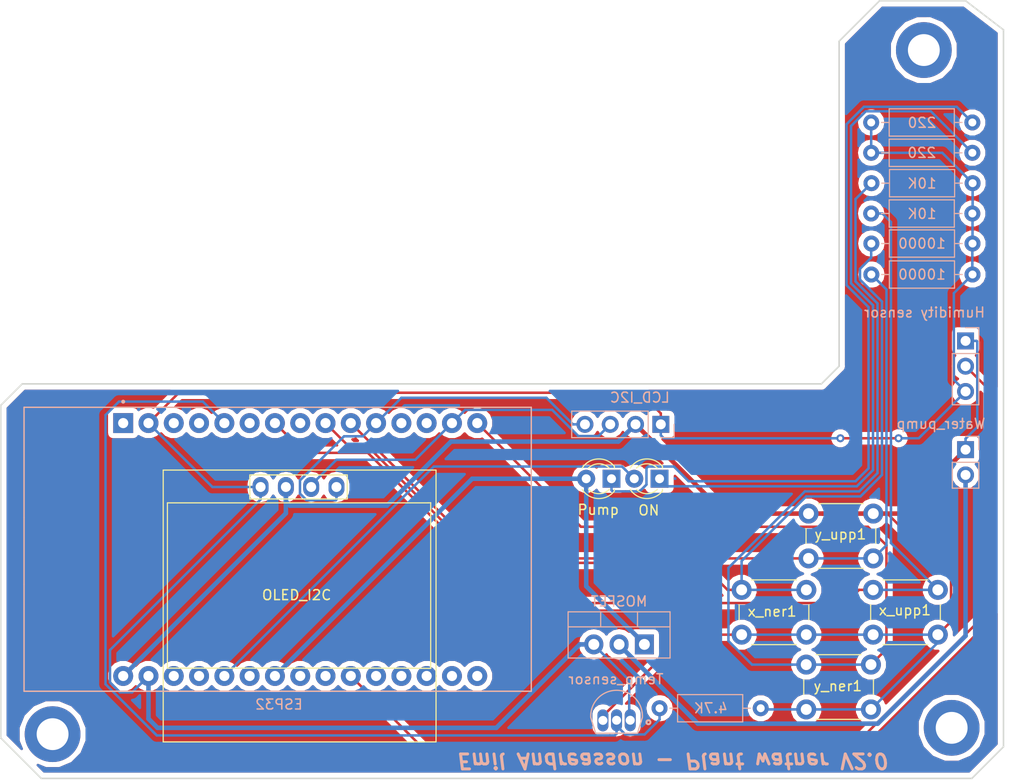
<source format=kicad_pcb>
(kicad_pcb (version 20171130) (host pcbnew "(5.0.2)-1")

  (general
    (thickness 1.6)
    (drawings 14)
    (tracks 229)
    (zones 0)
    (modules 23)
    (nets 33)
  )

  (page A4)
  (layers
    (0 F.Cu signal)
    (31 B.Cu signal)
    (32 B.Adhes user)
    (33 F.Adhes user)
    (34 B.Paste user)
    (35 F.Paste user)
    (36 B.SilkS user)
    (37 F.SilkS user)
    (38 B.Mask user)
    (39 F.Mask user)
    (40 Dwgs.User user)
    (41 Cmts.User user)
    (42 Eco1.User user)
    (43 Eco2.User user)
    (44 Edge.Cuts user)
    (45 Margin user)
    (46 B.CrtYd user)
    (47 F.CrtYd user)
    (48 B.Fab user)
    (49 F.Fab user)
  )

  (setup
    (last_trace_width 0.4572)
    (user_trace_width 0.4572)
    (trace_clearance 0.2)
    (zone_clearance 0.508)
    (zone_45_only no)
    (trace_min 0.2)
    (segment_width 0.2)
    (edge_width 0.15)
    (via_size 0.8)
    (via_drill 0.4)
    (via_min_size 0.4)
    (via_min_drill 0.3)
    (uvia_size 0.3)
    (uvia_drill 0.1)
    (uvias_allowed no)
    (uvia_min_size 0.2)
    (uvia_min_drill 0.1)
    (pcb_text_width 0.3)
    (pcb_text_size 1.5 1.5)
    (mod_edge_width 0.15)
    (mod_text_size 1 1)
    (mod_text_width 0.15)
    (pad_size 1.524 1.524)
    (pad_drill 0.762)
    (pad_to_mask_clearance 0.051)
    (solder_mask_min_width 0.25)
    (aux_axis_origin 0 0)
    (visible_elements 7FFFFFFF)
    (pcbplotparams
      (layerselection 0x010fc_ffffffff)
      (usegerberextensions true)
      (usegerberattributes false)
      (usegerberadvancedattributes false)
      (creategerberjobfile false)
      (excludeedgelayer true)
      (linewidth 0.100000)
      (plotframeref false)
      (viasonmask false)
      (mode 1)
      (useauxorigin false)
      (hpglpennumber 1)
      (hpglpenspeed 20)
      (hpglpendiameter 15.000000)
      (psnegative false)
      (psa4output false)
      (plotreference true)
      (plotvalue false)
      (plotinvisibletext false)
      (padsonsilk false)
      (subtractmaskfromsilk true)
      (outputformat 1)
      (mirror false)
      (drillshape 0)
      (scaleselection 1)
      (outputdirectory "C:/Users/Emil/Documents/kikad/Plant_watner_V2.0/plant_watner_V2.0/gerber/"))
  )

  (net 0 "")
  (net 1 "Net-(ESP32-Pad2)")
  (net 2 "Net-(ESP32-Pad5)")
  (net 3 "Net-(ESP32-Pad7)")
  (net 4 "Net-(ESP32-Pad9)")
  (net 5 "Net-(ESP32-Pad10)")
  (net 6 "Net-(ESP32-Pad11)")
  (net 7 "Net-(ESP32-Pad14)")
  (net 8 "Net-(ESP32-Pad15)")
  (net 9 "Net-(ESP32-Pad30)")
  (net 10 "Net-(ESP32-Pad26)")
  (net 11 "Net-(ESP32-Pad24)")
  (net 12 "Net-(ESP32-Pad21)")
  (net 13 "Net-(MOSFET1-Pad2)")
  (net 14 "Net-(ON1-Pad1)")
  (net 15 "Net-(PumpStatus1-Pad1)")
  (net 16 "Net-(ESP32-Pad16)")
  (net 17 "Net-(ESP32-Pad17)")
  (net 18 "Net-(ESP32-Pad18)")
  (net 19 "Net-(ESP32-Pad19)")
  (net 20 "Net-(ESP32-Pad20)")
  (net 21 "Net-(ESP32-Pad22)")
  (net 22 "Net-(ESP32-Pad23)")
  (net 23 "Net-(ESP32-Pad25)")
  (net 24 "Net-(ESP32-Pad27)")
  (net 25 "Net-(ESP32-Pad28)")
  (net 26 "Net-(ESP32-Pad13)")
  (net 27 "Net-(ESP32-Pad12)")
  (net 28 "Net-(ESP32-Pad8)")
  (net 29 "Net-(ESP32-Pad6)")
  (net 30 "Net-(ESP32-Pad4)")
  (net 31 "Net-(ESP32-Pad3)")
  (net 32 "Net-(ESP32-Pad1)")

  (net_class Default "This is the default net class."
    (clearance 0.2)
    (trace_width 0.25)
    (via_dia 0.8)
    (via_drill 0.4)
    (uvia_dia 0.3)
    (uvia_drill 0.1)
    (add_net "Net-(ESP32-Pad1)")
    (add_net "Net-(ESP32-Pad10)")
    (add_net "Net-(ESP32-Pad11)")
    (add_net "Net-(ESP32-Pad12)")
    (add_net "Net-(ESP32-Pad13)")
    (add_net "Net-(ESP32-Pad14)")
    (add_net "Net-(ESP32-Pad15)")
    (add_net "Net-(ESP32-Pad16)")
    (add_net "Net-(ESP32-Pad17)")
    (add_net "Net-(ESP32-Pad18)")
    (add_net "Net-(ESP32-Pad19)")
    (add_net "Net-(ESP32-Pad2)")
    (add_net "Net-(ESP32-Pad20)")
    (add_net "Net-(ESP32-Pad21)")
    (add_net "Net-(ESP32-Pad22)")
    (add_net "Net-(ESP32-Pad23)")
    (add_net "Net-(ESP32-Pad24)")
    (add_net "Net-(ESP32-Pad25)")
    (add_net "Net-(ESP32-Pad26)")
    (add_net "Net-(ESP32-Pad27)")
    (add_net "Net-(ESP32-Pad28)")
    (add_net "Net-(ESP32-Pad3)")
    (add_net "Net-(ESP32-Pad30)")
    (add_net "Net-(ESP32-Pad4)")
    (add_net "Net-(ESP32-Pad5)")
    (add_net "Net-(ESP32-Pad6)")
    (add_net "Net-(ESP32-Pad7)")
    (add_net "Net-(ESP32-Pad8)")
    (add_net "Net-(ESP32-Pad9)")
    (add_net "Net-(MOSFET1-Pad2)")
    (add_net "Net-(ON1-Pad1)")
    (add_net "Net-(PumpStatus1-Pad1)")
  )

  (module TMP36GT9:XDCR_TMP36GT9 (layer B.Cu) (tedit 65D5112B) (tstamp 65F80837)
    (at 152.485635 120.058348 180)
    (path /65B69A83)
    (fp_text reference Temp_sensor (at 0.0635 3.2275 180) (layer B.SilkS)
      (effects (font (size 1.001913 1.001913) (thickness 0.15)) (justify mirror))
    )
    (fp_text value DS18B20 (at 5.131995 -3.248525 180) (layer B.Fab)
      (effects (font (size 1.00078 1.00078) (thickness 0.15)) (justify mirror))
    )
    (fp_circle (center -3.2 -1.1) (end -3 -1.1) (layer B.Fab) (width 0.2))
    (fp_line (start 2.1 -2.2) (end 2.6 -0.6) (layer B.Fab) (width 0.127))
    (fp_line (start -2.1 -2.2) (end 2.1 -2.2) (layer B.Fab) (width 0.127))
    (fp_line (start -2.6 -0.6) (end -2.1 -2.2) (layer B.Fab) (width 0.127))
    (fp_arc (start 0 -0.492617) (end 2.6 -0.538) (angle 182) (layer B.Fab) (width 0.127))
    (fp_circle (center -3.2 -1.1) (end -3 -1.1) (layer B.SilkS) (width 0.2))
    (fp_line (start 2.1 -2.2) (end 2.6 -0.6) (layer B.SilkS) (width 0.127))
    (fp_line (start -2.1 -2.2) (end 2.1 -2.2) (layer B.SilkS) (width 0.127))
    (fp_line (start -2.6 -0.6) (end -2.1 -2.2) (layer B.SilkS) (width 0.127))
    (fp_arc (start 0 -0.492617) (end 2.6 -0.538) (angle 182) (layer B.SilkS) (width 0.127))
    (fp_arc (start 0 -0.468) (end 2.86 -0.468) (angle 180) (layer B.CrtYd) (width 0.05))
    (fp_line (start 2.26 -2.39) (end 2.86 -0.468) (layer B.CrtYd) (width 0.05))
    (fp_line (start -2.26 -2.39) (end -2.86 -0.468) (layer B.CrtYd) (width 0.05))
    (fp_line (start -2.26 -2.39) (end 2.26 -2.39) (layer B.CrtYd) (width 0.05))
    (pad 3 thru_hole oval (at 1.3716 -0.9144 180) (size 1.1 2.2) (drill 0.9) (layers *.Cu *.Mask)
      (net 9 "Net-(ESP32-Pad30)") (solder_mask_margin 0.102))
    (pad 2 thru_hole oval (at 0 -0.9 180) (size 1.1 2.2) (drill 0.9) (layers *.Cu *.Mask)
      (net 2 "Net-(ESP32-Pad5)") (solder_mask_margin 0.102))
    (pad 1 thru_hole oval (at -1.3716 -0.9 180) (size 1.1 2.2) (drill 0.9) (layers *.Cu *.Mask)
      (net 1 "Net-(ESP32-Pad2)") (solder_mask_margin 0.102))
  )

  (module ESP32-DEVKIT-V1:MODULE_ESP32_DEVKIT_V1 (layer B.Cu) (tedit 65CD1BA5) (tstamp 65E2FEA5)
    (at 118.449635 103.813348 270)
    (path /65B6A74A)
    (fp_text reference ESP32 (at 15.5575 -0.127 180) (layer B.SilkS)
      (effects (font (size 1 1) (thickness 0.15)) (justify mirror))
    )
    (fp_text value ESP32-DEVKIT-V1 (at -0.56 -27.36 270) (layer B.Fab)
      (effects (font (size 1 1) (thickness 0.15)) (justify mirror))
    )
    (fp_line (start 14.48 25.725) (end -14.53 25.725) (layer B.CrtYd) (width 0.05))
    (fp_line (start 14.48 -25.725) (end 14.48 25.725) (layer B.CrtYd) (width 0.05))
    (fp_line (start -14.53 -25.725) (end 14.48 -25.725) (layer B.CrtYd) (width 0.05))
    (fp_line (start -14.53 25.725) (end -14.53 -25.725) (layer B.CrtYd) (width 0.05))
    (fp_line (start 8.78 -25.475) (end 14.23 -25.475) (layer B.SilkS) (width 0.127))
    (fp_line (start -8.91 -25.475) (end 8.78 -25.475) (layer B.SilkS) (width 0.127))
    (fp_line (start -14.28 -25.475) (end -8.91 -25.475) (layer B.SilkS) (width 0.127))
    (fp_line (start 14.23 25.475) (end 14.23 -25.475) (layer B.SilkS) (width 0.127))
    (fp_line (start -14.28 -25.475) (end -14.28 25.475) (layer B.SilkS) (width 0.127))
    (fp_line (start 3.5 25.475) (end 14.23 25.475) (layer B.SilkS) (width 0.127))
    (fp_line (start -3.211 25.475) (end 3.5 25.475) (layer B.SilkS) (width 0.127))
    (fp_line (start -14.28 25.475) (end -3.211 25.475) (layer B.SilkS) (width 0.127))
    (fp_poly (pts (xy -8.91 -18.985) (xy 8.78 -18.985) (xy 8.78 -25.475) (xy -8.91 -25.475)) (layer Dwgs.User) (width 0.01))
    (fp_poly (pts (xy -8.91 -18.985) (xy 8.78 -18.985) (xy 8.78 -25.475) (xy -8.91 -25.475)) (layer Dwgs.User) (width 0.01))
    (fp_poly (pts (xy -8.91 -18.985) (xy 8.78 -18.985) (xy 8.78 -25.475) (xy -8.91 -25.475)) (layer Dwgs.User) (width 0.01))
    (fp_line (start -3.211 21.585) (end -3.211 25.475) (layer B.Fab) (width 0.127))
    (fp_line (start 3.5 21.585) (end -3.211 21.585) (layer B.Fab) (width 0.127))
    (fp_line (start 3.5 25.475) (end 3.5 21.585) (layer B.Fab) (width 0.127))
    (fp_line (start -8.91 -18.985) (end 8.78 -18.985) (layer B.Fab) (width 0.127))
    (fp_line (start 8.78 -18.985) (end 8.78 -25.475) (layer B.Fab) (width 0.127))
    (fp_line (start 8.78 -6.355) (end 8.78 -18.985) (layer B.Fab) (width 0.127))
    (fp_line (start -8.91 -6.355) (end 8.78 -6.355) (layer B.Fab) (width 0.127))
    (fp_line (start -8.91 -18.985) (end -8.91 -6.355) (layer B.Fab) (width 0.127))
    (fp_line (start -8.91 -25.475) (end -8.91 -18.985) (layer B.Fab) (width 0.127))
    (fp_line (start 8.78 -25.475) (end 14.23 -25.475) (layer B.Fab) (width 0.127))
    (fp_line (start -8.91 -25.475) (end 8.78 -25.475) (layer B.Fab) (width 0.127))
    (fp_line (start -14.28 -25.475) (end -8.91 -25.475) (layer B.Fab) (width 0.127))
    (fp_line (start 14.23 25.475) (end 14.23 -25.475) (layer B.Fab) (width 0.127))
    (fp_circle (center -14.85 15.515) (end -14.75 15.515) (layer B.Fab) (width 0.2))
    (fp_circle (center -14.85 15.515) (end -14.75 15.515) (layer B.SilkS) (width 0.2))
    (fp_line (start -14.28 -25.475) (end -14.28 25.475) (layer B.SilkS) (width 0.127))
    (fp_line (start -14.28 25.475) (end 14.23 25.475) (layer B.SilkS) (width 0.127))
    (fp_line (start -14.28 -25.475) (end -14.28 25.475) (layer B.Fab) (width 0.127))
    (fp_line (start 14.23 -25.475) (end -14.28 -25.475) (layer B.SilkS) (width 0.127))
    (fp_line (start 14.23 25.475) (end 14.23 -25.475) (layer B.SilkS) (width 0.127))
    (fp_line (start 3.5 25.475) (end 14.23 25.475) (layer B.Fab) (width 0.127))
    (fp_line (start -3.211 25.475) (end 3.5 25.475) (layer B.Fab) (width 0.127))
    (fp_line (start -14.28 25.475) (end -3.211 25.475) (layer B.Fab) (width 0.127))
    (pad 16 thru_hole circle (at 12.7 -20.045 270) (size 2 2) (drill 1.02) (layers *.Cu *.Mask)
      (net 16 "Net-(ESP32-Pad16)") (solder_mask_margin 0.102))
    (pad 17 thru_hole circle (at 12.7 -17.505 270) (size 2 2) (drill 1.02) (layers *.Cu *.Mask)
      (net 17 "Net-(ESP32-Pad17)") (solder_mask_margin 0.102))
    (pad 18 thru_hole circle (at 12.7 -14.965 270) (size 2 2) (drill 1.02) (layers *.Cu *.Mask)
      (net 18 "Net-(ESP32-Pad18)") (solder_mask_margin 0.102))
    (pad 19 thru_hole circle (at 12.7 -12.425 270) (size 2 2) (drill 1.02) (layers *.Cu *.Mask)
      (net 19 "Net-(ESP32-Pad19)") (solder_mask_margin 0.102))
    (pad 20 thru_hole circle (at 12.7 -9.885 270) (size 2 2) (drill 1.02) (layers *.Cu *.Mask)
      (net 20 "Net-(ESP32-Pad20)") (solder_mask_margin 0.102))
    (pad 21 thru_hole circle (at 12.7 -7.345 270) (size 2 2) (drill 1.02) (layers *.Cu *.Mask)
      (net 12 "Net-(ESP32-Pad21)") (solder_mask_margin 0.102))
    (pad 22 thru_hole circle (at 12.7 -4.805 270) (size 2 2) (drill 1.02) (layers *.Cu *.Mask)
      (net 21 "Net-(ESP32-Pad22)") (solder_mask_margin 0.102))
    (pad 23 thru_hole circle (at 12.7 -2.265 270) (size 2 2) (drill 1.02) (layers *.Cu *.Mask)
      (net 22 "Net-(ESP32-Pad23)") (solder_mask_margin 0.102))
    (pad 24 thru_hole circle (at 12.7 0.275 270) (size 2 2) (drill 1.02) (layers *.Cu *.Mask)
      (net 11 "Net-(ESP32-Pad24)") (solder_mask_margin 0.102))
    (pad 25 thru_hole circle (at 12.7 2.815 270) (size 2 2) (drill 1.02) (layers *.Cu *.Mask)
      (net 23 "Net-(ESP32-Pad25)") (solder_mask_margin 0.102))
    (pad 26 thru_hole circle (at 12.7 5.355 270) (size 2 2) (drill 1.02) (layers *.Cu *.Mask)
      (net 10 "Net-(ESP32-Pad26)") (solder_mask_margin 0.102))
    (pad 27 thru_hole circle (at 12.7 7.895 270) (size 2 2) (drill 1.02) (layers *.Cu *.Mask)
      (net 24 "Net-(ESP32-Pad27)") (solder_mask_margin 0.102))
    (pad 28 thru_hole circle (at 12.7 10.435 270) (size 2 2) (drill 1.02) (layers *.Cu *.Mask)
      (net 25 "Net-(ESP32-Pad28)") (solder_mask_margin 0.102))
    (pad 29 thru_hole circle (at 12.7 12.975 270) (size 2 2) (drill 1.02) (layers *.Cu *.Mask)
      (net 1 "Net-(ESP32-Pad2)") (solder_mask_margin 0.102))
    (pad 30 thru_hole circle (at 12.7 15.515 270) (size 2 2) (drill 1.02) (layers *.Cu *.Mask)
      (net 9 "Net-(ESP32-Pad30)") (solder_mask_margin 0.102))
    (pad 15 thru_hole circle (at -12.7 -20.045 270) (size 2 2) (drill 1.02) (layers *.Cu *.Mask)
      (net 8 "Net-(ESP32-Pad15)") (solder_mask_margin 0.102))
    (pad 14 thru_hole circle (at -12.7 -17.505 270) (size 2 2) (drill 1.02) (layers *.Cu *.Mask)
      (net 7 "Net-(ESP32-Pad14)") (solder_mask_margin 0.102))
    (pad 13 thru_hole circle (at -12.7 -14.965 270) (size 2 2) (drill 1.02) (layers *.Cu *.Mask)
      (net 26 "Net-(ESP32-Pad13)") (solder_mask_margin 0.102))
    (pad 12 thru_hole circle (at -12.7 -12.425 270) (size 2 2) (drill 1.02) (layers *.Cu *.Mask)
      (net 27 "Net-(ESP32-Pad12)") (solder_mask_margin 0.102))
    (pad 11 thru_hole circle (at -12.7 -9.885 270) (size 2 2) (drill 1.02) (layers *.Cu *.Mask)
      (net 6 "Net-(ESP32-Pad11)") (solder_mask_margin 0.102))
    (pad 10 thru_hole circle (at -12.7 -7.345 270) (size 2 2) (drill 1.02) (layers *.Cu *.Mask)
      (net 5 "Net-(ESP32-Pad10)") (solder_mask_margin 0.102))
    (pad 9 thru_hole circle (at -12.7 -4.805 270) (size 2 2) (drill 1.02) (layers *.Cu *.Mask)
      (net 4 "Net-(ESP32-Pad9)") (solder_mask_margin 0.102))
    (pad 8 thru_hole circle (at -12.7 -2.265 270) (size 2 2) (drill 1.02) (layers *.Cu *.Mask)
      (net 28 "Net-(ESP32-Pad8)") (solder_mask_margin 0.102))
    (pad 7 thru_hole circle (at -12.7 0.275 270) (size 2 2) (drill 1.02) (layers *.Cu *.Mask)
      (net 3 "Net-(ESP32-Pad7)") (solder_mask_margin 0.102))
    (pad 6 thru_hole circle (at -12.7 2.815 270) (size 2 2) (drill 1.02) (layers *.Cu *.Mask)
      (net 29 "Net-(ESP32-Pad6)") (solder_mask_margin 0.102))
    (pad 5 thru_hole circle (at -12.7 5.355 270) (size 2 2) (drill 1.02) (layers *.Cu *.Mask)
      (net 2 "Net-(ESP32-Pad5)") (solder_mask_margin 0.102))
    (pad 4 thru_hole circle (at -12.7 7.895 270) (size 2 2) (drill 1.02) (layers *.Cu *.Mask)
      (net 30 "Net-(ESP32-Pad4)") (solder_mask_margin 0.102))
    (pad 3 thru_hole circle (at -12.7 10.435 270) (size 2 2) (drill 1.02) (layers *.Cu *.Mask)
      (net 31 "Net-(ESP32-Pad3)") (solder_mask_margin 0.102))
    (pad 2 thru_hole circle (at -12.7 12.975 270) (size 2 2) (drill 1.02) (layers *.Cu *.Mask)
      (net 1 "Net-(ESP32-Pad2)") (solder_mask_margin 0.102))
    (pad 1 thru_hole rect (at -12.7 15.515 270) (size 2 2) (drill 1.02) (layers *.Cu *.Mask)
      (net 32 "Net-(ESP32-Pad1)") (solder_mask_margin 0.102))
  )

  (module Resistor_THT:R_Axial_DIN0207_L6.3mm_D2.5mm_P10.16mm_Horizontal (layer B.Cu) (tedit 65D511B5) (tstamp 65E2FFCE)
    (at 188.218355 70.064368 180)
    (descr "Resistor, Axial_DIN0207 series, Axial, Horizontal, pin pitch=10.16mm, 0.25W = 1/4W, length*diameter=6.3*2.5mm^2, http://cdn-reichelt.de/documents/datenblatt/B400/1_4W%23YAG.pdf")
    (tags "Resistor Axial_DIN0207 series Axial Horizontal pin pitch 10.16mm 0.25W = 1/4W length 6.3mm diameter 2.5mm")
    (path /65B7768A)
    (fp_text reference 10K (at 5.06222 -0.03048 180) (layer B.SilkS)
      (effects (font (size 1 1) (thickness 0.15)) (justify mirror))
    )
    (fp_text value 10000 (at 4.064 0.508 180) (layer B.Fab)
      (effects (font (size 1 1) (thickness 0.15)) (justify mirror))
    )
    (fp_line (start 1.93 1.25) (end 1.93 -1.25) (layer B.Fab) (width 0.1))
    (fp_line (start 1.93 -1.25) (end 8.23 -1.25) (layer B.Fab) (width 0.1))
    (fp_line (start 8.23 -1.25) (end 8.23 1.25) (layer B.Fab) (width 0.1))
    (fp_line (start 8.23 1.25) (end 1.93 1.25) (layer B.Fab) (width 0.1))
    (fp_line (start 0 0) (end 1.93 0) (layer B.Fab) (width 0.1))
    (fp_line (start 10.16 0) (end 8.23 0) (layer B.Fab) (width 0.1))
    (fp_line (start 1.81 1.37) (end 1.81 -1.37) (layer B.SilkS) (width 0.12))
    (fp_line (start 1.81 -1.37) (end 8.35 -1.37) (layer B.SilkS) (width 0.12))
    (fp_line (start 8.35 -1.37) (end 8.35 1.37) (layer B.SilkS) (width 0.12))
    (fp_line (start 8.35 1.37) (end 1.81 1.37) (layer B.SilkS) (width 0.12))
    (fp_line (start 1.04 0) (end 1.81 0) (layer B.SilkS) (width 0.12))
    (fp_line (start 9.12 0) (end 8.35 0) (layer B.SilkS) (width 0.12))
    (fp_line (start -1.05 1.5) (end -1.05 -1.5) (layer B.CrtYd) (width 0.05))
    (fp_line (start -1.05 -1.5) (end 11.21 -1.5) (layer B.CrtYd) (width 0.05))
    (fp_line (start 11.21 -1.5) (end 11.21 1.5) (layer B.CrtYd) (width 0.05))
    (fp_line (start 11.21 1.5) (end -1.05 1.5) (layer B.CrtYd) (width 0.05))
    (fp_text user %R (at 5.08 0 180) (layer B.Fab)
      (effects (font (size 1 1) (thickness 0.15)) (justify mirror))
    )
    (pad 1 thru_hole circle (at 0 0 180) (size 1.6 1.6) (drill 0.8) (layers *.Cu *.Mask)
      (net 1 "Net-(ESP32-Pad2)"))
    (pad 2 thru_hole oval (at 10.16 0 180) (size 1.6 1.6) (drill 0.8) (layers *.Cu *.Mask)
      (net 3 "Net-(ESP32-Pad7)"))
    (model ${KISYS3DMOD}/Resistor_THT.3dshapes/R_Axial_DIN0207_L6.3mm_D2.5mm_P10.16mm_Horizontal.wrl
      (at (xyz 0 0 0))
      (scale (xyz 1 1 1))
      (rotate (xyz 0 0 0))
    )
  )

  (module Resistor_THT:R_Axial_DIN0207_L6.3mm_D2.5mm_P10.16mm_Horizontal (layer B.Cu) (tedit 65D511A9) (tstamp 65E2FFE5)
    (at 188.246355 67.016369 180)
    (descr "Resistor, Axial_DIN0207 series, Axial, Horizontal, pin pitch=10.16mm, 0.25W = 1/4W, length*diameter=6.3*2.5mm^2, http://cdn-reichelt.de/documents/datenblatt/B400/1_4W%23YAG.pdf")
    (tags "Resistor Axial_DIN0207 series Axial Horizontal pin pitch 10.16mm 0.25W = 1/4W length 6.3mm diameter 2.5mm")
    (path /65B76F9F)
    (fp_text reference 10K (at 5.090219 -0.03048 180) (layer B.SilkS)
      (effects (font (size 1 1) (thickness 0.15)) (justify mirror))
    )
    (fp_text value 10000 (at 4.218999 0.624001 180) (layer B.Fab)
      (effects (font (size 1 1) (thickness 0.15)) (justify mirror))
    )
    (fp_text user %R (at 5.08 0 180) (layer B.Fab)
      (effects (font (size 1 1) (thickness 0.15)) (justify mirror))
    )
    (fp_line (start 11.21 1.5) (end -1.05 1.5) (layer B.CrtYd) (width 0.05))
    (fp_line (start 11.21 -1.5) (end 11.21 1.5) (layer B.CrtYd) (width 0.05))
    (fp_line (start -1.05 -1.5) (end 11.21 -1.5) (layer B.CrtYd) (width 0.05))
    (fp_line (start -1.05 1.5) (end -1.05 -1.5) (layer B.CrtYd) (width 0.05))
    (fp_line (start 9.12 0) (end 8.35 0) (layer B.SilkS) (width 0.12))
    (fp_line (start 1.04 0) (end 1.81 0) (layer B.SilkS) (width 0.12))
    (fp_line (start 8.35 1.37) (end 1.81 1.37) (layer B.SilkS) (width 0.12))
    (fp_line (start 8.35 -1.37) (end 8.35 1.37) (layer B.SilkS) (width 0.12))
    (fp_line (start 1.81 -1.37) (end 8.35 -1.37) (layer B.SilkS) (width 0.12))
    (fp_line (start 1.81 1.37) (end 1.81 -1.37) (layer B.SilkS) (width 0.12))
    (fp_line (start 10.16 0) (end 8.23 0) (layer B.Fab) (width 0.1))
    (fp_line (start 0 0) (end 1.93 0) (layer B.Fab) (width 0.1))
    (fp_line (start 8.23 1.25) (end 1.93 1.25) (layer B.Fab) (width 0.1))
    (fp_line (start 8.23 -1.25) (end 8.23 1.25) (layer B.Fab) (width 0.1))
    (fp_line (start 1.93 -1.25) (end 8.23 -1.25) (layer B.Fab) (width 0.1))
    (fp_line (start 1.93 1.25) (end 1.93 -1.25) (layer B.Fab) (width 0.1))
    (pad 2 thru_hole oval (at 10.16 0 180) (size 1.6 1.6) (drill 0.8) (layers *.Cu *.Mask)
      (net 8 "Net-(ESP32-Pad15)"))
    (pad 1 thru_hole circle (at 0 0 180) (size 1.6 1.6) (drill 0.8) (layers *.Cu *.Mask)
      (net 1 "Net-(ESP32-Pad2)"))
    (model ${KISYS3DMOD}/Resistor_THT.3dshapes/R_Axial_DIN0207_L6.3mm_D2.5mm_P10.16mm_Horizontal.wrl
      (at (xyz 0 0 0))
      (scale (xyz 1 1 1))
      (rotate (xyz 0 0 0))
    )
  )

  (module Resistor_THT:R_Axial_DIN0207_L6.3mm_D2.5mm_P10.16mm_Horizontal (layer B.Cu) (tedit 65D5116B) (tstamp 65E2FFFC)
    (at 188.218354 63.968369 180)
    (descr "Resistor, Axial_DIN0207 series, Axial, Horizontal, pin pitch=10.16mm, 0.25W = 1/4W, length*diameter=6.3*2.5mm^2, http://cdn-reichelt.de/documents/datenblatt/B400/1_4W%23YAG.pdf")
    (tags "Resistor Axial_DIN0207 series Axial Horizontal pin pitch 10.16mm 0.25W = 1/4W length 6.3mm diameter 2.5mm")
    (path /65B7DEA4)
    (fp_text reference 220 (at 5.08 0 180) (layer B.SilkS)
      (effects (font (size 1 1) (thickness 0.15)) (justify mirror))
    )
    (fp_text value 220 (at 3.302 0.635 180) (layer B.Fab)
      (effects (font (size 1 1) (thickness 0.15)) (justify mirror))
    )
    (fp_text user %R (at 5.08 0 180) (layer B.Fab)
      (effects (font (size 1 1) (thickness 0.15)) (justify mirror))
    )
    (fp_line (start 11.21 1.5) (end -1.05 1.5) (layer B.CrtYd) (width 0.05))
    (fp_line (start 11.21 -1.5) (end 11.21 1.5) (layer B.CrtYd) (width 0.05))
    (fp_line (start -1.05 -1.5) (end 11.21 -1.5) (layer B.CrtYd) (width 0.05))
    (fp_line (start -1.05 1.5) (end -1.05 -1.5) (layer B.CrtYd) (width 0.05))
    (fp_line (start 9.12 0) (end 8.35 0) (layer B.SilkS) (width 0.12))
    (fp_line (start 1.04 0) (end 1.81 0) (layer B.SilkS) (width 0.12))
    (fp_line (start 8.35 1.37) (end 1.81 1.37) (layer B.SilkS) (width 0.12))
    (fp_line (start 8.35 -1.37) (end 8.35 1.37) (layer B.SilkS) (width 0.12))
    (fp_line (start 1.81 -1.37) (end 8.35 -1.37) (layer B.SilkS) (width 0.12))
    (fp_line (start 1.81 1.37) (end 1.81 -1.37) (layer B.SilkS) (width 0.12))
    (fp_line (start 10.16 0) (end 8.23 0) (layer B.Fab) (width 0.1))
    (fp_line (start 0 0) (end 1.93 0) (layer B.Fab) (width 0.1))
    (fp_line (start 8.23 1.25) (end 1.93 1.25) (layer B.Fab) (width 0.1))
    (fp_line (start 8.23 -1.25) (end 8.23 1.25) (layer B.Fab) (width 0.1))
    (fp_line (start 1.93 -1.25) (end 8.23 -1.25) (layer B.Fab) (width 0.1))
    (fp_line (start 1.93 1.25) (end 1.93 -1.25) (layer B.Fab) (width 0.1))
    (pad 2 thru_hole oval (at 10.16 0 180) (size 1.6 1.6) (drill 0.8) (layers *.Cu *.Mask)
      (net 1 "Net-(ESP32-Pad2)"))
    (pad 1 thru_hole circle (at 0 0 180) (size 1.6 1.6) (drill 0.8) (layers *.Cu *.Mask)
      (net 14 "Net-(ON1-Pad1)"))
    (model ${KISYS3DMOD}/Resistor_THT.3dshapes/R_Axial_DIN0207_L6.3mm_D2.5mm_P10.16mm_Horizontal.wrl
      (at (xyz 0 0 0))
      (scale (xyz 1 1 1))
      (rotate (xyz 0 0 0))
    )
  )

  (module Resistor_THT:R_Axial_DIN0207_L6.3mm_D2.5mm_P10.16mm_Horizontal (layer B.Cu) (tedit 65D51163) (tstamp 65E30013)
    (at 188.218356 60.920368 180)
    (descr "Resistor, Axial_DIN0207 series, Axial, Horizontal, pin pitch=10.16mm, 0.25W = 1/4W, length*diameter=6.3*2.5mm^2, http://cdn-reichelt.de/documents/datenblatt/B400/1_4W%23YAG.pdf")
    (tags "Resistor Axial_DIN0207 series Axial Horizontal pin pitch 10.16mm 0.25W = 1/4W length 6.3mm diameter 2.5mm")
    (path /65B93222)
    (fp_text reference 220 (at 5.06222 -0.03048 180) (layer B.SilkS)
      (effects (font (size 1 1) (thickness 0.15)) (justify mirror))
    )
    (fp_text value 220 (at 3.329999 0.626001 180) (layer B.Fab)
      (effects (font (size 1 1) (thickness 0.15)) (justify mirror))
    )
    (fp_line (start 1.93 1.25) (end 1.93 -1.25) (layer B.Fab) (width 0.1))
    (fp_line (start 1.93 -1.25) (end 8.23 -1.25) (layer B.Fab) (width 0.1))
    (fp_line (start 8.23 -1.25) (end 8.23 1.25) (layer B.Fab) (width 0.1))
    (fp_line (start 8.23 1.25) (end 1.93 1.25) (layer B.Fab) (width 0.1))
    (fp_line (start 0 0) (end 1.93 0) (layer B.Fab) (width 0.1))
    (fp_line (start 10.16 0) (end 8.23 0) (layer B.Fab) (width 0.1))
    (fp_line (start 1.81 1.37) (end 1.81 -1.37) (layer B.SilkS) (width 0.12))
    (fp_line (start 1.81 -1.37) (end 8.35 -1.37) (layer B.SilkS) (width 0.12))
    (fp_line (start 8.35 -1.37) (end 8.35 1.37) (layer B.SilkS) (width 0.12))
    (fp_line (start 8.35 1.37) (end 1.81 1.37) (layer B.SilkS) (width 0.12))
    (fp_line (start 1.04 0) (end 1.81 0) (layer B.SilkS) (width 0.12))
    (fp_line (start 9.12 0) (end 8.35 0) (layer B.SilkS) (width 0.12))
    (fp_line (start -1.05 1.5) (end -1.05 -1.5) (layer B.CrtYd) (width 0.05))
    (fp_line (start -1.05 -1.5) (end 11.21 -1.5) (layer B.CrtYd) (width 0.05))
    (fp_line (start 11.21 -1.5) (end 11.21 1.5) (layer B.CrtYd) (width 0.05))
    (fp_line (start 11.21 1.5) (end -1.05 1.5) (layer B.CrtYd) (width 0.05))
    (fp_text user %R (at 5.08 0 180) (layer B.Fab)
      (effects (font (size 1 1) (thickness 0.15)) (justify mirror))
    )
    (pad 1 thru_hole circle (at 0 0 180) (size 1.6 1.6) (drill 0.8) (layers *.Cu *.Mask)
      (net 15 "Net-(PumpStatus1-Pad1)"))
    (pad 2 thru_hole oval (at 10.16 0 180) (size 1.6 1.6) (drill 0.8) (layers *.Cu *.Mask)
      (net 1 "Net-(ESP32-Pad2)"))
    (model ${KISYS3DMOD}/Resistor_THT.3dshapes/R_Axial_DIN0207_L6.3mm_D2.5mm_P10.16mm_Horizontal.wrl
      (at (xyz 0 0 0))
      (scale (xyz 1 1 1))
      (rotate (xyz 0 0 0))
    )
  )

  (module Connector_PinHeader_2.54mm:PinHeader_1x04_P2.54mm_Vertical (layer B.Cu) (tedit 65D51122) (tstamp 65E311DA)
    (at 156.930635 91.240348 90)
    (descr "Through hole straight pin header, 1x04, 2.54mm pitch, single row")
    (tags "Through hole pin header THT 1x04 2.54mm single row")
    (path /65B6D00D)
    (fp_text reference LCD_I2C (at 2.69483 -2.107976) (layer B.SilkS)
      (effects (font (size 1 1) (thickness 0.15)) (justify mirror))
    )
    (fp_text value hd44780 (at 0 -9.95 90) (layer B.Fab)
      (effects (font (size 1 1) (thickness 0.15)) (justify mirror))
    )
    (fp_line (start -0.635 1.27) (end 1.27 1.27) (layer B.Fab) (width 0.1))
    (fp_line (start 1.27 1.27) (end 1.27 -8.89) (layer B.Fab) (width 0.1))
    (fp_line (start 1.27 -8.89) (end -1.27 -8.89) (layer B.Fab) (width 0.1))
    (fp_line (start -1.27 -8.89) (end -1.27 0.635) (layer B.Fab) (width 0.1))
    (fp_line (start -1.27 0.635) (end -0.635 1.27) (layer B.Fab) (width 0.1))
    (fp_line (start -1.33 -8.95) (end 1.33 -8.95) (layer B.SilkS) (width 0.12))
    (fp_line (start -1.33 -1.27) (end -1.33 -8.95) (layer B.SilkS) (width 0.12))
    (fp_line (start 1.33 -1.27) (end 1.33 -8.95) (layer B.SilkS) (width 0.12))
    (fp_line (start -1.33 -1.27) (end 1.33 -1.27) (layer B.SilkS) (width 0.12))
    (fp_line (start -1.33 0) (end -1.33 1.33) (layer B.SilkS) (width 0.12))
    (fp_line (start -1.33 1.33) (end 0 1.33) (layer B.SilkS) (width 0.12))
    (fp_line (start -1.8 1.8) (end -1.8 -9.4) (layer B.CrtYd) (width 0.05))
    (fp_line (start -1.8 -9.4) (end 1.8 -9.4) (layer B.CrtYd) (width 0.05))
    (fp_line (start 1.8 -9.4) (end 1.8 1.8) (layer B.CrtYd) (width 0.05))
    (fp_line (start 1.8 1.8) (end -1.8 1.8) (layer B.CrtYd) (width 0.05))
    (fp_text user %R (at 0 -3.81) (layer B.Fab)
      (effects (font (size 1 1) (thickness 0.15)) (justify mirror))
    )
    (pad 1 thru_hole rect (at 0 0 90) (size 1.7 1.7) (drill 1) (layers *.Cu *.Mask)
      (net 1 "Net-(ESP32-Pad2)"))
    (pad 2 thru_hole oval (at 0 -2.54 90) (size 1.7 1.7) (drill 1) (layers *.Cu *.Mask)
      (net 9 "Net-(ESP32-Pad30)"))
    (pad 3 thru_hole oval (at 0 -5.08 90) (size 1.7 1.7) (drill 1) (layers *.Cu *.Mask)
      (net 7 "Net-(ESP32-Pad14)"))
    (pad 4 thru_hole oval (at 0 -7.62 90) (size 1.7 1.7) (drill 1) (layers *.Cu *.Mask)
      (net 6 "Net-(ESP32-Pad11)"))
    (model ${KISYS3DMOD}/Connector_PinHeader_2.54mm.3dshapes/PinHeader_1x04_P2.54mm_Vertical.wrl
      (at (xyz 0 0 0))
      (scale (xyz 1 1 1))
      (rotate (xyz 0 0 0))
    )
  )

  (module Button_Switch_THT:SW_PUSH_6mm (layer F.Cu) (tedit 5A02FE31) (tstamp 65C5A913)
    (at 165.046005 107.862729)
    (descr https://www.omron.com/ecb/products/pdf/en-b3f.pdf)
    (tags "tact sw push 6mm")
    (path /65B69F63)
    (fp_text reference x_ner1 (at 3.060631 2.173619) (layer F.SilkS)
      (effects (font (size 1 1) (thickness 0.15)))
    )
    (fp_text value SW_Push (at 3.75 6.7) (layer F.Fab)
      (effects (font (size 1 1) (thickness 0.15)))
    )
    (fp_text user %R (at 3.25 2.54) (layer F.Fab)
      (effects (font (size 1 1) (thickness 0.15)))
    )
    (fp_line (start 3.25 -0.75) (end 6.25 -0.75) (layer F.Fab) (width 0.1))
    (fp_line (start 6.25 -0.75) (end 6.25 5.25) (layer F.Fab) (width 0.1))
    (fp_line (start 6.25 5.25) (end 0.25 5.25) (layer F.Fab) (width 0.1))
    (fp_line (start 0.25 5.25) (end 0.25 -0.75) (layer F.Fab) (width 0.1))
    (fp_line (start 0.25 -0.75) (end 3.25 -0.75) (layer F.Fab) (width 0.1))
    (fp_line (start 7.75 6) (end 8 6) (layer F.CrtYd) (width 0.05))
    (fp_line (start 8 6) (end 8 5.75) (layer F.CrtYd) (width 0.05))
    (fp_line (start 7.75 -1.5) (end 8 -1.5) (layer F.CrtYd) (width 0.05))
    (fp_line (start 8 -1.5) (end 8 -1.25) (layer F.CrtYd) (width 0.05))
    (fp_line (start -1.5 -1.25) (end -1.5 -1.5) (layer F.CrtYd) (width 0.05))
    (fp_line (start -1.5 -1.5) (end -1.25 -1.5) (layer F.CrtYd) (width 0.05))
    (fp_line (start -1.5 5.75) (end -1.5 6) (layer F.CrtYd) (width 0.05))
    (fp_line (start -1.5 6) (end -1.25 6) (layer F.CrtYd) (width 0.05))
    (fp_line (start -1.25 -1.5) (end 7.75 -1.5) (layer F.CrtYd) (width 0.05))
    (fp_line (start -1.5 5.75) (end -1.5 -1.25) (layer F.CrtYd) (width 0.05))
    (fp_line (start 7.75 6) (end -1.25 6) (layer F.CrtYd) (width 0.05))
    (fp_line (start 8 -1.25) (end 8 5.75) (layer F.CrtYd) (width 0.05))
    (fp_line (start 1 5.5) (end 5.5 5.5) (layer F.SilkS) (width 0.12))
    (fp_line (start -0.25 1.5) (end -0.25 3) (layer F.SilkS) (width 0.12))
    (fp_line (start 5.5 -1) (end 1 -1) (layer F.SilkS) (width 0.12))
    (fp_line (start 6.75 3) (end 6.75 1.5) (layer F.SilkS) (width 0.12))
    (fp_circle (center 3.25 2.25) (end 1.25 2.5) (layer F.Fab) (width 0.1))
    (pad 2 thru_hole circle (at 0 4.5 90) (size 2 2) (drill 1.1) (layers *.Cu *.Mask)
      (net 9 "Net-(ESP32-Pad30)"))
    (pad 1 thru_hole circle (at 0 0 90) (size 2 2) (drill 1.1) (layers *.Cu *.Mask)
      (net 4 "Net-(ESP32-Pad9)"))
    (pad 2 thru_hole circle (at 6.5 4.5 90) (size 2 2) (drill 1.1) (layers *.Cu *.Mask)
      (net 9 "Net-(ESP32-Pad30)"))
    (pad 1 thru_hole circle (at 6.5 0 90) (size 2 2) (drill 1.1) (layers *.Cu *.Mask)
      (net 4 "Net-(ESP32-Pad9)"))
    (model ${KISYS3DMOD}/Button_Switch_THT.3dshapes/SW_PUSH_6mm.wrl
      (at (xyz 0 0 0))
      (scale (xyz 1 1 1))
      (rotate (xyz 0 0 0))
    )
  )

  (module Button_Switch_THT:SW_PUSH_6mm (layer F.Cu) (tedit 5A02FE31) (tstamp 65C5A931)
    (at 178.254004 107.862729)
    (descr https://www.omron.com/ecb/products/pdf/en-b3f.pdf)
    (tags "tact sw push 6mm")
    (path /65B69E99)
    (fp_text reference x_upp1 (at 3.187631 2.046619) (layer F.SilkS)
      (effects (font (size 1 1) (thickness 0.15)))
    )
    (fp_text value SW_Push (at 3.75 6.7) (layer F.Fab)
      (effects (font (size 1 1) (thickness 0.15)))
    )
    (fp_circle (center 3.25 2.25) (end 1.25 2.5) (layer F.Fab) (width 0.1))
    (fp_line (start 6.75 3) (end 6.75 1.5) (layer F.SilkS) (width 0.12))
    (fp_line (start 5.5 -1) (end 1 -1) (layer F.SilkS) (width 0.12))
    (fp_line (start -0.25 1.5) (end -0.25 3) (layer F.SilkS) (width 0.12))
    (fp_line (start 1 5.5) (end 5.5 5.5) (layer F.SilkS) (width 0.12))
    (fp_line (start 8 -1.25) (end 8 5.75) (layer F.CrtYd) (width 0.05))
    (fp_line (start 7.75 6) (end -1.25 6) (layer F.CrtYd) (width 0.05))
    (fp_line (start -1.5 5.75) (end -1.5 -1.25) (layer F.CrtYd) (width 0.05))
    (fp_line (start -1.25 -1.5) (end 7.75 -1.5) (layer F.CrtYd) (width 0.05))
    (fp_line (start -1.5 6) (end -1.25 6) (layer F.CrtYd) (width 0.05))
    (fp_line (start -1.5 5.75) (end -1.5 6) (layer F.CrtYd) (width 0.05))
    (fp_line (start -1.5 -1.5) (end -1.25 -1.5) (layer F.CrtYd) (width 0.05))
    (fp_line (start -1.5 -1.25) (end -1.5 -1.5) (layer F.CrtYd) (width 0.05))
    (fp_line (start 8 -1.5) (end 8 -1.25) (layer F.CrtYd) (width 0.05))
    (fp_line (start 7.75 -1.5) (end 8 -1.5) (layer F.CrtYd) (width 0.05))
    (fp_line (start 8 6) (end 8 5.75) (layer F.CrtYd) (width 0.05))
    (fp_line (start 7.75 6) (end 8 6) (layer F.CrtYd) (width 0.05))
    (fp_line (start 0.25 -0.75) (end 3.25 -0.75) (layer F.Fab) (width 0.1))
    (fp_line (start 0.25 5.25) (end 0.25 -0.75) (layer F.Fab) (width 0.1))
    (fp_line (start 6.25 5.25) (end 0.25 5.25) (layer F.Fab) (width 0.1))
    (fp_line (start 6.25 -0.75) (end 6.25 5.25) (layer F.Fab) (width 0.1))
    (fp_line (start 3.25 -0.75) (end 6.25 -0.75) (layer F.Fab) (width 0.1))
    (fp_text user %R (at 3.25 2.25) (layer F.Fab)
      (effects (font (size 1 1) (thickness 0.15)))
    )
    (pad 1 thru_hole circle (at 6.5 0 90) (size 2 2) (drill 1.1) (layers *.Cu *.Mask)
      (net 3 "Net-(ESP32-Pad7)"))
    (pad 2 thru_hole circle (at 6.5 4.5 90) (size 2 2) (drill 1.1) (layers *.Cu *.Mask)
      (net 9 "Net-(ESP32-Pad30)"))
    (pad 1 thru_hole circle (at 0 0 90) (size 2 2) (drill 1.1) (layers *.Cu *.Mask)
      (net 3 "Net-(ESP32-Pad7)"))
    (pad 2 thru_hole circle (at 0 4.5 90) (size 2 2) (drill 1.1) (layers *.Cu *.Mask)
      (net 9 "Net-(ESP32-Pad30)"))
    (model ${KISYS3DMOD}/Button_Switch_THT.3dshapes/SW_PUSH_6mm.wrl
      (at (xyz 0 0 0))
      (scale (xyz 1 1 1))
      (rotate (xyz 0 0 0))
    )
  )

  (module Button_Switch_THT:SW_PUSH_6mm (layer F.Cu) (tedit 5A02FE31) (tstamp 65C5A94F)
    (at 171.535635 115.370348)
    (descr https://www.omron.com/ecb/products/pdf/en-b3f.pdf)
    (tags "tact sw push 6mm")
    (path /65B69FA0)
    (fp_text reference y_ner1 (at 3.175 2.159) (layer F.SilkS)
      (effects (font (size 1 1) (thickness 0.15)))
    )
    (fp_text value SW_Push (at 3.75 6.7) (layer F.Fab)
      (effects (font (size 1 1) (thickness 0.15)))
    )
    (fp_text user %R (at 3.25 2.25 90) (layer F.Fab)
      (effects (font (size 1 1) (thickness 0.15)))
    )
    (fp_line (start 3.25 -0.75) (end 6.25 -0.75) (layer F.Fab) (width 0.1))
    (fp_line (start 6.25 -0.75) (end 6.25 5.25) (layer F.Fab) (width 0.1))
    (fp_line (start 6.25 5.25) (end 0.25 5.25) (layer F.Fab) (width 0.1))
    (fp_line (start 0.25 5.25) (end 0.25 -0.75) (layer F.Fab) (width 0.1))
    (fp_line (start 0.25 -0.75) (end 3.25 -0.75) (layer F.Fab) (width 0.1))
    (fp_line (start 7.75 6) (end 8 6) (layer F.CrtYd) (width 0.05))
    (fp_line (start 8 6) (end 8 5.75) (layer F.CrtYd) (width 0.05))
    (fp_line (start 7.75 -1.5) (end 8 -1.5) (layer F.CrtYd) (width 0.05))
    (fp_line (start 8 -1.5) (end 8 -1.25) (layer F.CrtYd) (width 0.05))
    (fp_line (start -1.5 -1.25) (end -1.5 -1.5) (layer F.CrtYd) (width 0.05))
    (fp_line (start -1.5 -1.5) (end -1.25 -1.5) (layer F.CrtYd) (width 0.05))
    (fp_line (start -1.5 5.75) (end -1.5 6) (layer F.CrtYd) (width 0.05))
    (fp_line (start -1.5 6) (end -1.25 6) (layer F.CrtYd) (width 0.05))
    (fp_line (start -1.25 -1.5) (end 7.75 -1.5) (layer F.CrtYd) (width 0.05))
    (fp_line (start -1.5 5.75) (end -1.5 -1.25) (layer F.CrtYd) (width 0.05))
    (fp_line (start 7.75 6) (end -1.25 6) (layer F.CrtYd) (width 0.05))
    (fp_line (start 8 -1.25) (end 8 5.75) (layer F.CrtYd) (width 0.05))
    (fp_line (start 1 5.5) (end 5.5 5.5) (layer F.SilkS) (width 0.12))
    (fp_line (start -0.25 1.5) (end -0.25 3) (layer F.SilkS) (width 0.12))
    (fp_line (start 5.5 -1) (end 1 -1) (layer F.SilkS) (width 0.12))
    (fp_line (start 6.75 3) (end 6.75 1.5) (layer F.SilkS) (width 0.12))
    (fp_circle (center 3.25 2.25) (end 1.25 2.5) (layer F.Fab) (width 0.1))
    (pad 2 thru_hole circle (at 0 4.5 90) (size 2 2) (drill 1.1) (layers *.Cu *.Mask)
      (net 9 "Net-(ESP32-Pad30)"))
    (pad 1 thru_hole circle (at 0 0 90) (size 2 2) (drill 1.1) (layers *.Cu *.Mask)
      (net 8 "Net-(ESP32-Pad15)"))
    (pad 2 thru_hole circle (at 6.5 4.5 90) (size 2 2) (drill 1.1) (layers *.Cu *.Mask)
      (net 9 "Net-(ESP32-Pad30)"))
    (pad 1 thru_hole circle (at 6.5 0 90) (size 2 2) (drill 1.1) (layers *.Cu *.Mask)
      (net 8 "Net-(ESP32-Pad15)"))
    (model ${KISYS3DMOD}/Button_Switch_THT.3dshapes/SW_PUSH_6mm.wrl
      (at (xyz 0 0 0))
      (scale (xyz 1 1 1))
      (rotate (xyz 0 0 0))
    )
  )

  (module Button_Switch_THT:SW_PUSH_6mm (layer F.Cu) (tedit 5A02FE31) (tstamp 65C5A96D)
    (at 178.266636 104.702347 180)
    (descr https://www.omron.com/ecb/products/pdf/en-b3f.pdf)
    (tags "tact sw push 6mm")
    (path /65B69F80)
    (fp_text reference y_upp1 (at 3.302 2.413 180) (layer F.SilkS)
      (effects (font (size 1 1) (thickness 0.15)))
    )
    (fp_text value SW_Push (at 3.75 6.7 180) (layer F.Fab)
      (effects (font (size 1 1) (thickness 0.15)))
    )
    (fp_circle (center 3.25 2.25) (end 1.25 2.5) (layer F.Fab) (width 0.1))
    (fp_line (start 6.75 3) (end 6.75 1.5) (layer F.SilkS) (width 0.12))
    (fp_line (start 5.5 -1) (end 1 -1) (layer F.SilkS) (width 0.12))
    (fp_line (start -0.25 1.5) (end -0.25 3) (layer F.SilkS) (width 0.12))
    (fp_line (start 1 5.5) (end 5.5 5.5) (layer F.SilkS) (width 0.12))
    (fp_line (start 8 -1.25) (end 8 5.75) (layer F.CrtYd) (width 0.05))
    (fp_line (start 7.75 6) (end -1.25 6) (layer F.CrtYd) (width 0.05))
    (fp_line (start -1.5 5.75) (end -1.5 -1.25) (layer F.CrtYd) (width 0.05))
    (fp_line (start -1.25 -1.5) (end 7.75 -1.5) (layer F.CrtYd) (width 0.05))
    (fp_line (start -1.5 6) (end -1.25 6) (layer F.CrtYd) (width 0.05))
    (fp_line (start -1.5 5.75) (end -1.5 6) (layer F.CrtYd) (width 0.05))
    (fp_line (start -1.5 -1.5) (end -1.25 -1.5) (layer F.CrtYd) (width 0.05))
    (fp_line (start -1.5 -1.25) (end -1.5 -1.5) (layer F.CrtYd) (width 0.05))
    (fp_line (start 8 -1.5) (end 8 -1.25) (layer F.CrtYd) (width 0.05))
    (fp_line (start 7.75 -1.5) (end 8 -1.5) (layer F.CrtYd) (width 0.05))
    (fp_line (start 8 6) (end 8 5.75) (layer F.CrtYd) (width 0.05))
    (fp_line (start 7.75 6) (end 8 6) (layer F.CrtYd) (width 0.05))
    (fp_line (start 0.25 -0.75) (end 3.25 -0.75) (layer F.Fab) (width 0.1))
    (fp_line (start 0.25 5.25) (end 0.25 -0.75) (layer F.Fab) (width 0.1))
    (fp_line (start 6.25 5.25) (end 0.25 5.25) (layer F.Fab) (width 0.1))
    (fp_line (start 6.25 -0.75) (end 6.25 5.25) (layer F.Fab) (width 0.1))
    (fp_line (start 3.25 -0.75) (end 6.25 -0.75) (layer F.Fab) (width 0.1))
    (fp_text user %R (at 3.25 2.25 180) (layer F.Fab)
      (effects (font (size 1 1) (thickness 0.15)))
    )
    (pad 1 thru_hole circle (at 6.5 0 270) (size 2 2) (drill 1.1) (layers *.Cu *.Mask)
      (net 5 "Net-(ESP32-Pad10)"))
    (pad 2 thru_hole circle (at 6.5 4.5 270) (size 2 2) (drill 1.1) (layers *.Cu *.Mask)
      (net 9 "Net-(ESP32-Pad30)"))
    (pad 1 thru_hole circle (at 0 0 270) (size 2 2) (drill 1.1) (layers *.Cu *.Mask)
      (net 5 "Net-(ESP32-Pad10)"))
    (pad 2 thru_hole circle (at 0 4.5 270) (size 2 2) (drill 1.1) (layers *.Cu *.Mask)
      (net 9 "Net-(ESP32-Pad30)"))
    (model ${KISYS3DMOD}/Button_Switch_THT.3dshapes/SW_PUSH_6mm.wrl
      (at (xyz 0 0 0))
      (scale (xyz 1 1 1))
      (rotate (xyz 0 0 0))
    )
  )

  (module MountingHole:MountingHole_3.2mm_M3_DIN965_Pad (layer B.Cu) (tedit 65D510CC) (tstamp 65F7F4C5)
    (at 186.140635 121.720348 180)
    (descr "Mounting Hole 3.2mm, M3, DIN965")
    (tags "mounting hole 3.2mm m3 din965")
    (path /65B717A0)
    (attr virtual)
    (fp_text reference "" (at 0 3.8 180) (layer B.SilkS)
      (effects (font (size 1 1) (thickness 0.15)) (justify mirror))
    )
    (fp_text value MountingHole (at 0 -3.8 180) (layer B.Fab)
      (effects (font (size 1 1) (thickness 0.15)) (justify mirror))
    )
    (fp_circle (center 0 0) (end 3.05 0) (layer B.CrtYd) (width 0.05))
    (fp_circle (center 0 0) (end 2.8 0) (layer Cmts.User) (width 0.15))
    (fp_text user %R (at 0.3 0 180) (layer B.Fab)
      (effects (font (size 1 1) (thickness 0.15)) (justify mirror))
    )
    (pad 1 thru_hole circle (at 0 0 180) (size 5.6 5.6) (drill 3.2) (layers *.Cu *.Mask))
  )

  (module MountingHole:MountingHole_3.2mm_M3_DIN965_Pad (layer B.Cu) (tedit 65D510C8) (tstamp 65F7F4D5)
    (at 183.346635 53.648348 180)
    (descr "Mounting Hole 3.2mm, M3, DIN965")
    (tags "mounting hole 3.2mm m3 din965")
    (path /65B6FE1A)
    (attr virtual)
    (fp_text reference "" (at 0 3.8 180) (layer B.SilkS)
      (effects (font (size 1 1) (thickness 0.15)) (justify mirror))
    )
    (fp_text value MountingHole (at 0 -3.8 180) (layer B.Fab)
      (effects (font (size 1 1) (thickness 0.15)) (justify mirror))
    )
    (fp_text user %R (at 0.3 0 180) (layer B.Fab)
      (effects (font (size 1 1) (thickness 0.15)) (justify mirror))
    )
    (fp_circle (center 0 0) (end 2.8 0) (layer Cmts.User) (width 0.15))
    (fp_circle (center 0 0) (end 3.05 0) (layer B.CrtYd) (width 0.05))
    (pad 1 thru_hole circle (at 0 0 180) (size 5.6 5.6) (drill 3.2) (layers *.Cu *.Mask))
  )

  (module MountingHole:MountingHole_3.2mm_M3_DIN965_Pad (layer B.Cu) (tedit 65D510D0) (tstamp 65F7F4DD)
    (at 95.843636 122.355349 180)
    (descr "Mounting Hole 3.2mm, M3, DIN965")
    (tags "mounting hole 3.2mm m3 din965")
    (path /65B7310D)
    (attr virtual)
    (fp_text reference "" (at 0 3.8 180) (layer B.SilkS)
      (effects (font (size 1 1) (thickness 0.15)) (justify mirror))
    )
    (fp_text value MountingHole (at 0 -3.8 180) (layer B.Fab)
      (effects (font (size 1 1) (thickness 0.15)) (justify mirror))
    )
    (fp_text user %R (at 0.3 0 180) (layer B.Fab)
      (effects (font (size 1 1) (thickness 0.15)) (justify mirror))
    )
    (fp_circle (center 0 0) (end 2.8 0) (layer Cmts.User) (width 0.15))
    (fp_circle (center 0 0) (end 3.05 0) (layer B.CrtYd) (width 0.05))
    (pad 1 thru_hole circle (at 0 0 180) (size 5.6 5.6) (drill 3.2) (layers *.Cu *.Mask))
  )

  (module Connector_PinHeader_2.54mm:PinHeader_1x03_P2.54mm_Vertical (layer B.Cu) (tedit 65D51102) (tstamp 65F807E2)
    (at 187.537636 82.858348 180)
    (descr "Through hole straight pin header, 1x03, 2.54mm pitch, single row")
    (tags "Through hole pin header THT 1x03 2.54mm single row")
    (path /65B6D83F)
    (fp_text reference "Humidity sensor" (at 4.1275 2.8575 180) (layer B.SilkS)
      (effects (font (size 1 1) (thickness 0.15)) (justify mirror))
    )
    (fp_text value HumiditySensor (at 0 -7.41 180) (layer B.Fab)
      (effects (font (size 1 1) (thickness 0.15)) (justify mirror))
    )
    (fp_line (start -0.635 1.27) (end 1.27 1.27) (layer B.Fab) (width 0.1))
    (fp_line (start 1.27 1.27) (end 1.27 -6.35) (layer B.Fab) (width 0.1))
    (fp_line (start 1.27 -6.35) (end -1.27 -6.35) (layer B.Fab) (width 0.1))
    (fp_line (start -1.27 -6.35) (end -1.27 0.635) (layer B.Fab) (width 0.1))
    (fp_line (start -1.27 0.635) (end -0.635 1.27) (layer B.Fab) (width 0.1))
    (fp_line (start -1.33 -6.41) (end 1.33 -6.41) (layer B.SilkS) (width 0.12))
    (fp_line (start -1.33 -1.27) (end -1.33 -6.41) (layer B.SilkS) (width 0.12))
    (fp_line (start 1.33 -1.27) (end 1.33 -6.41) (layer B.SilkS) (width 0.12))
    (fp_line (start -1.33 -1.27) (end 1.33 -1.27) (layer B.SilkS) (width 0.12))
    (fp_line (start -1.33 0) (end -1.33 1.33) (layer B.SilkS) (width 0.12))
    (fp_line (start -1.33 1.33) (end 0 1.33) (layer B.SilkS) (width 0.12))
    (fp_line (start -1.8 1.8) (end -1.8 -6.85) (layer B.CrtYd) (width 0.05))
    (fp_line (start -1.8 -6.85) (end 1.8 -6.85) (layer B.CrtYd) (width 0.05))
    (fp_line (start 1.8 -6.85) (end 1.8 1.8) (layer B.CrtYd) (width 0.05))
    (fp_line (start 1.8 1.8) (end -1.8 1.8) (layer B.CrtYd) (width 0.05))
    (fp_text user %R (at 0 -2.54 90) (layer B.Fab)
      (effects (font (size 1 1) (thickness 0.15)) (justify mirror))
    )
    (pad 1 thru_hole rect (at 0 0 180) (size 1.7 1.7) (drill 1) (layers *.Cu *.Mask)
      (net 9 "Net-(ESP32-Pad30)"))
    (pad 2 thru_hole oval (at 0 -2.54 180) (size 1.7 1.7) (drill 1) (layers *.Cu *.Mask)
      (net 12 "Net-(ESP32-Pad21)"))
    (pad 3 thru_hole oval (at 0 -5.08 180) (size 1.7 1.7) (drill 1) (layers *.Cu *.Mask)
      (net 1 "Net-(ESP32-Pad2)"))
    (model ${KISYS3DMOD}/Connector_PinHeader_2.54mm.3dshapes/PinHeader_1x03_P2.54mm_Vertical.wrl
      (at (xyz 0 0 0))
      (scale (xyz 1 1 1))
      (rotate (xyz 0 0 0))
    )
  )

  (module Package_TO_SOT_THT:TO-220-3_Vertical (layer B.Cu) (tedit 65D51203) (tstamp 65F807FC)
    (at 155.279636 113.338349 180)
    (descr "TO-220-3, Vertical, RM 2.54mm, see https://www.vishay.com/docs/66542/to-220-1.pdf")
    (tags "TO-220-3 Vertical RM 2.54mm")
    (path /65B69939)
    (fp_text reference MOSFET (at 2.54 4.318 180) (layer B.SilkS)
      (effects (font (size 1 1) (thickness 0.15)) (justify mirror))
    )
    (fp_text value IRLZ44N (at 2.54 -2.5 180) (layer B.Fab)
      (effects (font (size 1 1) (thickness 0.15)) (justify mirror))
    )
    (fp_line (start -2.46 3.15) (end -2.46 -1.25) (layer B.Fab) (width 0.1))
    (fp_line (start -2.46 -1.25) (end 7.54 -1.25) (layer B.Fab) (width 0.1))
    (fp_line (start 7.54 -1.25) (end 7.54 3.15) (layer B.Fab) (width 0.1))
    (fp_line (start 7.54 3.15) (end -2.46 3.15) (layer B.Fab) (width 0.1))
    (fp_line (start -2.46 1.88) (end 7.54 1.88) (layer B.Fab) (width 0.1))
    (fp_line (start 0.69 3.15) (end 0.69 1.88) (layer B.Fab) (width 0.1))
    (fp_line (start 4.39 3.15) (end 4.39 1.88) (layer B.Fab) (width 0.1))
    (fp_line (start -2.58 3.27) (end 7.66 3.27) (layer B.SilkS) (width 0.12))
    (fp_line (start -2.58 -1.371) (end 7.66 -1.371) (layer B.SilkS) (width 0.12))
    (fp_line (start -2.58 3.27) (end -2.58 -1.371) (layer B.SilkS) (width 0.12))
    (fp_line (start 7.66 3.27) (end 7.66 -1.371) (layer B.SilkS) (width 0.12))
    (fp_line (start -2.58 1.76) (end 7.66 1.76) (layer B.SilkS) (width 0.12))
    (fp_line (start 0.69 3.27) (end 0.69 1.76) (layer B.SilkS) (width 0.12))
    (fp_line (start 4.391 3.27) (end 4.391 1.76) (layer B.SilkS) (width 0.12))
    (fp_line (start -2.71 3.4) (end -2.71 -1.51) (layer B.CrtYd) (width 0.05))
    (fp_line (start -2.71 -1.51) (end 7.79 -1.51) (layer B.CrtYd) (width 0.05))
    (fp_line (start 7.79 -1.51) (end 7.79 3.4) (layer B.CrtYd) (width 0.05))
    (fp_line (start 7.79 3.4) (end -2.71 3.4) (layer B.CrtYd) (width 0.05))
    (fp_text user %R (at 2.54 4.27 180) (layer B.Fab)
      (effects (font (size 1 1) (thickness 0.15)) (justify mirror))
    )
    (pad 1 thru_hole rect (at 0 0 180) (size 1.905 2) (drill 1.1) (layers *.Cu *.Mask)
      (net 11 "Net-(ESP32-Pad24)"))
    (pad 2 thru_hole oval (at 2.54 0 180) (size 1.905 2) (drill 1.1) (layers *.Cu *.Mask)
      (net 13 "Net-(MOSFET1-Pad2)"))
    (pad 3 thru_hole oval (at 5.08 0 180) (size 1.905 2) (drill 1.1) (layers *.Cu *.Mask)
      (net 1 "Net-(ESP32-Pad2)"))
    (model ${KISYS3DMOD}/Package_TO_SOT_THT.3dshapes/TO-220-3_Vertical.wrl
      (at (xyz 0 0 0))
      (scale (xyz 1 1 1))
      (rotate (xyz 0 0 0))
    )
  )

  (module LED_THT:LED_D3.0mm (layer F.Cu) (tedit 65D511EE) (tstamp 65F8080F)
    (at 156.803634 96.701348 180)
    (descr "LED, diameter 3.0mm, 2 pins")
    (tags "LED diameter 3.0mm 2 pins")
    (path /65B69D9B)
    (fp_text reference ON (at 1.0795 -3.175 180) (layer F.SilkS)
      (effects (font (size 1 1) (thickness 0.15)))
    )
    (fp_text value LED (at 0.772723 1.568327 180) (layer F.Fab)
      (effects (font (size 1 1) (thickness 0.15)))
    )
    (fp_line (start 3.7 -2.25) (end -1.15 -2.25) (layer F.CrtYd) (width 0.05))
    (fp_line (start 3.7 2.25) (end 3.7 -2.25) (layer F.CrtYd) (width 0.05))
    (fp_line (start -1.15 2.25) (end 3.7 2.25) (layer F.CrtYd) (width 0.05))
    (fp_line (start -1.15 -2.25) (end -1.15 2.25) (layer F.CrtYd) (width 0.05))
    (fp_line (start -0.29 1.08) (end -0.29 1.236) (layer F.SilkS) (width 0.12))
    (fp_line (start -0.29 -1.236) (end -0.29 -1.08) (layer F.SilkS) (width 0.12))
    (fp_line (start -0.23 -1.16619) (end -0.23 1.16619) (layer F.Fab) (width 0.1))
    (fp_circle (center 1.27 0) (end 2.77 0) (layer F.Fab) (width 0.1))
    (fp_arc (start 1.27 0) (end 0.229039 1.08) (angle -87.9) (layer F.SilkS) (width 0.12))
    (fp_arc (start 1.27 0) (end 0.229039 -1.08) (angle 87.9) (layer F.SilkS) (width 0.12))
    (fp_arc (start 1.27 0) (end -0.29 1.235516) (angle -108.8) (layer F.SilkS) (width 0.12))
    (fp_arc (start 1.27 0) (end -0.29 -1.235516) (angle 108.8) (layer F.SilkS) (width 0.12))
    (fp_arc (start 1.27 0) (end -0.23 -1.16619) (angle 284.3) (layer F.Fab) (width 0.1))
    (pad 2 thru_hole circle (at 2.54 0 180) (size 1.8 1.8) (drill 0.9) (layers *.Cu *.Mask)
      (net 10 "Net-(ESP32-Pad26)"))
    (pad 1 thru_hole rect (at 0 0 180) (size 1.8 1.8) (drill 0.9) (layers *.Cu *.Mask)
      (net 14 "Net-(ON1-Pad1)"))
    (model ${KISYS3DMOD}/LED_THT.3dshapes/LED_D3.0mm.wrl
      (at (xyz 0 0 0))
      (scale (xyz 1 1 1))
      (rotate (xyz 0 0 0))
    )
  )

  (module LED_THT:LED_D3.0mm (layer F.Cu) (tedit 65CBE1F7) (tstamp 65F80822)
    (at 151.977636 96.701348 180)
    (descr "LED, diameter 3.0mm, 2 pins")
    (tags "LED diameter 3.0mm 2 pins")
    (path /65B9321A)
    (fp_text reference Pump (at 1.3335 -3.1115 180) (layer F.SilkS)
      (effects (font (size 1 1) (thickness 0.15)))
    )
    (fp_text value LED (at 1.27 2.794 180) (layer F.Fab)
      (effects (font (size 1 1) (thickness 0.15)))
    )
    (fp_arc (start 1.27 0) (end -0.23 -1.16619) (angle 284.3) (layer F.Fab) (width 0.1))
    (fp_arc (start 1.27 0) (end -0.29 -1.235516) (angle 108.8) (layer F.SilkS) (width 0.12))
    (fp_arc (start 1.27 0) (end -0.29 1.235516) (angle -108.8) (layer F.SilkS) (width 0.12))
    (fp_arc (start 1.27 0) (end 0.229039 -1.08) (angle 87.9) (layer F.SilkS) (width 0.12))
    (fp_arc (start 1.27 0) (end 0.229039 1.08) (angle -87.9) (layer F.SilkS) (width 0.12))
    (fp_circle (center 1.27 0) (end 2.77 0) (layer F.Fab) (width 0.1))
    (fp_line (start -0.23 -1.16619) (end -0.23 1.16619) (layer F.Fab) (width 0.1))
    (fp_line (start -0.29 -1.236) (end -0.29 -1.08) (layer F.SilkS) (width 0.12))
    (fp_line (start -0.29 1.08) (end -0.29 1.236) (layer F.SilkS) (width 0.12))
    (fp_line (start -1.15 -2.25) (end -1.15 2.25) (layer F.CrtYd) (width 0.05))
    (fp_line (start -1.15 2.25) (end 3.7 2.25) (layer F.CrtYd) (width 0.05))
    (fp_line (start 3.7 2.25) (end 3.7 -2.25) (layer F.CrtYd) (width 0.05))
    (fp_line (start 3.7 -2.25) (end -1.15 -2.25) (layer F.CrtYd) (width 0.05))
    (pad 1 thru_hole rect (at 0 0 180) (size 1.8 1.8) (drill 0.9) (layers *.Cu *.Mask)
      (net 15 "Net-(PumpStatus1-Pad1)"))
    (pad 2 thru_hole circle (at 2.54 0 180) (size 1.8 1.8) (drill 0.9) (layers *.Cu *.Mask)
      (net 11 "Net-(ESP32-Pad24)"))
    (model ${KISYS3DMOD}/LED_THT.3dshapes/LED_D3.0mm.wrl
      (at (xyz 0 0 0))
      (scale (xyz 1 1 1))
      (rotate (xyz 0 0 0))
    )
  )

  (module Connector_PinHeader_2.54mm:PinHeader_1x02_P2.54mm_Vertical (layer B.Cu) (tedit 65D51117) (tstamp 65F8084D)
    (at 187.537636 93.780348 180)
    (descr "Through hole straight pin header, 1x02, 2.54mm pitch, single row")
    (tags "Through hole pin header THT 1x02 2.54mm single row")
    (path /65B6BE72)
    (fp_text reference Water_pump (at 2.4765 2.6035 180) (layer B.SilkS)
      (effects (font (size 1 1) (thickness 0.15)) (justify mirror))
    )
    (fp_text value Motor_DC (at 0 -4.87 180) (layer B.Fab)
      (effects (font (size 1 1) (thickness 0.15)) (justify mirror))
    )
    (fp_line (start -0.635 1.27) (end 1.27 1.27) (layer B.Fab) (width 0.1))
    (fp_line (start 1.27 1.27) (end 1.27 -3.81) (layer B.Fab) (width 0.1))
    (fp_line (start 1.27 -3.81) (end -1.27 -3.81) (layer B.Fab) (width 0.1))
    (fp_line (start -1.27 -3.81) (end -1.27 0.635) (layer B.Fab) (width 0.1))
    (fp_line (start -1.27 0.635) (end -0.635 1.27) (layer B.Fab) (width 0.1))
    (fp_line (start -1.33 -3.87) (end 1.33 -3.87) (layer B.SilkS) (width 0.12))
    (fp_line (start -1.33 -1.27) (end -1.33 -3.87) (layer B.SilkS) (width 0.12))
    (fp_line (start 1.33 -1.27) (end 1.33 -3.87) (layer B.SilkS) (width 0.12))
    (fp_line (start -1.33 -1.27) (end 1.33 -1.27) (layer B.SilkS) (width 0.12))
    (fp_line (start -1.33 0) (end -1.33 1.33) (layer B.SilkS) (width 0.12))
    (fp_line (start -1.33 1.33) (end 0 1.33) (layer B.SilkS) (width 0.12))
    (fp_line (start -1.8 1.8) (end -1.8 -4.35) (layer B.CrtYd) (width 0.05))
    (fp_line (start -1.8 -4.35) (end 1.8 -4.35) (layer B.CrtYd) (width 0.05))
    (fp_line (start 1.8 -4.35) (end 1.8 1.8) (layer B.CrtYd) (width 0.05))
    (fp_line (start 1.8 1.8) (end -1.8 1.8) (layer B.CrtYd) (width 0.05))
    (fp_text user %R (at 0 -1.27 90) (layer B.Fab)
      (effects (font (size 1 1) (thickness 0.15)) (justify mirror))
    )
    (pad 1 thru_hole rect (at 0 0 180) (size 1.7 1.7) (drill 1) (layers *.Cu *.Mask)
      (net 9 "Net-(ESP32-Pad30)"))
    (pad 2 thru_hole oval (at 0 -2.54 180) (size 1.7 1.7) (drill 1) (layers *.Cu *.Mask)
      (net 13 "Net-(MOSFET1-Pad2)"))
    (model ${KISYS3DMOD}/Connector_PinHeader_2.54mm.3dshapes/PinHeader_1x02_P2.54mm_Vertical.wrl
      (at (xyz 0 0 0))
      (scale (xyz 1 1 1))
      (rotate (xyz 0 0 0))
    )
  )

  (module SSD1306:128x64OLED (layer F.Cu) (tedit 65D511E2) (tstamp 65F8095C)
    (at 120.354635 108.131349)
    (path /65B6A56A)
    (fp_text reference OLED_I2C (at 0 0.254) (layer F.SilkS)
      (effects (font (size 1 1) (thickness 0.15)))
    )
    (fp_text value SSD1306 (at -7.747 -7.62) (layer F.Fab)
      (effects (font (size 1 1) (thickness 0.15)))
    )
    (fp_line (start 13.462 -9.017) (end 13.208 -9.005) (layer F.SilkS) (width 0.12))
    (fp_line (start 13.462 7.62) (end 13.462 -9.017) (layer F.SilkS) (width 0.12))
    (fp_line (start 10.122 7.595) (end 13.462 7.62) (layer F.SilkS) (width 0.12))
    (fp_line (start 10.122 -9.005) (end 13.208 -9.005) (layer F.SilkS) (width 0.12))
    (fp_line (start -4.699 -11.811) (end -4.699 -9.398) (layer F.SilkS) (width 0.12))
    (fp_line (start 5.08 -9.398) (end -4.699 -9.398) (layer F.SilkS) (width 0.12))
    (fp_line (start 5.08 -11.811) (end 5.08 -9.398) (layer F.SilkS) (width 0.12))
    (fp_line (start -4.699 -11.811) (end 5.08 -11.811) (layer F.SilkS) (width 0.12))
    (fp_line (start -12.978 -9.005) (end 10.122 -9.005) (layer F.SilkS) (width 0.12))
    (fp_line (start -12.978 7.595) (end -12.978 -9.005) (layer F.SilkS) (width 0.12))
    (fp_line (start 10.122 7.595) (end -12.978 7.595) (layer F.SilkS) (width 0.12))
    (fp_line (start -13.4 15) (end -13.4 -12.3) (layer F.SilkS) (width 0.12))
    (fp_line (start 14 15) (end -13.4 15) (layer F.SilkS) (width 0.12))
    (fp_line (start 14 -12.3) (end 14 15) (layer F.SilkS) (width 0.12))
    (fp_line (start -13.4 -12.3) (end 14 -12.3) (layer F.SilkS) (width 0.12))
    (pad 4 thru_hole oval (at 4 -10.6 90) (size 2 1.6) (drill 1) (layers *.Cu *.Mask)
      (net 6 "Net-(ESP32-Pad11)"))
    (pad 3 thru_hole oval (at 1.46 -10.6 90) (size 2 1.6) (drill 1) (layers *.Cu *.Mask)
      (net 7 "Net-(ESP32-Pad14)"))
    (pad 1 thru_hole oval (at -3.62 -10.6 90) (size 2 1.6) (drill 1) (layers *.Cu *.Mask)
      (net 1 "Net-(ESP32-Pad2)"))
    (pad 2 thru_hole oval (at -1.08 -10.6 90) (size 2 1.6) (drill 1) (layers *.Cu *.Mask)
      (net 9 "Net-(ESP32-Pad30)"))
  )

  (module Resistor_THT:R_Axial_DIN0207_L6.3mm_D2.5mm_P10.16mm_Horizontal (layer B.Cu) (tedit 65F4F2FD) (tstamp 6603A8EC)
    (at 166.963634 119.75185 180)
    (descr "Resistor, Axial_DIN0207 series, Axial, Horizontal, pin pitch=10.16mm, 0.25W = 1/4W, length*diameter=6.3*2.5mm^2, http://cdn-reichelt.de/documents/datenblatt/B400/1_4W%23YAG.pdf")
    (tags "Resistor Axial_DIN0207 series Axial Horizontal pin pitch 10.16mm 0.25W = 1/4W length 6.3mm diameter 2.5mm")
    (path /65F53B57)
    (fp_text reference 4.7K (at 5.0165 0 180) (layer B.SilkS)
      (effects (font (size 1 1) (thickness 0.15)) (justify mirror))
    )
    (fp_text value R (at 5.08 -2.37 180) (layer B.Fab)
      (effects (font (size 1 1) (thickness 0.15)) (justify mirror))
    )
    (fp_line (start 1.93 1.25) (end 1.93 -1.25) (layer B.Fab) (width 0.1))
    (fp_line (start 1.93 -1.25) (end 8.23 -1.25) (layer B.Fab) (width 0.1))
    (fp_line (start 8.23 -1.25) (end 8.23 1.25) (layer B.Fab) (width 0.1))
    (fp_line (start 8.23 1.25) (end 1.93 1.25) (layer B.Fab) (width 0.1))
    (fp_line (start 0 0) (end 1.93 0) (layer B.Fab) (width 0.1))
    (fp_line (start 10.16 0) (end 8.23 0) (layer B.Fab) (width 0.1))
    (fp_line (start 1.81 1.37) (end 1.81 -1.37) (layer B.SilkS) (width 0.12))
    (fp_line (start 1.81 -1.37) (end 8.35 -1.37) (layer B.SilkS) (width 0.12))
    (fp_line (start 8.35 -1.37) (end 8.35 1.37) (layer B.SilkS) (width 0.12))
    (fp_line (start 8.35 1.37) (end 1.81 1.37) (layer B.SilkS) (width 0.12))
    (fp_line (start 1.04 0) (end 1.81 0) (layer B.SilkS) (width 0.12))
    (fp_line (start 9.12 0) (end 8.35 0) (layer B.SilkS) (width 0.12))
    (fp_line (start -1.05 1.5) (end -1.05 -1.5) (layer B.CrtYd) (width 0.05))
    (fp_line (start -1.05 -1.5) (end 11.21 -1.5) (layer B.CrtYd) (width 0.05))
    (fp_line (start 11.21 -1.5) (end 11.21 1.5) (layer B.CrtYd) (width 0.05))
    (fp_line (start 11.21 1.5) (end -1.05 1.5) (layer B.CrtYd) (width 0.05))
    (fp_text user %R (at 5.08 0 180) (layer B.Fab)
      (effects (font (size 1 1) (thickness 0.15)) (justify mirror))
    )
    (pad 1 thru_hole circle (at 0 0 180) (size 1.6 1.6) (drill 0.8) (layers *.Cu *.Mask)
      (net 9 "Net-(ESP32-Pad30)"))
    (pad 2 thru_hole oval (at 10.16 0 180) (size 1.6 1.6) (drill 0.8) (layers *.Cu *.Mask)
      (net 2 "Net-(ESP32-Pad5)"))
    (model ${KISYS3DMOD}/Resistor_THT.3dshapes/R_Axial_DIN0207_L6.3mm_D2.5mm_P10.16mm_Horizontal.wrl
      (at (xyz 0 0 0))
      (scale (xyz 1 1 1))
      (rotate (xyz 0 0 0))
    )
  )

  (module Resistor_THT:R_Axial_DIN0207_L6.3mm_D2.5mm_P10.16mm_Horizontal (layer B.Cu) (tedit 65F4F31B) (tstamp 6603ADF2)
    (at 188.236136 76.190849 180)
    (descr "Resistor, Axial_DIN0207 series, Axial, Horizontal, pin pitch=10.16mm, 0.25W = 1/4W, length*diameter=6.3*2.5mm^2, http://cdn-reichelt.de/documents/datenblatt/B400/1_4W%23YAG.pdf")
    (tags "Resistor Axial_DIN0207 series Axial Horizontal pin pitch 10.16mm 0.25W = 1/4W length 6.3mm diameter 2.5mm")
    (path /65B73CFF)
    (fp_text reference 10000 (at 5.08 0 180) (layer B.SilkS)
      (effects (font (size 1 1) (thickness 0.15)) (justify mirror))
    )
    (fp_text value 10000 (at 5.08 -2.37 180) (layer B.Fab)
      (effects (font (size 1 1) (thickness 0.15)) (justify mirror))
    )
    (fp_text user %R (at 5.08 0 180) (layer B.Fab)
      (effects (font (size 1 1) (thickness 0.15)) (justify mirror))
    )
    (fp_line (start 11.21 1.5) (end -1.05 1.5) (layer B.CrtYd) (width 0.05))
    (fp_line (start 11.21 -1.5) (end 11.21 1.5) (layer B.CrtYd) (width 0.05))
    (fp_line (start -1.05 -1.5) (end 11.21 -1.5) (layer B.CrtYd) (width 0.05))
    (fp_line (start -1.05 1.5) (end -1.05 -1.5) (layer B.CrtYd) (width 0.05))
    (fp_line (start 9.12 0) (end 8.35 0) (layer B.SilkS) (width 0.12))
    (fp_line (start 1.04 0) (end 1.81 0) (layer B.SilkS) (width 0.12))
    (fp_line (start 8.35 1.37) (end 1.81 1.37) (layer B.SilkS) (width 0.12))
    (fp_line (start 8.35 -1.37) (end 8.35 1.37) (layer B.SilkS) (width 0.12))
    (fp_line (start 1.81 -1.37) (end 8.35 -1.37) (layer B.SilkS) (width 0.12))
    (fp_line (start 1.81 1.37) (end 1.81 -1.37) (layer B.SilkS) (width 0.12))
    (fp_line (start 10.16 0) (end 8.23 0) (layer B.Fab) (width 0.1))
    (fp_line (start 0 0) (end 1.93 0) (layer B.Fab) (width 0.1))
    (fp_line (start 8.23 1.25) (end 1.93 1.25) (layer B.Fab) (width 0.1))
    (fp_line (start 8.23 -1.25) (end 8.23 1.25) (layer B.Fab) (width 0.1))
    (fp_line (start 1.93 -1.25) (end 8.23 -1.25) (layer B.Fab) (width 0.1))
    (fp_line (start 1.93 1.25) (end 1.93 -1.25) (layer B.Fab) (width 0.1))
    (pad 2 thru_hole oval (at 10.16 0 180) (size 1.6 1.6) (drill 0.8) (layers *.Cu *.Mask)
      (net 5 "Net-(ESP32-Pad10)"))
    (pad 1 thru_hole circle (at 0 0 180) (size 1.6 1.6) (drill 0.8) (layers *.Cu *.Mask)
      (net 1 "Net-(ESP32-Pad2)"))
    (model ${KISYS3DMOD}/Resistor_THT.3dshapes/R_Axial_DIN0207_L6.3mm_D2.5mm_P10.16mm_Horizontal.wrl
      (at (xyz 0 0 0))
      (scale (xyz 1 1 1))
      (rotate (xyz 0 0 0))
    )
  )

  (module Resistor_THT:R_Axial_DIN0207_L6.3mm_D2.5mm_P10.16mm_Horizontal (layer B.Cu) (tedit 65F4F32A) (tstamp 6603AE09)
    (at 188.236136 73.079349 180)
    (descr "Resistor, Axial_DIN0207 series, Axial, Horizontal, pin pitch=10.16mm, 0.25W = 1/4W, length*diameter=6.3*2.5mm^2, http://cdn-reichelt.de/documents/datenblatt/B400/1_4W%23YAG.pdf")
    (tags "Resistor Axial_DIN0207 series Axial Horizontal pin pitch 10.16mm 0.25W = 1/4W length 6.3mm diameter 2.5mm")
    (path /65B768AF)
    (fp_text reference 10000 (at 5.08 0 180) (layer B.SilkS)
      (effects (font (size 1 1) (thickness 0.15)) (justify mirror))
    )
    (fp_text value 10000 (at 5.08 -2.37 180) (layer B.Fab)
      (effects (font (size 1 1) (thickness 0.15)) (justify mirror))
    )
    (fp_line (start 1.93 1.25) (end 1.93 -1.25) (layer B.Fab) (width 0.1))
    (fp_line (start 1.93 -1.25) (end 8.23 -1.25) (layer B.Fab) (width 0.1))
    (fp_line (start 8.23 -1.25) (end 8.23 1.25) (layer B.Fab) (width 0.1))
    (fp_line (start 8.23 1.25) (end 1.93 1.25) (layer B.Fab) (width 0.1))
    (fp_line (start 0 0) (end 1.93 0) (layer B.Fab) (width 0.1))
    (fp_line (start 10.16 0) (end 8.23 0) (layer B.Fab) (width 0.1))
    (fp_line (start 1.81 1.37) (end 1.81 -1.37) (layer B.SilkS) (width 0.12))
    (fp_line (start 1.81 -1.37) (end 8.35 -1.37) (layer B.SilkS) (width 0.12))
    (fp_line (start 8.35 -1.37) (end 8.35 1.37) (layer B.SilkS) (width 0.12))
    (fp_line (start 8.35 1.37) (end 1.81 1.37) (layer B.SilkS) (width 0.12))
    (fp_line (start 1.04 0) (end 1.81 0) (layer B.SilkS) (width 0.12))
    (fp_line (start 9.12 0) (end 8.35 0) (layer B.SilkS) (width 0.12))
    (fp_line (start -1.05 1.5) (end -1.05 -1.5) (layer B.CrtYd) (width 0.05))
    (fp_line (start -1.05 -1.5) (end 11.21 -1.5) (layer B.CrtYd) (width 0.05))
    (fp_line (start 11.21 -1.5) (end 11.21 1.5) (layer B.CrtYd) (width 0.05))
    (fp_line (start 11.21 1.5) (end -1.05 1.5) (layer B.CrtYd) (width 0.05))
    (fp_text user %R (at 5.08 0 180) (layer B.Fab)
      (effects (font (size 1 1) (thickness 0.15)) (justify mirror))
    )
    (pad 1 thru_hole circle (at 0 0 180) (size 1.6 1.6) (drill 0.8) (layers *.Cu *.Mask)
      (net 1 "Net-(ESP32-Pad2)"))
    (pad 2 thru_hole oval (at 10.16 0 180) (size 1.6 1.6) (drill 0.8) (layers *.Cu *.Mask)
      (net 4 "Net-(ESP32-Pad9)"))
    (model ${KISYS3DMOD}/Resistor_THT.3dshapes/R_Axial_DIN0207_L6.3mm_D2.5mm_P10.16mm_Horizontal.wrl
      (at (xyz 0 0 0))
      (scale (xyz 1 1 1))
      (rotate (xyz 0 0 0))
    )
  )

  (gr_line (start 186.775636 48.695349) (end 178.901637 48.695349) (layer Edge.Cuts) (width 0.15))
  (gr_line (start 187.537635 48.695349) (end 186.775636 48.695349) (layer Edge.Cuts) (width 0.15))
  (gr_line (start 191.347635 51.616348) (end 187.537635 48.695349) (layer Edge.Cuts) (width 0.15))
  (gr_line (start 191.347636 123.625349) (end 191.347635 51.616348) (layer Edge.Cuts) (width 0.15))
  (gr_line (start 188.172635 126.800349) (end 191.347636 123.625349) (layer Edge.Cuts) (width 0.15))
  (gr_line (start 94.700636 126.800349) (end 188.172635 126.800349) (layer Edge.Cuts) (width 0.15))
  (gr_line (start 90.636635 122.736349) (end 94.700636 126.800349) (layer Edge.Cuts) (width 0.15))
  (gr_line (start 90.636634 89.335348) (end 90.636635 122.736349) (layer Edge.Cuts) (width 0.15))
  (gr_line (start 92.795635 87.176348) (end 90.636634 89.335348) (layer Edge.Cuts) (width 0.15))
  (gr_line (start 173.059635 87.176348) (end 92.795635 87.176348) (layer Edge.Cuts) (width 0.15))
  (gr_line (start 174.837634 85.398348) (end 173.059635 87.176348) (layer Edge.Cuts) (width 0.15))
  (gr_line (start 174.837634 52.759348) (end 174.837634 85.398348) (layer Edge.Cuts) (width 0.15))
  (gr_line (start 178.901637 48.695349) (end 174.837634 52.759348) (layer Edge.Cuts) (width 0.15))
  (gr_text "Emil Andreasson - Plant watner V2.0" (at 158.073635 125.022348 180) (layer B.SilkS)
    (effects (font (size 1.5 1.5) (thickness 0.3) italic) (justify mirror))
  )

  (segment (start 178.058354 62.051739) (end 178.058354 63.968369) (width 0.25) (layer B.Cu) (net 1))
  (segment (start 178.058356 60.920368) (end 178.058354 62.051739) (width 0.25) (layer B.Cu) (net 1))
  (segment (start 185.198354 63.968368) (end 178.058354 63.968369) (width 0.25) (layer B.Cu) (net 1))
  (segment (start 188.246355 67.016369) (end 185.198354 63.968368) (width 0.25) (layer B.Cu) (net 1))
  (segment (start 188.246354 70.036369) (end 188.218355 70.064368) (width 0.25) (layer B.Cu) (net 1))
  (segment (start 188.246355 67.016369) (end 188.246354 70.036369) (width 0.25) (layer B.Cu) (net 1))
  (segment (start 153.755636 119.608349) (end 153.755636 120.958348) (width 0.25) (layer B.Cu) (net 1))
  (segment (start 153.755636 116.941848) (end 153.755636 119.608349) (width 0.25) (layer B.Cu) (net 1))
  (segment (start 150.199636 113.385849) (end 153.755636 116.941848) (width 0.25) (layer B.Cu) (net 1))
  (segment (start 150.199635 113.338347) (end 150.199636 113.385849) (width 0.25) (layer B.Cu) (net 1))
  (segment (start 116.734634 98.781348) (end 116.734634 97.531347) (width 0.25) (layer B.Cu) (net 1))
  (segment (start 101.609633 113.90635) (end 116.734634 98.781348) (width 0.25) (layer B.Cu) (net 1))
  (segment (start 101.609633 117.14935) (end 101.609633 113.90635) (width 0.25) (layer B.Cu) (net 1))
  (segment (start 102.624633 118.164348) (end 101.609633 117.14935) (width 0.25) (layer B.Cu) (net 1))
  (segment (start 103.823635 118.164349) (end 102.624633 118.164348) (width 0.25) (layer B.Cu) (net 1))
  (segment (start 105.474634 116.513348) (end 103.823635 118.164349) (width 0.25) (layer B.Cu) (net 1))
  (segment (start 111.892634 97.531347) (end 105.474634 91.113348) (width 0.25) (layer B.Cu) (net 1))
  (segment (start 116.734634 97.531347) (end 111.892634 97.531347) (width 0.25) (layer B.Cu) (net 1))
  (segment (start 105.474634 116.513348) (end 104.474635 117.513347) (width 0.25) (layer B.Cu) (net 1))
  (segment (start 105.474634 91.113348) (end 108.522636 88.065349) (width 0.25) (layer F.Cu) (net 1))
  (segment (start 156.930635 90.140348) (end 156.930635 91.240348) (width 0.25) (layer F.Cu) (net 1))
  (segment (start 154.855635 88.065348) (end 156.930635 90.140348) (width 0.25) (layer F.Cu) (net 1))
  (segment (start 108.522636 88.065349) (end 154.855635 88.065348) (width 0.25) (layer F.Cu) (net 1))
  (segment (start 187.537636 87.938348) (end 183.092636 92.383348) (width 0.25) (layer B.Cu) (net 1))
  (via (at 180.806636 92.637348) (size 0.8) (drill 0.4) (layers F.Cu B.Cu) (net 1))
  (segment (start 183.092636 92.383348) (end 182.838636 92.637349) (width 0.25) (layer B.Cu) (net 1))
  (segment (start 182.838636 92.637349) (end 180.806636 92.637348) (width 0.25) (layer B.Cu) (net 1))
  (segment (start 180.806636 92.637348) (end 178.393634 92.637349) (width 0.25) (layer F.Cu) (net 1))
  (segment (start 178.393634 92.637349) (end 175.091634 92.637349) (width 0.25) (layer F.Cu) (net 1))
  (via (at 174.964636 92.637349) (size 0.8) (drill 0.4) (layers F.Cu B.Cu) (net 1))
  (segment (start 175.091634 92.637349) (end 174.964636 92.637349) (width 0.25) (layer F.Cu) (net 1))
  (segment (start 156.930635 92.340348) (end 156.930635 91.240348) (width 0.25) (layer B.Cu) (net 1))
  (segment (start 157.227636 92.637348) (end 156.930635 92.340348) (width 0.25) (layer B.Cu) (net 1))
  (segment (start 174.964636 92.637349) (end 157.227636 92.637348) (width 0.25) (layer B.Cu) (net 1))
  (segment (start 105.474634 116.513348) (end 105.474636 120.810349) (width 0.4572) (layer B.Cu) (net 1))
  (segment (start 105.474636 120.810349) (end 106.384634 121.720349) (width 0.4572) (layer B.Cu) (net 1))
  (segment (start 106.384634 121.720349) (end 140.407935 121.720348) (width 0.4572) (layer B.Cu) (net 1))
  (segment (start 148.789935 113.338347) (end 150.199635 113.338347) (width 0.4572) (layer B.Cu) (net 1))
  (segment (start 140.407935 121.720348) (end 148.789935 113.338347) (width 0.4572) (layer B.Cu) (net 1))
  (segment (start 188.218355 73.112369) (end 188.218354 76.160369) (width 0.25) (layer B.Cu) (net 1))
  (segment (start 186.362635 78.06435) (end 188.236136 76.190849) (width 0.25) (layer B.Cu) (net 1))
  (segment (start 187.537636 87.938348) (end 186.362635 86.763347) (width 0.25) (layer B.Cu) (net 1))
  (segment (start 186.362635 86.763347) (end 186.362635 78.06435) (width 0.25) (layer B.Cu) (net 1))
  (segment (start 188.236135 70.082149) (end 188.218355 70.064368) (width 0.25) (layer B.Cu) (net 1))
  (segment (start 188.236136 73.079349) (end 188.236135 70.082149) (width 0.25) (layer B.Cu) (net 1))
  (segment (start 101.159625 90.303358) (end 101.159626 117.33575) (width 0.25) (layer B.Cu) (net 2))
  (segment (start 102.508633 88.954348) (end 101.159625 90.303358) (width 0.25) (layer B.Cu) (net 2))
  (segment (start 110.935636 88.954348) (end 102.508633 88.954348) (width 0.25) (layer B.Cu) (net 2))
  (segment (start 113.094636 91.113348) (end 110.935636 88.954348) (width 0.25) (layer B.Cu) (net 2))
  (segment (start 152.485635 122.308348) (end 152.311635 122.482348) (width 0.25) (layer B.Cu) (net 2))
  (segment (start 152.485635 120.958348) (end 152.485635 122.308348) (width 0.25) (layer B.Cu) (net 2))
  (segment (start 106.306222 122.482349) (end 105.925224 122.101348) (width 0.25) (layer B.Cu) (net 2))
  (segment (start 152.311635 122.482348) (end 106.306222 122.482349) (width 0.25) (layer B.Cu) (net 2))
  (segment (start 101.159626 117.33575) (end 105.925224 122.101348) (width 0.25) (layer B.Cu) (net 2))
  (segment (start 105.925224 122.101348) (end 106.207234 122.383359) (width 0.25) (layer B.Cu) (net 2))
  (segment (start 152.485635 121.508348) (end 152.485635 120.958348) (width 0.25) (layer B.Cu) (net 2))
  (segment (start 153.360645 122.383358) (end 152.485635 121.508348) (width 0.25) (layer B.Cu) (net 2))
  (segment (start 155.303496 122.383359) (end 153.360645 122.383358) (width 0.25) (layer B.Cu) (net 2))
  (segment (start 156.803634 120.883218) (end 155.303496 122.383359) (width 0.25) (layer B.Cu) (net 2))
  (segment (start 156.803635 119.751849) (end 156.803634 120.883218) (width 0.25) (layer B.Cu) (net 2))
  (segment (start 179.189725 70.064369) (end 180.044635 70.919278) (width 0.25) (layer B.Cu) (net 3))
  (segment (start 178.058356 70.064369) (end 179.189725 70.064369) (width 0.25) (layer B.Cu) (net 3))
  (segment (start 180.044636 103.15336) (end 184.754003 107.862729) (width 0.25) (layer B.Cu) (net 3))
  (segment (start 180.044635 70.919278) (end 180.044636 103.15336) (width 0.25) (layer B.Cu) (net 3))
  (segment (start 178.254004 107.862729) (end 184.754003 107.862729) (width 0.25) (layer B.Cu) (net 3))
  (segment (start 119.174635 92.113348) (end 118.174636 91.113349) (width 0.25) (layer F.Cu) (net 3))
  (segment (start 175.514789 109.187731) (end 142.596197 109.18773) (width 0.25) (layer F.Cu) (net 3))
  (segment (start 176.83979 107.86273) (end 175.514789 109.187731) (width 0.25) (layer F.Cu) (net 3))
  (segment (start 142.596197 109.18773) (end 127.511826 94.103359) (width 0.25) (layer F.Cu) (net 3))
  (segment (start 178.254004 107.862729) (end 176.83979 107.86273) (width 0.25) (layer F.Cu) (net 3))
  (segment (start 127.511826 94.103359) (end 121.164646 94.103359) (width 0.25) (layer F.Cu) (net 3))
  (segment (start 121.164646 94.103359) (end 119.174635 92.113348) (width 0.25) (layer F.Cu) (net 3))
  (segment (start 178.058356 73.112369) (end 178.058354 74.495367) (width 0.25) (layer B.Cu) (net 4))
  (segment (start 178.058354 74.495367) (end 176.933353 75.620368) (width 0.25) (layer B.Cu) (net 4))
  (segment (start 176.933353 75.620368) (end 176.933354 76.70037) (width 0.25) (layer B.Cu) (net 4))
  (segment (start 176.933354 76.70037) (end 179.141626 78.908642) (width 0.25) (layer B.Cu) (net 4))
  (segment (start 170.131792 107.86273) (end 165.046005 107.862729) (width 0.25) (layer B.Cu) (net 4))
  (segment (start 171.546005 107.86273) (end 170.131792 107.86273) (width 0.25) (layer B.Cu) (net 4))
  (segment (start 165.046005 104.961978) (end 171.528634 98.479349) (width 0.25) (layer B.Cu) (net 4))
  (segment (start 165.046005 107.862729) (end 165.046005 104.961978) (width 0.25) (layer B.Cu) (net 4))
  (segment (start 176.982626 98.479349) (end 179.141627 96.320348) (width 0.25) (layer B.Cu) (net 4))
  (segment (start 171.528634 98.479349) (end 176.982626 98.479349) (width 0.25) (layer B.Cu) (net 4))
  (segment (start 179.141626 78.908642) (end 179.141627 96.320348) (width 0.25) (layer B.Cu) (net 4))
  (segment (start 160.921419 105.152359) (end 139.197234 105.152357) (width 0.25) (layer F.Cu) (net 4))
  (segment (start 165.046005 107.862729) (end 163.631792 107.86273) (width 0.25) (layer F.Cu) (net 4))
  (segment (start 163.631792 107.86273) (end 160.921419 105.152359) (width 0.25) (layer F.Cu) (net 4))
  (segment (start 139.197234 105.152357) (end 127.698225 93.653349) (width 0.25) (layer F.Cu) (net 4))
  (segment (start 125.794635 93.653348) (end 123.254636 91.113349) (width 0.25) (layer F.Cu) (net 4))
  (segment (start 127.698225 93.653349) (end 125.794635 93.653348) (width 0.25) (layer F.Cu) (net 4))
  (segment (start 179.266634 103.702349) (end 178.266636 104.702347) (width 0.25) (layer B.Cu) (net 5))
  (segment (start 179.591636 103.377347) (end 179.266634 103.702349) (width 0.25) (layer B.Cu) (net 5))
  (segment (start 179.591636 77.693649) (end 179.591636 103.377347) (width 0.25) (layer B.Cu) (net 5))
  (segment (start 178.058354 76.160369) (end 179.591636 77.693649) (width 0.25) (layer B.Cu) (net 5))
  (segment (start 178.266636 104.702347) (end 171.766635 104.702349) (width 0.25) (layer B.Cu) (net 5))
  (segment (start 139.383636 104.702348) (end 125.794636 91.113347) (width 0.25) (layer F.Cu) (net 5))
  (segment (start 171.766635 104.702349) (end 139.383636 104.702348) (width 0.25) (layer F.Cu) (net 5))
  (segment (start 127.334637 92.113348) (end 128.334635 91.113348) (width 0.25) (layer B.Cu) (net 6))
  (segment (start 127.009635 92.43835) (end 127.334637 92.113348) (width 0.25) (layer B.Cu) (net 6))
  (segment (start 120.689624 98.197342) (end 120.689626 96.865354) (width 0.25) (layer B.Cu) (net 6))
  (segment (start 121.34864 98.856359) (end 120.689624 98.197342) (width 0.25) (layer B.Cu) (net 6))
  (segment (start 125.11663 92.438349) (end 127.009635 92.43835) (width 0.25) (layer B.Cu) (net 6))
  (segment (start 120.689626 96.865354) (end 125.11663 92.438349) (width 0.25) (layer B.Cu) (net 6))
  (segment (start 124.279625 98.856359) (end 121.34864 98.856359) (width 0.25) (layer B.Cu) (net 6))
  (segment (start 124.354636 98.781348) (end 124.279625 98.856359) (width 0.25) (layer B.Cu) (net 6))
  (segment (start 124.354636 97.531349) (end 124.354636 98.781348) (width 0.25) (layer B.Cu) (net 6))
  (segment (start 148.108553 91.240348) (end 145.441555 88.573349) (width 0.25) (layer B.Cu) (net 6))
  (segment (start 149.310636 91.240348) (end 148.108553 91.240348) (width 0.25) (layer B.Cu) (net 6))
  (segment (start 130.874635 88.573348) (end 128.334635 91.113348) (width 0.25) (layer B.Cu) (net 6))
  (segment (start 145.441555 88.573349) (end 130.874635 88.573348) (width 0.25) (layer B.Cu) (net 6))
  (segment (start 121.814634 97.331348) (end 124.349635 94.796348) (width 0.25) (layer B.Cu) (net 7))
  (segment (start 121.814634 97.531348) (end 121.814634 97.331348) (width 0.25) (layer B.Cu) (net 7))
  (segment (start 132.271635 94.796349) (end 135.954636 91.113348) (width 0.25) (layer B.Cu) (net 7))
  (segment (start 124.349635 94.796348) (end 132.271635 94.796349) (width 0.25) (layer B.Cu) (net 7))
  (segment (start 151.000637 92.090348) (end 151.850635 91.240349) (width 0.25) (layer B.Cu) (net 7))
  (segment (start 150.675635 92.41535) (end 151.000637 92.090348) (width 0.25) (layer B.Cu) (net 7))
  (segment (start 148.647145 92.415349) (end 150.675635 92.41535) (width 0.25) (layer B.Cu) (net 7))
  (segment (start 146.020142 89.788348) (end 148.647145 92.415349) (width 0.25) (layer B.Cu) (net 7))
  (segment (start 137.279637 89.788347) (end 146.020142 89.788348) (width 0.25) (layer B.Cu) (net 7))
  (segment (start 135.954636 91.113348) (end 137.279637 89.788347) (width 0.25) (layer B.Cu) (net 7))
  (segment (start 172.949848 115.370348) (end 178.035636 115.370348) (width 0.25) (layer B.Cu) (net 8))
  (segment (start 171.535635 115.370348) (end 172.949848 115.370348) (width 0.25) (layer B.Cu) (net 8))
  (segment (start 166.092622 115.370348) (end 170.121423 115.370348) (width 0.25) (layer B.Cu) (net 8))
  (segment (start 163.721002 105.650569) (end 163.721002 112.998731) (width 0.25) (layer B.Cu) (net 8))
  (segment (start 171.400222 97.971348) (end 163.721002 105.650569) (width 0.25) (layer B.Cu) (net 8))
  (segment (start 178.086355 67.016369) (end 176.483346 68.619378) (width 0.25) (layer B.Cu) (net 8))
  (segment (start 176.483346 68.619378) (end 176.483345 76.88677) (width 0.25) (layer B.Cu) (net 8))
  (segment (start 163.721002 112.998731) (end 166.092622 115.370348) (width 0.25) (layer B.Cu) (net 8))
  (segment (start 176.483345 76.88677) (end 178.691616 79.095042) (width 0.25) (layer B.Cu) (net 8))
  (segment (start 178.691616 79.095042) (end 178.691616 96.133948) (width 0.25) (layer B.Cu) (net 8))
  (segment (start 170.121423 115.370348) (end 171.535635 115.370348) (width 0.25) (layer B.Cu) (net 8))
  (segment (start 178.691616 96.133948) (end 176.854215 97.971349) (width 0.25) (layer B.Cu) (net 8))
  (segment (start 176.854215 97.971349) (end 171.400222 97.971348) (width 0.25) (layer B.Cu) (net 8))
  (segment (start 179.035635 114.370349) (end 178.035636 115.370348) (width 0.25) (layer F.Cu) (net 8))
  (segment (start 179.591636 113.814347) (end 179.035635 114.370349) (width 0.25) (layer F.Cu) (net 8))
  (segment (start 179.591636 103.38936) (end 179.591636 113.814347) (width 0.25) (layer F.Cu) (net 8))
  (segment (start 177.729625 101.52735) (end 179.591636 103.38936) (width 0.25) (layer F.Cu) (net 8))
  (segment (start 148.908636 101.527349) (end 177.729625 101.52735) (width 0.25) (layer F.Cu) (net 8))
  (segment (start 138.494635 91.113348) (end 148.908636 101.527349) (width 0.25) (layer F.Cu) (net 8))
  (segment (start 188.637636 82.858348) (end 187.537636 82.858348) (width 0.25) (layer B.Cu) (net 9))
  (segment (start 188.712636 82.93335) (end 188.637636 82.858348) (width 0.25) (layer B.Cu) (net 9))
  (segment (start 188.712635 91.505347) (end 188.712636 82.93335) (width 0.25) (layer B.Cu) (net 9))
  (segment (start 187.537636 92.680348) (end 188.712635 91.505347) (width 0.25) (layer B.Cu) (net 9))
  (segment (start 187.537636 93.780348) (end 187.537636 92.680348) (width 0.25) (layer B.Cu) (net 9))
  (segment (start 184.754003 113.151979) (end 184.754004 112.36273) (width 0.25) (layer B.Cu) (net 9))
  (segment (start 178.035636 119.870349) (end 184.754003 113.151979) (width 0.25) (layer B.Cu) (net 9))
  (segment (start 184.754004 112.36273) (end 178.254004 112.362729) (width 0.25) (layer B.Cu) (net 9))
  (segment (start 178.254004 112.362729) (end 171.546005 112.362729) (width 0.25) (layer B.Cu) (net 9))
  (segment (start 171.546005 112.362729) (end 165.046005 112.362729) (width 0.25) (layer B.Cu) (net 9))
  (segment (start 171.535635 119.870348) (end 178.035636 119.870349) (width 0.25) (layer B.Cu) (net 9))
  (segment (start 151.215634 120.958348) (end 151.215634 120.408348) (width 0.25) (layer F.Cu) (net 9))
  (segment (start 119.274636 97.531348) (end 119.274636 97.731348) (width 0.25) (layer B.Cu) (net 9))
  (segment (start 185.754003 111.362731) (end 184.754004 112.36273) (width 0.25) (layer F.Cu) (net 9))
  (segment (start 186.079005 111.037729) (end 185.754003 111.362731) (width 0.25) (layer F.Cu) (net 9))
  (segment (start 186.079004 106.600506) (end 186.079005 111.037729) (width 0.25) (layer F.Cu) (net 9))
  (segment (start 179.680847 100.202349) (end 186.079004 106.600506) (width 0.25) (layer F.Cu) (net 9))
  (segment (start 178.266636 100.202349) (end 179.680847 100.202349) (width 0.25) (layer F.Cu) (net 9))
  (segment (start 153.540635 92.090348) (end 154.390636 91.240348) (width 0.4572) (layer B.Cu) (net 9))
  (segment (start 152.662023 92.968959) (end 153.540635 92.090348) (width 0.4572) (layer B.Cu) (net 9))
  (segment (start 135.856103 92.968959) (end 152.662023 92.968959) (width 0.4572) (layer B.Cu) (net 9))
  (segment (start 129.415094 99.409968) (end 135.856103 92.968959) (width 0.4572) (layer B.Cu) (net 9))
  (segment (start 119.696054 99.409968) (end 129.415094 99.409968) (width 0.4572) (layer B.Cu) (net 9))
  (segment (start 119.274636 98.988548) (end 119.696054 99.409968) (width 0.4572) (layer B.Cu) (net 9))
  (segment (start 119.274636 97.531348) (end 119.274636 98.988548) (width 0.4572) (layer B.Cu) (net 9))
  (segment (start 163.352635 100.202349) (end 171.766634 100.202348) (width 0.4572) (layer F.Cu) (net 9))
  (segment (start 154.390636 91.240348) (end 163.352635 100.202349) (width 0.4572) (layer F.Cu) (net 9))
  (segment (start 173.180847 100.202349) (end 178.266636 100.202349) (width 0.4572) (layer F.Cu) (net 9))
  (segment (start 171.766634 100.202348) (end 173.180847 100.202349) (width 0.4572) (layer F.Cu) (net 9))
  (segment (start 181.115635 100.202349) (end 187.537636 93.780348) (width 0.4572) (layer F.Cu) (net 9))
  (segment (start 178.266636 100.202349) (end 181.115635 100.202349) (width 0.4572) (layer F.Cu) (net 9))
  (segment (start 151.114036 120.542498) (end 151.114035 120.972748) (width 0.25) (layer F.Cu) (net 9))
  (segment (start 165.046005 112.362729) (end 159.293804 112.36273) (width 0.25) (layer F.Cu) (net 9))
  (segment (start 159.293804 112.36273) (end 151.114036 120.542498) (width 0.25) (layer F.Cu) (net 9))
  (segment (start 119.274636 100.173348) (end 102.934636 116.513348) (width 0.4572) (layer B.Cu) (net 9))
  (segment (start 119.274636 97.531348) (end 119.274636 100.173348) (width 0.4572) (layer B.Cu) (net 9))
  (segment (start 167.082134 119.87035) (end 166.963634 119.75185) (width 0.25) (layer B.Cu) (net 9))
  (segment (start 171.535635 119.870348) (end 167.082134 119.87035) (width 0.25) (layer B.Cu) (net 9))
  (segment (start 153.363637 95.80135) (end 154.263636 96.701348) (width 0.25) (layer B.Cu) (net 10))
  (segment (start 153.038635 95.476348) (end 153.363637 95.80135) (width 0.25) (layer B.Cu) (net 10))
  (segment (start 134.131637 95.476348) (end 153.038635 95.476348) (width 0.25) (layer B.Cu) (net 10))
  (segment (start 113.094636 116.513348) (end 134.131637 95.476348) (width 0.25) (layer B.Cu) (net 10))
  (segment (start 154.077136 112.088348) (end 155.279635 113.290848) (width 0.25) (layer B.Cu) (net 11))
  (segment (start 154.029636 112.088349) (end 154.077136 112.088348) (width 0.25) (layer B.Cu) (net 11))
  (segment (start 155.279635 113.290848) (end 155.279636 113.338349) (width 0.4572) (layer B.Cu) (net 11))
  (segment (start 153.869935 111.881148) (end 155.279635 113.290848) (width 0.4572) (layer B.Cu) (net 11))
  (segment (start 153.822435 111.881149) (end 153.869935 111.881148) (width 0.4572) (layer B.Cu) (net 11))
  (segment (start 149.437635 107.496348) (end 153.822435 111.881149) (width 0.4572) (layer B.Cu) (net 11))
  (segment (start 149.437635 96.701348) (end 149.437635 107.496348) (width 0.4572) (layer B.Cu) (net 11))
  (segment (start 137.986635 96.701348) (end 149.437635 96.701348) (width 0.4572) (layer B.Cu) (net 11))
  (segment (start 118.174636 116.513348) (end 137.986635 96.701348) (width 0.4572) (layer B.Cu) (net 11))
  (segment (start 177.511637 122.35535) (end 189.950636 109.916351) (width 0.25) (layer F.Cu) (net 12))
  (segment (start 189.950635 87.811348) (end 187.537636 85.398348) (width 0.25) (layer F.Cu) (net 12))
  (segment (start 189.950636 109.916351) (end 189.950635 87.811348) (width 0.25) (layer F.Cu) (net 12))
  (segment (start 133.478135 124.196849) (end 131.319135 122.037848) (width 0.25) (layer F.Cu) (net 12))
  (segment (start 175.670138 124.196849) (end 133.478135 124.196849) (width 0.25) (layer F.Cu) (net 12))
  (segment (start 177.511637 122.35535) (end 175.670138 124.196849) (width 0.25) (layer F.Cu) (net 12))
  (segment (start 125.794635 116.513348) (end 131.319135 122.037848) (width 0.25) (layer F.Cu) (net 12))
  (segment (start 131.319135 122.037848) (end 131.664644 122.383357) (width 0.25) (layer F.Cu) (net 12))
  (segment (start 152.739636 113.385848) (end 152.739635 113.338349) (width 0.4572) (layer B.Cu) (net 13))
  (segment (start 160.652737 121.298949) (end 152.739636 113.385848) (width 0.4572) (layer B.Cu) (net 13))
  (segment (start 178.721365 121.29895) (end 160.652737 121.298949) (width 0.4572) (layer B.Cu) (net 13))
  (segment (start 187.537635 112.482679) (end 178.721365 121.29895) (width 0.4572) (layer B.Cu) (net 13))
  (segment (start 187.537636 96.320348) (end 187.537635 112.482679) (width 0.4572) (layer B.Cu) (net 13))
  (segment (start 157.565635 97.463348) (end 156.803634 96.701348) (width 0.25) (layer B.Cu) (net 14))
  (segment (start 176.615635 97.463348) (end 157.565635 97.463348) (width 0.25) (layer B.Cu) (net 14))
  (segment (start 178.241605 95.837377) (end 176.615635 97.463348) (width 0.25) (layer B.Cu) (net 14))
  (segment (start 184.045354 59.795367) (end 177.518354 59.795367) (width 0.25) (layer B.Cu) (net 14))
  (segment (start 188.218354 63.968369) (end 184.045354 59.795367) (width 0.25) (layer B.Cu) (net 14))
  (segment (start 177.518354 59.795367) (end 176.033336 61.280387) (width 0.25) (layer B.Cu) (net 14))
  (segment (start 176.033336 61.280387) (end 176.033335 77.073171) (width 0.25) (layer B.Cu) (net 14))
  (segment (start 176.033335 77.073171) (end 178.241607 79.281442) (width 0.25) (layer B.Cu) (net 14))
  (segment (start 178.241607 79.281442) (end 178.241605 95.837377) (width 0.25) (layer B.Cu) (net 14))
  (segment (start 151.977636 97.851348) (end 151.977636 96.701348) (width 0.25) (layer B.Cu) (net 15))
  (segment (start 152.097636 97.971348) (end 151.977636 97.851348) (width 0.25) (layer B.Cu) (net 15))
  (segment (start 177.791596 79.467842) (end 177.791596 95.650978) (width 0.25) (layer B.Cu) (net 15))
  (segment (start 175.583328 77.259573) (end 177.791596 79.467842) (width 0.25) (layer B.Cu) (net 15))
  (segment (start 177.331954 59.345358) (end 175.583325 61.093987) (width 0.25) (layer B.Cu) (net 15))
  (segment (start 186.643345 59.345357) (end 177.331954 59.345358) (width 0.25) (layer B.Cu) (net 15))
  (segment (start 177.791596 95.650978) (end 176.487226 96.955349) (width 0.25) (layer B.Cu) (net 15))
  (segment (start 176.487226 96.955349) (end 159.724635 96.955348) (width 0.25) (layer B.Cu) (net 15))
  (segment (start 188.218356 60.920368) (end 186.643345 59.345357) (width 0.25) (layer B.Cu) (net 15))
  (segment (start 159.724635 96.955348) (end 158.245634 95.476347) (width 0.25) (layer B.Cu) (net 15))
  (segment (start 158.245634 95.476347) (end 155.643635 95.476348) (width 0.25) (layer B.Cu) (net 15))
  (segment (start 155.643635 95.476348) (end 155.488635 95.631345) (width 0.25) (layer B.Cu) (net 15))
  (segment (start 155.488635 95.631345) (end 155.488636 97.289349) (width 0.25) (layer B.Cu) (net 15))
  (segment (start 154.898636 97.844348) (end 154.771636 97.971348) (width 0.25) (layer B.Cu) (net 15))
  (segment (start 155.488636 97.289349) (end 154.933638 97.844349) (width 0.25) (layer B.Cu) (net 15))
  (segment (start 154.933638 97.844349) (end 154.898636 97.844348) (width 0.25) (layer B.Cu) (net 15))
  (segment (start 175.583325 61.093987) (end 175.583328 77.259573) (width 0.25) (layer B.Cu) (net 15))
  (segment (start 154.771636 97.971348) (end 152.097636 97.971348) (width 0.25) (layer B.Cu) (net 15))

  (zone (net 0) (net_name "") (layer B.Cu) (tstamp 65D50F63) (hatch edge 0.508)
    (connect_pads (clearance 0.508))
    (min_thickness 0.254)
    (fill yes (arc_segments 16) (thermal_gap 0.508) (thermal_bridge_width 0.508))
    (polygon
      (pts
        (xy 178.901637 48.695349) (xy 174.837634 52.759348) (xy 174.837634 85.398348) (xy 173.059635 87.176348) (xy 92.795635 87.176348)
        (xy 90.636634 89.335348) (xy 90.636635 122.736349) (xy 94.700636 126.800349) (xy 188.172635 126.800349) (xy 191.347636 123.625349)
        (xy 191.347635 51.616348) (xy 187.537635 48.695349)
      )
    )
    (filled_polygon
      (pts
        (xy 175.547634 53.05344) (xy 175.547634 60.054875) (xy 176.741624 58.860886) (xy 176.784025 58.797431) (xy 176.847482 58.755029)
        (xy 177.035416 58.629455) (xy 177.331953 58.57047) (xy 177.406805 58.58536) (xy 186.568498 58.585358) (xy 186.643344 58.570469)
        (xy 186.718191 58.585358) (xy 186.718196 58.585358) (xy 186.939881 58.629452) (xy 186.939881 58.629455) (xy 186.939883 58.629455)
        (xy 187.127816 58.755028) (xy 187.127819 58.755029) (xy 187.191273 58.797429) (xy 187.233671 58.860881) (xy 187.880053 59.507265)
        (xy 187.932916 59.485369) (xy 188.503793 59.485368) (xy 189.031217 59.703835) (xy 189.434889 60.107506) (xy 189.653356 60.63493)
        (xy 189.653354 61.205808) (xy 189.43489 61.733231) (xy 189.031217 62.136903) (xy 188.503793 62.355368) (xy 187.932916 62.355369)
        (xy 187.501429 62.17664) (xy 187.880052 62.555265) (xy 187.932915 62.533368) (xy 188.503793 62.533368) (xy 189.031217 62.751835)
        (xy 189.434889 63.155507) (xy 189.653356 63.682929) (xy 189.653356 64.253807) (xy 189.434889 64.78123) (xy 189.031218 65.184902)
        (xy 188.503793 65.403368) (xy 187.932915 65.403368) (xy 187.549224 65.244438) (xy 187.908052 65.603266) (xy 187.960914 65.581368)
        (xy 188.531794 65.581368) (xy 189.059217 65.799834) (xy 189.462888 66.203507) (xy 189.681355 66.730929) (xy 189.681355 67.301808)
        (xy 189.462889 67.82923) (xy 189.059217 68.232902) (xy 189.006354 68.254799) (xy 189.006354 68.837536) (xy 189.031218 68.847834)
        (xy 189.434889 69.251507) (xy 189.653356 69.778929) (xy 189.653356 70.349808) (xy 189.434888 70.87723) (xy 189.031217 71.280903)
        (xy 188.996134 71.295435) (xy 188.996135 71.840918) (xy 189.048997 71.862815) (xy 189.45267 72.266486) (xy 189.671134 72.79391)
        (xy 189.671136 73.364787) (xy 189.452669 73.89221) (xy 189.048998 74.295882) (xy 188.978356 74.325143) (xy 188.978355 74.945053)
        (xy 189.048997 74.974315) (xy 189.452669 75.377986) (xy 189.671135 75.905409) (xy 189.671135 76.476287) (xy 189.452669 77.00371)
        (xy 189.048998 77.407382) (xy 188.521574 77.625848) (xy 187.950695 77.625848) (xy 187.897833 77.603951) (xy 187.122632 78.379153)
        (xy 187.122634 81.360908) (xy 188.387636 81.360908) (xy 188.635401 81.410191) (xy 188.845443 81.550539) (xy 188.985793 81.760584)
        (xy 189.035076 82.008348) (xy 189.035076 82.209866) (xy 189.185563 82.31042) (xy 189.215607 82.355381) (xy 189.260564 82.38542)
        (xy 189.302964 82.448876) (xy 189.302965 82.448877) (xy 189.428539 82.636813) (xy 189.487524 82.93335) (xy 189.472634 83.008202)
        (xy 189.472637 91.4305) (xy 189.487524 91.505348) (xy 189.472636 91.580194) (xy 189.472636 91.580199) (xy 189.428539 91.801883)
        (xy 189.260565 92.053277) (xy 189.197107 92.095678) (xy 188.830339 92.462446) (xy 188.845445 92.47254) (xy 188.985791 92.682583)
        (xy 189.035076 92.930348) (xy 189.035076 94.630348) (xy 188.985791 94.878113) (xy 188.845443 95.088156) (xy 188.635401 95.228505)
        (xy 188.590017 95.237533) (xy 188.608261 95.249723) (xy 188.936474 95.74093) (xy 189.051728 96.320348) (xy 188.936474 96.899767)
        (xy 188.608261 97.390973) (xy 188.401235 97.529303) (xy 188.401235 112.397624) (xy 188.418152 112.482678) (xy 188.351128 112.819637)
        (xy 188.29031 112.910658) (xy 188.160254 113.105299) (xy 188.088147 113.153477) (xy 179.392165 121.849463) (xy 179.343985 121.92157)
        (xy 179.058325 122.112443) (xy 178.806418 122.162549) (xy 178.806414 122.16255) (xy 178.721365 122.179467) (xy 178.636317 122.162549)
        (xy 160.737786 122.16255) (xy 160.652737 122.179467) (xy 160.567686 122.162549) (xy 160.567684 122.162549) (xy 160.315778 122.112443)
        (xy 160.030116 121.92157) (xy 159.981935 121.84946) (xy 158.203299 120.070826) (xy 158.155375 120.311758) (xy 157.838213 120.786425)
        (xy 157.560923 120.971704) (xy 157.519539 121.179755) (xy 157.351562 121.431147) (xy 157.288107 121.473547) (xy 155.893822 122.867834)
        (xy 155.851425 122.931287) (xy 155.787972 122.973685) (xy 155.787969 122.973687) (xy 155.690801 123.038612) (xy 155.600032 123.099261)
        (xy 155.378347 123.143358) (xy 155.378344 123.143358) (xy 155.303497 123.158246) (xy 155.228649 123.143359) (xy 153.435493 123.143359)
        (xy 153.360645 123.158246) (xy 153.285799 123.143358) (xy 153.285793 123.143358) (xy 153.064108 123.099263) (xy 152.890832 122.983483)
        (xy 152.859564 123.030277) (xy 152.608171 123.198253) (xy 152.386488 123.242348) (xy 152.386483 123.242349) (xy 152.311637 123.257237)
        (xy 152.23679 123.242348) (xy 106.381071 123.242348) (xy 106.306224 123.257237) (xy 106.231375 123.242348) (xy 106.231372 123.242348)
        (xy 106.009686 123.198253) (xy 105.758293 123.030278) (xy 105.715892 122.966818) (xy 105.334895 122.585822) (xy 105.334891 122.585817)
        (xy 100.675146 117.926075) (xy 100.611697 117.883679) (xy 100.569301 117.82023) (xy 100.569296 117.820225) (xy 100.443723 117.632288)
        (xy 100.384738 117.335751) (xy 100.399626 117.260899) (xy 100.399623 90.378205) (xy 100.384736 90.303357) (xy 100.399625 90.22851)
        (xy 100.399625 90.228507) (xy 100.443721 90.006821) (xy 100.443721 90.006819) (xy 100.569294 89.818884) (xy 100.569297 89.818883)
        (xy 100.611694 89.755429) (xy 100.675149 89.713032) (xy 101.918302 88.469878) (xy 101.960703 88.406419) (xy 102.212097 88.238445)
        (xy 102.433782 88.194349) (xy 102.433787 88.194348) (xy 102.508634 88.179461) (xy 102.58348 88.194348) (xy 110.86079 88.194349)
        (xy 110.935636 88.179461) (xy 111.010482 88.194348) (xy 111.010488 88.194349) (xy 111.232173 88.238445) (xy 111.483565 88.406419)
        (xy 111.525964 88.469875) (xy 112.603261 89.547172) (xy 112.769414 89.478349) (xy 113.419858 89.478349) (xy 114.020789 89.727262)
        (xy 114.364636 90.07111) (xy 114.708481 89.727262) (xy 115.309413 89.478349) (xy 115.959857 89.478349) (xy 116.560788 89.727262)
        (xy 116.904635 90.07111) (xy 117.248483 89.727262) (xy 117.849414 89.478349) (xy 118.499857 89.478348) (xy 119.100789 89.727262)
        (xy 119.444636 90.07111) (xy 119.788482 89.727262) (xy 120.389413 89.478349) (xy 121.039857 89.478349) (xy 121.640789 89.727263)
        (xy 121.984635 90.07111) (xy 122.328483 89.727262) (xy 122.929413 89.478348) (xy 123.579857 89.478348) (xy 124.180789 89.727262)
        (xy 124.524635 90.071109) (xy 124.868483 89.727263) (xy 125.469413 89.478349) (xy 126.119857 89.478349) (xy 126.720789 89.727263)
        (xy 127.064634 90.071109) (xy 127.408483 89.727262) (xy 128.009413 89.478348) (xy 128.659857 89.478348) (xy 128.826009 89.547172)
        (xy 130.284304 88.088878) (xy 130.326707 88.02542) (xy 130.53484 87.886347) (xy 93.089726 87.886349) (xy 91.346636 89.629439)
        (xy 91.346635 122.442255) (xy 92.737895 123.833519) (xy 92.672173 123.674848) (xy 92.410698 123.048915) (xy 92.410684 123.043556)
        (xy 92.408634 123.038612) (xy 92.408635 122.360819) (xy 92.406601 121.682392) (xy 92.408635 121.677438) (xy 92.408634 121.672084)
        (xy 92.668027 121.045859) (xy 92.925758 120.418322) (xy 92.931553 120.409647) (xy 92.931582 120.409577) (xy 92.931637 120.409523)
        (xy 92.937432 120.400849) (xy 92.947064 120.394097) (xy 93.882384 119.458777) (xy 93.889135 119.449147) (xy 93.89408 119.447081)
        (xy 93.897865 119.443295) (xy 94.52408 119.183907) (xy 95.15007 118.922413) (xy 95.155427 118.922396) (xy 95.160372 118.920349)
        (xy 95.838164 118.920349) (xy 96.516591 118.918313) (xy 96.521547 118.920349) (xy 96.526901 118.920349) (xy 97.153126 119.17974)
        (xy 97.780661 119.43747) (xy 97.789336 119.443266) (xy 97.789405 119.443295) (xy 97.789461 119.44335) (xy 97.798134 119.449146)
        (xy 97.804886 119.458777) (xy 98.740208 120.394097) (xy 98.749838 120.400849) (xy 98.751904 120.405793) (xy 98.755689 120.409578)
        (xy 99.015073 121.035794) (xy 99.27657 121.661782) (xy 99.276587 121.66714) (xy 99.278635 121.672084) (xy 99.278634 122.349877)
        (xy 99.28067 123.028304) (xy 99.278634 123.033259) (xy 99.278635 123.038612) (xy 99.019243 123.664839) (xy 98.761514 124.292375)
        (xy 98.755717 124.301049) (xy 98.755689 124.301119) (xy 98.755634 124.301173) (xy 98.749839 124.309847) (xy 98.740208 124.316601)
        (xy 97.804888 125.251921) (xy 97.798135 125.261551) (xy 97.793192 125.263617) (xy 97.789406 125.267401) (xy 97.16319 125.526788)
        (xy 96.537202 125.788285) (xy 96.531842 125.7883) (xy 96.5269 125.790348) (xy 95.849107 125.790349) (xy 95.17068 125.792383)
        (xy 95.165724 125.790348) (xy 95.160372 125.790348) (xy 94.534146 125.530958) (xy 94.366471 125.462093) (xy 94.994725 126.090349)
        (xy 187.878545 126.090348) (xy 190.637635 123.331259) (xy 190.637635 122.393305) (xy 189.57767 122.393304) (xy 189.575634 122.398259)
        (xy 189.575635 122.403612) (xy 189.316245 123.029839) (xy 189.058513 123.657375) (xy 189.052718 123.66605) (xy 189.052689 123.666119)
        (xy 189.052634 123.666173) (xy 189.046837 123.674848) (xy 189.037207 123.681599) (xy 188.101889 124.616921) (xy 188.095134 124.626551)
        (xy 188.090191 124.628616) (xy 188.086406 124.632401) (xy 187.46019 124.891788) (xy 186.8342 125.153284) (xy 186.828843 125.1533)
        (xy 186.8239 125.155349) (xy 186.146106 125.155348) (xy 185.46768 125.157383) (xy 185.462724 125.155349) (xy 185.457372 125.155349)
        (xy 184.831144 124.895957) (xy 184.203608 124.638227) (xy 184.194934 124.63243) (xy 184.194864 124.632402) (xy 184.19481 124.632347)
        (xy 184.186135 124.626551) (xy 184.179383 124.61692) (xy 183.244064 123.681601) (xy 183.234431 123.674847) (xy 183.232367 123.669904)
        (xy 183.228582 123.666119) (xy 182.969196 123.039902) (xy 182.7077 122.413914) (xy 182.707684 122.408556) (xy 182.705635 122.403613)
        (xy 182.705635 121.725819) (xy 182.703601 121.047392) (xy 182.705635 121.042437) (xy 182.705634 121.037084) (xy 182.965026 120.410858)
        (xy 183.222758 119.783322) (xy 183.228553 119.774647) (xy 183.228582 119.774577) (xy 183.228637 119.774523) (xy 183.234432 119.76585)
        (xy 183.244065 119.759097) (xy 184.179383 118.823775) (xy 184.186137 118.814146) (xy 184.191079 118.812079) (xy 184.194865 118.808295)
        (xy 184.82108 118.548908) (xy 185.447068 118.287413) (xy 185.452427 118.287397) (xy 185.457371 118.285348) (xy 186.135165 118.285349)
        (xy 186.813591 118.283313) (xy 186.818545 118.285349) (xy 186.823899 118.285348) (xy 187.450126 118.54474) (xy 188.077662 118.802471)
        (xy 188.086337 118.808267) (xy 188.086406 118.808295) (xy 188.08646 118.80835) (xy 188.095133 118.814146) (xy 188.101888 118.823777)
        (xy 189.037207 119.759096) (xy 189.046839 119.765849) (xy 189.048903 119.770792) (xy 189.052688 119.774578) (xy 189.312076 120.400794)
        (xy 189.57357 121.026782) (xy 189.573587 121.03214) (xy 189.575635 121.037084) (xy 189.575634 121.714879) (xy 189.57767 122.393304)
        (xy 190.637635 122.393305) (xy 190.637636 54.321304) (xy 186.783669 54.321304) (xy 186.781636 54.32626) (xy 186.781636 54.331612)
        (xy 186.522244 54.957838) (xy 186.264514 55.585376) (xy 186.258718 55.594049) (xy 186.258688 55.59412) (xy 186.258635 55.594173)
        (xy 186.252839 55.602848) (xy 186.243207 55.6096) (xy 185.307888 56.544921) (xy 185.301133 56.554552) (xy 185.296192 56.556616)
        (xy 185.292407 56.560401) (xy 184.66619 56.819789) (xy 184.0402 57.081283) (xy 184.034843 57.0813) (xy 184.029899 57.083348)
        (xy 183.352107 57.083347) (xy 182.673679 57.085383) (xy 182.668723 57.083348) (xy 182.663372 57.083348) (xy 182.037145 56.823958)
        (xy 181.409609 56.566226) (xy 181.400935 56.56043) (xy 181.400864 56.560402) (xy 181.40081 56.560347) (xy 181.392134 56.554551)
        (xy 181.385383 56.54492) (xy 180.450063 55.6096) (xy 180.440431 55.602848) (xy 180.438367 55.597904) (xy 180.434582 55.594119)
        (xy 180.175195 54.967903) (xy 179.9137 54.341915) (xy 179.913683 54.336557) (xy 179.911634 54.331612) (xy 179.911636 53.653819)
        (xy 179.909601 52.975392) (xy 179.911636 52.970437) (xy 179.911634 52.965084) (xy 180.171026 52.338858) (xy 180.428758 51.711322)
        (xy 180.434554 51.702647) (xy 180.434581 51.702577) (xy 180.434637 51.702523) (xy 180.440431 51.693849) (xy 180.450064 51.687096)
        (xy 181.385383 50.751776) (xy 181.392136 50.742145) (xy 181.397079 50.74008) (xy 181.400865 50.736295) (xy 182.02708 50.476908)
        (xy 182.653068 50.215413) (xy 182.658427 50.215397) (xy 182.663372 50.213348) (xy 183.341164 50.213348) (xy 184.019591 50.211314)
        (xy 184.024547 50.213349) (xy 184.0299 50.213347) (xy 184.656126 50.472739) (xy 185.283663 50.73047) (xy 185.292337 50.736266)
        (xy 185.292406 50.736295) (xy 185.29246 50.736349) (xy 185.301135 50.742145) (xy 185.307887 50.751776) (xy 186.243207 51.687096)
        (xy 186.252839 51.693849) (xy 186.254903 51.698792) (xy 186.258688 51.702577) (xy 186.518075 52.328794) (xy 186.779572 52.954783)
        (xy 186.779586 52.96014) (xy 186.781636 52.965084) (xy 186.781634 53.642877) (xy 186.783669 54.321304) (xy 190.637636 54.321304)
        (xy 190.637636 51.966664) (xy 187.296787 49.405348) (xy 179.195725 49.405349)
      )
    )
    (filled_polygon
      (pts
        (xy 141.627249 121.72235) (xy 149.945523 121.722349) (xy 149.929036 121.639458) (xy 149.929036 120.306038) (xy 149.997792 119.960385)
        (xy 150.259698 119.568411) (xy 150.651673 119.306504) (xy 151.114036 119.214534) (xy 151.576401 119.306504) (xy 151.789061 119.448598)
        (xy 152.023273 119.292103) (xy 152.485636 119.200133) (xy 152.947999 119.292104) (xy 152.995635 119.323932) (xy 152.995636 117.256649)
        (xy 150.65321 114.914227) (xy 150.199635 115.004448) (xy 149.580223 114.881239) (xy 149.055113 114.530371) (xy 148.960629 114.388968)
      )
    )
    (filled_polygon
      (pts
        (xy 152.867585 114.978997) (xy 154.240106 116.351518) (xy 154.303565 116.393919) (xy 154.471538 116.645313) (xy 154.515636 116.866997)
        (xy 154.515636 116.867002) (xy 154.530523 116.941848) (xy 154.515636 117.016696) (xy 154.515634 119.423089) (xy 154.711573 119.554011)
        (xy 154.97348 119.945986) (xy 155.042236 120.291639) (xy 155.042236 121.569816) (xy 155.802968 120.809084) (xy 155.769059 120.786425)
        (xy 155.451895 120.311758) (xy 155.340522 119.751848) (xy 155.451896 119.19194) (xy 155.769058 118.717272) (xy 156.243727 118.400109)
        (xy 156.484657 118.352184) (xy 153.071005 114.938535)
      )
    )
    (filled_polygon
      (pts
        (xy 121.030948 114.878348) (xy 121.039858 114.878348) (xy 121.640788 115.127262) (xy 121.984634 115.471109) (xy 122.328483 115.127263)
        (xy 122.929414 114.878349) (xy 123.579858 114.878349) (xy 124.180789 115.127263) (xy 124.524634 115.47111) (xy 124.868482 115.127262)
        (xy 125.469414 114.878348) (xy 126.119858 114.878348) (xy 126.720788 115.127262) (xy 127.064634 115.471109) (xy 127.408483 115.127263)
        (xy 128.009414 114.878349) (xy 128.659858 114.878349) (xy 129.260788 115.127262) (xy 129.604634 115.47111) (xy 129.948482 115.127262)
        (xy 130.549414 114.878348) (xy 131.199858 114.878348) (xy 131.800789 115.127263) (xy 132.144634 115.471109) (xy 132.488482 115.127262)
        (xy 133.089414 114.878349) (xy 133.739858 114.878349) (xy 134.340788 115.127262) (xy 134.684636 115.47111) (xy 135.028483 115.127263)
        (xy 135.629414 114.878348) (xy 136.279856 114.878348) (xy 136.880789 115.127263) (xy 137.224634 115.471109) (xy 137.568482 115.127262)
        (xy 138.169414 114.878349) (xy 138.819858 114.878349) (xy 139.420788 115.127262) (xy 139.88072 115.587195) (xy 140.129636 116.188127)
        (xy 140.129634 116.838571) (xy 139.880721 117.439502) (xy 139.420788 117.899435) (xy 138.819858 118.148349) (xy 138.169414 118.148349)
        (xy 137.568482 117.899435) (xy 137.224634 117.555587) (xy 136.880789 117.899435) (xy 136.279857 118.148348) (xy 135.629413 118.148348)
        (xy 135.028484 117.899435) (xy 134.684635 117.555587) (xy 134.340788 117.899435) (xy 133.739858 118.148349) (xy 133.089414 118.148349)
        (xy 132.488482 117.899435) (xy 132.144634 117.555587) (xy 131.80079 117.899435) (xy 131.199858 118.148348) (xy 130.549414 118.148348)
        (xy 129.948482 117.899434) (xy 129.604634 117.555588) (xy 129.260788 117.899435) (xy 128.659858 118.148349) (xy 128.009414 118.148349)
        (xy 127.408482 117.899435) (xy 127.064634 117.555587) (xy 126.720788 117.899434) (xy 126.119858 118.148348) (xy 125.469414 118.148348)
        (xy 124.868482 117.899434) (xy 124.524634 117.555588) (xy 124.180788 117.899435) (xy 123.579858 118.148349) (xy 122.929414 118.148349)
        (xy 122.328482 117.899435) (xy 121.984634 117.555587) (xy 121.640788 117.899434) (xy 121.039858 118.148348) (xy 120.389414 118.148348)
        (xy 119.788483 117.899435) (xy 119.444636 117.555588) (xy 119.100788 117.899435) (xy 118.499858 118.148349) (xy 117.849412 118.148348)
        (xy 117.248482 117.899435) (xy 116.904634 117.555587) (xy 116.560789 117.899435) (xy 115.959858 118.148348) (xy 115.309414 118.148348)
        (xy 114.708483 117.899435) (xy 114.364636 117.555588) (xy 114.020788 117.899435) (xy 113.419856 118.148348) (xy 112.769412 118.148348)
        (xy 112.168481 117.899435) (xy 111.824636 117.555587) (xy 111.480789 117.899435) (xy 110.879858 118.148349) (xy 110.229412 118.148349)
        (xy 109.628483 117.899435) (xy 109.284636 117.555588) (xy 108.940787 117.899435) (xy 108.339856 118.148348) (xy 107.689412 118.148348)
        (xy 107.088481 117.899435) (xy 106.744636 117.555587) (xy 106.400789 117.899435) (xy 106.338235 117.925344) (xy 106.338234 120.452633)
        (xy 106.74235 120.856748) (xy 140.050221 120.856748) (xy 148.119132 112.787836) (xy 148.167316 112.715729) (xy 148.452975 112.524855)
        (xy 148.704882 112.47475) (xy 148.704886 112.474749) (xy 148.789935 112.457832) (xy 148.84028 112.467846) (xy 149.055113 112.146325)
        (xy 149.580224 111.795457) (xy 150.199635 111.672248) (xy 150.819047 111.795457) (xy 151.344159 112.146325) (xy 151.469634 112.334115)
        (xy 151.595113 112.146326) (xy 152.120224 111.795458) (xy 152.449861 111.729889) (xy 148.887117 108.167146) (xy 148.815014 108.118968)
        (xy 148.624142 107.833307) (xy 148.574036 107.581401) (xy 148.574035 107.581397) (xy 148.557119 107.496348) (xy 148.574035 107.4113)
        (xy 148.574035 98.005106) (xy 148.568129 98.002659) (xy 148.136325 97.570855) (xy 148.133879 97.564949) (xy 138.344349 97.564948)
      )
    )
    (filled_polygon
      (pts
        (xy 150.307141 98.002658) (xy 150.301234 98.005105) (xy 150.301234 107.138633) (xy 154.277295 111.114696) (xy 154.42045 111.21035)
        (xy 154.420451 111.21035) (xy 154.492554 111.258528) (xy 154.540734 111.330631) (xy 154.901008 111.690909) (xy 156.232134 111.690909)
        (xy 156.4799 111.740192) (xy 156.689944 111.880539) (xy 156.830291 112.090583) (xy 156.879575 112.338348) (xy 156.879575 114.338348)
        (xy 156.830292 114.586114) (xy 156.689944 114.796157) (xy 156.4799 114.936506) (xy 156.232135 114.985788) (xy 155.56089 114.985789)
        (xy 161.01045 120.43535) (xy 165.693517 120.435349) (xy 165.528634 120.037287) (xy 165.528635 119.46641) (xy 165.747101 118.938987)
        (xy 166.150773 118.535314) (xy 166.678196 118.316849) (xy 167.249074 118.316848) (xy 167.776497 118.535314) (xy 168.180169 118.938986)
        (xy 168.251151 119.110348) (xy 170.080725 119.110348) (xy 170.149548 118.944197) (xy 170.609482 118.484262) (xy 171.210414 118.235349)
        (xy 171.860857 118.235348) (xy 172.461788 118.484262) (xy 172.921722 118.944196) (xy 172.990545 119.110349) (xy 176.580727 119.110349)
        (xy 176.649549 118.944197) (xy 177.109482 118.484262) (xy 177.710413 118.235348) (xy 178.360857 118.235348) (xy 178.527009 118.304171)
        (xy 183.45511 113.376074) (xy 183.367919 113.288882) (xy 183.299095 113.122729) (xy 179.708912 113.122728) (xy 179.64009 113.288883)
        (xy 179.180158 113.748816) (xy 178.786763 113.911764) (xy 178.961789 113.984263) (xy 179.421722 114.444195) (xy 179.670634 115.045126)
        (xy 179.670634 115.69557) (xy 179.421722 116.296501) (xy 178.961789 116.756435) (xy 178.360856 117.005348) (xy 177.710413 117.005348)
        (xy 177.109484 116.756435) (xy 176.649549 116.296502) (xy 176.580726 116.130348) (xy 172.990545 116.130349) (xy 172.921722 116.296501)
        (xy 172.461788 116.756434) (xy 171.860858 117.005348) (xy 171.210414 117.005348) (xy 170.609482 116.756434) (xy 170.149548 116.296501)
        (xy 170.080725 116.130348) (xy 166.167468 116.130348) (xy 166.092621 116.145236) (xy 166.017775 116.130349) (xy 166.017768 116.13035)
        (xy 165.796085 116.086253) (xy 165.544692 115.918277) (xy 165.50229 115.854818) (xy 163.236528 113.589057) (xy 163.173073 113.54666)
        (xy 163.130677 113.483207) (xy 163.130675 113.483205) (xy 163.005101 113.295269) (xy 163.005099 113.295268) (xy 162.961002 113.073584)
        (xy 162.961002 113.073577) (xy 162.946115 112.998731) (xy 162.961003 112.923885) (xy 162.961003 105.725415) (xy 162.946116 105.650568)
        (xy 162.961002 105.575722) (xy 162.961002 105.575715) (xy 163.0051 105.354031) (xy 163.173075 105.10264) (xy 163.236531 105.06024)
        (xy 170.073423 98.223348) (xy 157.831532 98.223348) (xy 157.703636 98.248788) (xy 155.903635 98.248789) (xy 155.65587 98.199506)
        (xy 155.654318 98.198468) (xy 155.523967 98.32882) (xy 155.481565 98.392277) (xy 155.342203 98.485397) (xy 155.319565 98.519278)
        (xy 155.068171 98.687252) (xy 154.846486 98.73135) (xy 154.846483 98.731349) (xy 154.771636 98.746236) (xy 154.696789 98.731349)
        (xy 152.172482 98.731348) (xy 152.097636 98.746236) (xy 152.022787 98.731347) (xy 152.022783 98.731349) (xy 151.801098 98.687252)
        (xy 151.549707 98.519277) (xy 151.507304 98.455818) (xy 151.493166 98.44168) (xy 151.429707 98.399278) (xy 151.329153 98.248788)
        (xy 151.077636 98.248788) (xy 150.82987 98.199505) (xy 150.619826 98.059158) (xy 150.479478 97.849113) (xy 150.476359 97.83344)
      )
    )
    (filled_polygon
      (pts
        (xy 104.413964 118.648821) (xy 104.371564 118.712277) (xy 104.120173 118.880252) (xy 103.898487 118.924349) (xy 103.898484 118.924349)
        (xy 103.835543 118.936867) (xy 104.611036 119.712358) (xy 104.611035 118.45175)
      )
    )
    (filled_polygon
      (pts
        (xy 115.804436 114.878348) (xy 115.959857 114.878348) (xy 116.560788 115.127263) (xy 116.904634 115.471109) (xy 117.248483 115.127262)
        (xy 117.849412 114.878348) (xy 118.499857 114.878348) (xy 118.56241 114.904259) (xy 137.230323 96.236348) (xy 134.446437 96.236348)
      )
    )
    (filled_polygon
      (pts
        (xy 120.088128 100.510307) (xy 120.088128 100.510309) (xy 119.897253 100.795969) (xy 119.825148 100.844149) (xy 105.790951 114.878348)
        (xy 105.799856 114.878349) (xy 106.400787 115.127261) (xy 106.744636 115.471109) (xy 107.088482 115.127263) (xy 107.689412 114.878348)
        (xy 108.339856 114.878348) (xy 108.940789 115.127262) (xy 109.284636 115.47111) (xy 109.628481 115.127261) (xy 110.229412 114.878349)
        (xy 110.879857 114.878348) (xy 111.480787 115.127261) (xy 111.824635 115.471109) (xy 112.168483 115.127262) (xy 112.769412 114.878348)
        (xy 113.419856 114.878348) (xy 113.586011 114.947172) (xy 128.259614 100.273568) (xy 120.135218 100.273568)
      )
    )
    (filled_polygon
      (pts
        (xy 117.769212 98.765925) (xy 117.473256 98.963675) (xy 117.450538 99.077885) (xy 117.282563 99.329277) (xy 117.219106 99.37168)
        (xy 102.369634 114.221152) (xy 102.369633 114.977668) (xy 102.609412 114.878348) (xy 103.259856 114.878348) (xy 103.322411 114.904258)
        (xy 118.411035 99.815635) (xy 118.411036 99.073598) (xy 118.394117 98.988549) (xy 118.411035 98.903499) (xy 118.411036 98.880169)
        (xy 118.240057 98.765925) (xy 118.004635 98.413589)
      )
    )
    (filled_polygon
      (pts
        (xy 172.932091 113.288882) (xy 172.472156 113.748816) (xy 172.182762 113.868687) (xy 172.461788 113.984262) (xy 172.921722 114.444195)
        (xy 172.990545 114.610349) (xy 176.580726 114.610348) (xy 176.649549 114.444196) (xy 177.109483 113.984263) (xy 177.502875 113.821312)
        (xy 177.327852 113.748816) (xy 176.867919 113.288882) (xy 176.799095 113.122729) (xy 173.000914 113.12273)
      )
    )
    (filled_polygon
      (pts
        (xy 166.432091 113.288882) (xy 165.972156 113.748816) (xy 165.67074 113.873666) (xy 166.407421 114.610349) (xy 170.080727 114.610349)
        (xy 170.149548 114.444195) (xy 170.609482 113.984262) (xy 170.898877 113.864392) (xy 170.61985 113.748816) (xy 170.159919 113.288882)
        (xy 170.091096 113.12273) (xy 166.500914 113.122729)
      )
    )
    (filled_polygon
      (pts
        (xy 104.392445 92.571157) (xy 104.1824 92.711505) (xy 103.934635 92.760788) (xy 101.934634 92.760788) (xy 101.919624 92.757802)
        (xy 101.919624 112.521556) (xy 115.690122 98.751058) (xy 115.382957 98.291348) (xy 111.967481 98.291349) (xy 111.892634 98.306236)
        (xy 111.817789 98.291348) (xy 111.817783 98.291348) (xy 111.596098 98.247252) (xy 111.344705 98.079277) (xy 111.302303 98.015819)
        (xy 105.96601 92.679526) (xy 105.799857 92.748349) (xy 105.149413 92.748349) (xy 104.548481 92.499434) (xy 104.483673 92.434625)
      )
    )
    (filled_polygon
      (pts
        (xy 187.683891 89.423349) (xy 187.39138 89.423349) (xy 187.171227 89.379558) (xy 183.577109 92.973678) (xy 183.577105 92.97368)
        (xy 183.428965 93.121818) (xy 183.386565 93.185278) (xy 183.135172 93.353252) (xy 182.913486 93.397348) (xy 182.913484 93.397349)
        (xy 182.838637 93.412237) (xy 182.763789 93.397348) (xy 181.510347 93.397349) (xy 181.392916 93.514779) (xy 181.012509 93.672348)
        (xy 180.804634 93.672349) (xy 180.804634 102.838557) (xy 184.262629 106.296553) (xy 184.428781 106.22773) (xy 185.079225 106.22773)
        (xy 185.680156 106.476643) (xy 186.140091 106.936577) (xy 186.389003 107.537508) (xy 186.389004 108.187952) (xy 186.140091 108.788882)
        (xy 185.680156 109.248814) (xy 185.079226 109.49773) (xy 184.428782 109.49773) (xy 183.82785 109.248815) (xy 183.367918 108.788882)
        (xy 183.299094 108.622729) (xy 179.708912 108.622729) (xy 179.640089 108.788882) (xy 179.180157 109.248815) (xy 178.579225 109.49773)
        (xy 177.928782 109.497729) (xy 177.327851 109.248815) (xy 176.867918 108.788882) (xy 176.619004 108.187952) (xy 176.619004 107.537508)
        (xy 176.867918 106.936576) (xy 177.32785 106.476643) (xy 177.802775 106.279923) (xy 177.340482 106.088434) (xy 176.880548 105.628501)
        (xy 176.811725 105.462348) (xy 173.221544 105.462348) (xy 173.152721 105.628501) (xy 172.692789 106.088435) (xy 172.113863 106.328233)
        (xy 172.472156 106.476644) (xy 172.93209 106.936576) (xy 173.181005 107.537508) (xy 173.181005 108.187952) (xy 172.93209 108.788882)
        (xy 172.472158 109.248815) (xy 171.871227 109.49773) (xy 171.220783 109.49773) (xy 170.619852 109.248815) (xy 170.159919 108.788882)
        (xy 170.091096 108.62273) (xy 166.500912 108.62273) (xy 166.43209 108.788883) (xy 165.972158 109.248815) (xy 165.371226 109.49773)
        (xy 164.720782 109.49773) (xy 164.481003 109.39841) (xy 164.481002 110.827049) (xy 164.720781 110.727729) (xy 165.371225 110.727729)
        (xy 165.972158 110.976644) (xy 166.432091 111.436576) (xy 166.500912 111.60273) (xy 170.091096 111.60273) (xy 170.159919 111.436576)
        (xy 170.619851 110.976644) (xy 171.220781 110.727729) (xy 171.871225 110.727729) (xy 172.472158 110.976643) (xy 172.932091 111.436576)
        (xy 173.000913 111.60273) (xy 176.799095 111.60273) (xy 176.867919 111.436576) (xy 177.327851 110.976643) (xy 177.928781 110.72773)
        (xy 178.579225 110.72773) (xy 179.180157 110.976643) (xy 179.64009 111.436577) (xy 179.708914 111.60273) (xy 183.299096 111.60273)
        (xy 183.367918 111.436576) (xy 183.82785 110.976642) (xy 184.428781 110.72773) (xy 185.079226 110.727729) (xy 185.680156 110.976642)
        (xy 186.14009 111.436576) (xy 186.389004 112.037507) (xy 186.389003 112.409996) (xy 186.674036 112.124965) (xy 186.674036 97.529304)
        (xy 186.467011 97.390973) (xy 186.138796 96.899767) (xy 186.023544 96.320348) (xy 186.138797 95.74093) (xy 186.467011 95.249723)
        (xy 186.485253 95.237532) (xy 186.43987 95.228505) (xy 186.229827 95.088158) (xy 186.089478 94.878113) (xy 186.040196 94.630348)
        (xy 186.040196 92.930348) (xy 186.089479 92.682584) (xy 186.229826 92.47254) (xy 186.43987 92.332192) (xy 186.687634 92.282908)
        (xy 186.889152 92.282908) (xy 186.947306 92.195875) (xy 186.947307 92.195873) (xy 186.989706 92.132419) (xy 187.053159 92.090022)
        (xy 187.952635 91.190546) (xy 187.952636 89.369892)
      )
    )
    (filled_polygon
      (pts
        (xy 179.832813 104.210973) (xy 179.901636 104.377126) (xy 179.901636 105.02757) (xy 179.652722 105.628501) (xy 179.192788 106.088434)
        (xy 178.717864 106.285155) (xy 179.180156 106.476643) (xy 179.640089 106.936576) (xy 179.708913 107.10273) (xy 182.919204 107.10273)
        (xy 179.93013 104.113656)
      )
    )
    (filled_polygon
      (pts
        (xy 173.152722 99.276196) (xy 173.401634 99.877126) (xy 173.401634 100.527571) (xy 173.152722 101.128502) (xy 172.692787 101.588433)
        (xy 172.091856 101.837349) (xy 171.441412 101.837349) (xy 170.840481 101.588433) (xy 170.380549 101.128501) (xy 170.255699 100.827085)
        (xy 165.806004 105.27678) (xy 165.806004 106.40782) (xy 165.972156 106.476644) (xy 166.43209 106.936577) (xy 166.500914 107.102729)
        (xy 170.091096 107.10273) (xy 170.159919 106.936576) (xy 170.61985 106.476644) (xy 171.198777 106.236844) (xy 170.840483 106.088435)
        (xy 170.380549 105.628501) (xy 170.131634 105.027571) (xy 170.131635 104.377126) (xy 170.380549 103.776195) (xy 170.840481 103.316262)
        (xy 171.441413 103.067348) (xy 172.091857 103.067348) (xy 172.692787 103.316262) (xy 173.152721 103.776195) (xy 173.221544 103.942348)
        (xy 176.811727 103.942349) (xy 176.880548 103.776195) (xy 177.340482 103.316262) (xy 177.941413 103.067348) (xy 178.591857 103.067349)
        (xy 178.758011 103.136171) (xy 178.831637 103.062547) (xy 178.831637 101.738028) (xy 178.591857 101.837349) (xy 177.941413 101.837349)
        (xy 177.340482 101.588434) (xy 176.880548 101.128501) (xy 176.631635 100.527571) (xy 176.631635 99.877127) (xy 176.880548 99.276195)
        (xy 176.915801 99.240943) (xy 176.907781 99.239349) (xy 173.115875 99.239348)
      )
    )
    (filled_polygon
      (pts
        (xy 177.969427 98.567349) (xy 178.591857 98.567349) (xy 178.831637 98.666669) (xy 178.831636 97.705139)
      )
    )
    (filled_polygon
      (pts
        (xy 124.352032 95.868753) (xy 124.354634 95.868235) (xy 124.914544 95.979609) (xy 125.389211 96.296773) (xy 125.706375 96.771441)
        (xy 125.789634 97.190016) (xy 125.789636 97.872681) (xy 125.706376 98.291258) (xy 125.535915 98.546369) (xy 129.057378 98.546368)
        (xy 132.0474 95.556348) (xy 124.664436 95.556348)
      )
    )
    (filled_polygon
      (pts
        (xy 108.940789 92.499434) (xy 108.339856 92.74835) (xy 108.184438 92.748349) (xy 112.207437 96.771348) (xy 115.382957 96.771348)
        (xy 115.70006 96.296771) (xy 116.174726 95.979609) (xy 116.734635 95.868236) (xy 117.294545 95.979608) (xy 117.769212 96.296773)
        (xy 118.004635 96.649107) (xy 118.240058 96.29677) (xy 118.714726 95.979608) (xy 119.274634 95.868235) (xy 119.834543 95.979608)
        (xy 120.233796 96.246382) (xy 123.839291 92.640889) (xy 123.579857 92.748348) (xy 122.929413 92.748347) (xy 122.328483 92.499434)
        (xy 121.984636 92.155588) (xy 121.640788 92.499434) (xy 121.039857 92.748349) (xy 120.389413 92.748349) (xy 119.788482 92.499435)
        (xy 119.444635 92.155588) (xy 119.100789 92.499434) (xy 118.499857 92.748347) (xy 117.849412 92.748349) (xy 117.248483 92.499434)
        (xy 116.904635 92.155588) (xy 116.560788 92.499435) (xy 115.959857 92.748349) (xy 115.309413 92.748349) (xy 114.708482 92.499435)
        (xy 114.364636 92.155588) (xy 114.020789 92.499434) (xy 113.419856 92.74835) (xy 112.769412 92.74835) (xy 112.168483 92.499434)
        (xy 111.824635 92.155588) (xy 111.480788 92.499435) (xy 110.879857 92.748349) (xy 110.229413 92.748349) (xy 109.628481 92.499434)
        (xy 109.284637 92.155588)
      )
    )
    (filled_polygon
      (pts
        (xy 158.351076 96.703348) (xy 158.397833 96.703348) (xy 158.351075 96.65659)
      )
    )
    (filled_polygon
      (pts
        (xy 175.547634 85.328419) (xy 175.561545 85.398348) (xy 175.50644 85.675377) (xy 175.349516 85.910229) (xy 175.290234 85.949841)
        (xy 173.611126 87.628951) (xy 173.571517 87.68823) (xy 173.512238 87.727838) (xy 173.512237 87.72784) (xy 173.336664 87.845153)
        (xy 173.059636 87.900258) (xy 172.989709 87.886348) (xy 145.78135 87.886349) (xy 145.989482 88.025419) (xy 146.031883 88.088876)
        (xy 148.18903 90.246023) (xy 148.240011 90.169723) (xy 148.731218 89.84151) (xy 149.164379 89.755348) (xy 149.45689 89.75535)
        (xy 149.890053 89.841509) (xy 150.381261 90.169723) (xy 150.580636 90.46811) (xy 150.78001 90.169723) (xy 151.271217 89.841509)
        (xy 151.704379 89.755349) (xy 151.996891 89.755349) (xy 152.430054 89.84151) (xy 152.92126 90.169724) (xy 153.120634 90.468109)
        (xy 153.320011 90.169723) (xy 153.811218 89.841509) (xy 154.244379 89.755348) (xy 154.53689 89.75535) (xy 154.970053 89.841509)
        (xy 155.461261 90.169723) (xy 155.473452 90.187968) (xy 155.482478 90.142582) (xy 155.622826 89.932539) (xy 155.832871 89.792191)
        (xy 156.080636 89.742908) (xy 157.780636 89.742908) (xy 158.028399 89.792191) (xy 158.238445 89.93254) (xy 158.378792 90.142583)
        (xy 158.428076 90.390349) (xy 158.428075 91.877348) (xy 174.260925 91.877348) (xy 174.378356 91.759917) (xy 174.758761 91.602348)
        (xy 175.170508 91.602349) (xy 175.550915 91.759917) (xy 175.842066 92.051068) (xy 175.999635 92.431475) (xy 175.999636 92.843222)
        (xy 175.842066 93.223629) (xy 175.550915 93.514779) (xy 175.17051 93.672348) (xy 174.758762 93.672347) (xy 174.378356 93.514779)
        (xy 174.260924 93.397349) (xy 157.302482 93.39735) (xy 157.227635 93.412237) (xy 157.152789 93.397349) (xy 157.152782 93.397347)
        (xy 156.931098 93.353252) (xy 156.679706 93.185278) (xy 156.637306 93.12182) (xy 156.446162 92.930678) (xy 156.382706 92.888277)
        (xy 156.282151 92.737789) (xy 156.080636 92.737788) (xy 155.832872 92.688506) (xy 155.622826 92.548158) (xy 155.482478 92.338113)
        (xy 155.473451 92.29273) (xy 155.461261 92.310973) (xy 154.970054 92.639187) (xy 154.53689 92.725348) (xy 154.24438 92.725349)
        (xy 154.146432 92.705865) (xy 154.091153 92.761146) (xy 154.09115 92.761147) (xy 153.332823 93.519473) (xy 153.284644 93.59158)
        (xy 152.998983 93.782453) (xy 152.747078 93.83256) (xy 152.747075 93.832559) (xy 152.662024 93.849477) (xy 152.576977 93.832559)
        (xy 136.213816 93.83256) (xy 135.330028 94.716348) (xy 152.963789 94.716347) (xy 153.038636 94.701459) (xy 153.113482 94.716347)
        (xy 153.113487 94.716347) (xy 153.335172 94.760444) (xy 153.586563 94.928419) (xy 153.628965 94.991877) (xy 153.848107 95.211018)
        (xy 153.84811 95.211021) (xy 153.848798 95.211709) (xy 153.958305 95.166348) (xy 154.568964 95.166348) (xy 154.816722 95.268973)
        (xy 154.940706 95.083416) (xy 155.004165 95.041014) (xy 155.053303 94.991877) (xy 155.095705 94.928417) (xy 155.347098 94.760444)
        (xy 155.568783 94.716347) (xy 155.568787 94.716348) (xy 155.643633 94.701459) (xy 155.718481 94.716347) (xy 158.170789 94.716347)
        (xy 158.245635 94.70146) (xy 158.320483 94.716347) (xy 158.320486 94.716347) (xy 158.542171 94.760443) (xy 158.793563 94.928417)
        (xy 158.835964 94.991875) (xy 160.039436 96.195349) (xy 176.172424 96.195349) (xy 177.031595 95.336176) (xy 177.031596 79.782643)
        (xy 175.547635 78.298681)
      )
    )
    (filled_polygon
      (pts
        (xy 129.260789 92.499434) (xy 128.659857 92.748348) (xy 128.009413 92.748348) (xy 127.843259 92.679525) (xy 127.81911 92.703677)
        (xy 127.819106 92.703678) (xy 127.599964 92.92282) (xy 127.557563 92.986279) (xy 127.306172 93.154254) (xy 127.084487 93.198349)
        (xy 127.08448 93.198349) (xy 127.009636 93.213237) (xy 126.934788 93.198349) (xy 125.431431 93.198349) (xy 124.593431 94.036348)
        (xy 131.956833 94.036348) (xy 133.244833 92.748349) (xy 133.089414 92.748349) (xy 132.488483 92.499434) (xy 132.144636 92.155588)
        (xy 131.800789 92.499435) (xy 131.199857 92.748349) (xy 130.549413 92.748349) (xy 129.948482 92.499434) (xy 129.604634 92.155588)
      )
    )
    (filled_polygon
      (pts
        (xy 140.129636 90.788127) (xy 140.129636 91.438571) (xy 139.88072 92.0395) (xy 139.814864 92.10536) (xy 147.262355 92.105359)
        (xy 145.70534 90.548347) (xy 140.030316 90.548348)
      )
    )
    (filled_polygon
      (pts
        (xy 176.793334 66.368578) (xy 177.051778 65.981791) (xy 177.526445 65.664628) (xy 177.945022 65.581369) (xy 178.227688 65.581369)
        (xy 178.646264 65.664629) (xy 179.120932 65.981791) (xy 179.438093 66.456459) (xy 179.549468 67.016369) (xy 179.438094 67.576277)
        (xy 179.120932 68.050945) (xy 178.646264 68.368108) (xy 178.227688 68.451369) (xy 177.945022 68.451369) (xy 177.762468 68.415056)
        (xy 177.397338 68.780187) (xy 177.498445 68.712628) (xy 177.917022 68.629368) (xy 178.199689 68.629369) (xy 178.618264 68.712628)
        (xy 179.092932 69.029791) (xy 179.27821 69.307081) (xy 179.486262 69.348464) (xy 179.548824 69.390266) (xy 179.674198 69.474039)
        (xy 179.6742 69.474042) (xy 179.737654 69.516439) (xy 179.780053 69.579893) (xy 180.529106 70.328948) (xy 180.592566 70.37135)
        (xy 180.76054 70.622743) (xy 180.804635 70.844427) (xy 180.804636 70.844432) (xy 180.819523 70.919279) (xy 180.804636 70.994126)
        (xy 180.804634 91.602348) (xy 181.01251 91.602349) (xy 181.392916 91.759917) (xy 181.510346 91.877349) (xy 182.523834 91.877349)
        (xy 186.096427 88.304757) (xy 186.023544 87.938348) (xy 186.096427 87.571941) (xy 185.878159 87.353674) (xy 185.814706 87.311276)
        (xy 185.772308 87.247824) (xy 185.772304 87.247822) (xy 185.646732 87.059886) (xy 185.646729 87.059884) (xy 185.602635 86.8382)
        (xy 185.602634 86.838195) (xy 185.587747 86.763348) (xy 185.602634 86.6885) (xy 185.602634 78.139197) (xy 185.587746 78.064349)
        (xy 185.602634 77.9895) (xy 185.602634 77.989497) (xy 185.646729 77.767812) (xy 185.814705 77.516421) (xy 185.878162 77.474021)
        (xy 186.823033 76.529151) (xy 186.801136 76.476287) (xy 186.801134 75.90541) (xy 187.0196 75.377986) (xy 187.423274 74.974315)
        (xy 187.458356 74.959783) (xy 187.458355 74.310414) (xy 187.423274 74.295882) (xy 187.0196 73.89221) (xy 186.801136 73.364787)
        (xy 186.801134 72.79391) (xy 187.0196 72.266486) (xy 187.423274 71.862815) (xy 187.476135 71.840918) (xy 187.476135 71.310163)
        (xy 187.405494 71.280902) (xy 187.001822 70.877231) (xy 186.783355 70.349808) (xy 186.783356 69.778929) (xy 187.001821 69.251506)
        (xy 187.405494 68.847834) (xy 187.486353 68.814339) (xy 187.486353 68.2548) (xy 187.433493 68.232901) (xy 187.029819 67.82923)
        (xy 186.811355 67.301808) (xy 186.811355 66.730929) (xy 186.833252 66.678067) (xy 184.883553 64.728369) (xy 179.276398 64.728369)
        (xy 179.092932 65.002945) (xy 178.618265 65.320109) (xy 178.199689 65.403369) (xy 177.917021 65.403369) (xy 177.498447 65.320109)
        (xy 177.023778 65.002945) (xy 176.793333 64.658062)
      )
    )
    (filled_polygon
      (pts
        (xy 106.400787 89.727262) (xy 106.744635 90.07111) (xy 107.088481 89.727263) (xy 107.119659 89.714349) (xy 106.369612 89.714349)
      )
    )
    (filled_polygon
      (pts
        (xy 131.044437 89.478349) (xy 131.199857 89.478349) (xy 131.800789 89.727263) (xy 132.144634 90.071109) (xy 132.488483 89.727262)
        (xy 133.089414 89.478348) (xy 133.739859 89.478349) (xy 134.340788 89.727262) (xy 134.684635 90.07111) (xy 135.028483 89.727263)
        (xy 135.629413 89.478349) (xy 136.279857 89.478349) (xy 136.446011 89.547172) (xy 136.659835 89.333348) (xy 131.189435 89.333348)
      )
    )
    (filled_polygon
      (pts
        (xy 108.940789 89.727263) (xy 109.284636 90.07111) (xy 109.628481 89.727262) (xy 109.65966 89.714349) (xy 108.90961 89.714349)
      )
    )
    (filled_polygon
      (pts
        (xy 104.483673 89.792071) (xy 104.548481 89.727262) (xy 104.57966 89.714349) (xy 104.431739 89.714349)
      )
    )
    (filled_polygon
      (pts
        (xy 179.110713 74.113925) (xy 178.818353 74.309272) (xy 178.818355 74.420516) (xy 178.833244 74.495367) (xy 178.818353 74.570218)
        (xy 178.774257 74.791904) (xy 178.709792 74.888384) (xy 179.110712 75.156272) (xy 179.284636 75.416565) (xy 179.284635 73.853631)
      )
    )
    (filled_polygon
      (pts
        (xy 179.092932 71.098945) (xy 178.618265 71.416108) (xy 178.199689 71.499369) (xy 177.917022 71.499368) (xy 177.498445 71.416108)
        (xy 177.243346 71.245655) (xy 177.243344 71.909942) (xy 177.516226 71.727608) (xy 177.934803 71.644348) (xy 178.217468 71.644349)
        (xy 178.636045 71.727608) (xy 179.110713 72.044772) (xy 179.284636 72.305065) (xy 179.284634 71.23408) (xy 179.115591 71.065036)
      )
    )
    (filled_polygon
      (pts
        (xy 179.521467 60.920369) (xy 179.410094 61.480277) (xy 179.092931 61.954945) (xy 178.818356 62.138412) (xy 178.818356 62.750324)
        (xy 179.092932 62.933791) (xy 179.276398 63.208369) (xy 185.123506 63.208369) (xy 185.198354 63.193481) (xy 185.273202 63.208369)
        (xy 185.273207 63.208368) (xy 185.49489 63.252465) (xy 185.746284 63.420439) (xy 185.788682 63.483896) (xy 186.942286 64.637498)
        (xy 186.783356 64.253807) (xy 186.783356 63.682929) (xy 186.805253 63.630067) (xy 183.730552 60.555367) (xy 179.448865 60.555367)
      )
    )
    (filled_polygon
      (pts
        (xy 176.793333 63.278674) (xy 177.023777 62.933791) (xy 177.298355 62.750326) (xy 177.298355 62.138412) (xy 177.023777 61.954945)
        (xy 176.793334 61.610062)
      )
    )
    (filled_polygon
      (pts
        (xy 186.962084 61.637295) (xy 186.783355 61.205807) (xy 186.783356 60.63493) (xy 186.805251 60.582067) (xy 186.328542 60.105356)
        (xy 185.430145 60.105356)
      )
    )
  )
  (zone (net 0) (net_name "") (layer F.Cu) (tstamp 65D50F60) (hatch edge 0.508)
    (connect_pads (clearance 0.508))
    (min_thickness 0.254)
    (fill yes (arc_segments 16) (thermal_gap 0.508) (thermal_bridge_width 0.508))
    (polygon
      (pts
        (xy 178.901637 48.695349) (xy 174.837634 52.759348) (xy 174.837634 85.398348) (xy 173.059635 87.176348) (xy 92.795635 87.176348)
        (xy 90.636634 89.335348) (xy 90.636635 122.736349) (xy 94.700636 126.800349) (xy 188.172635 126.800349) (xy 191.347636 123.625349)
        (xy 191.347635 51.616348) (xy 187.537635 48.695349)
      )
    )
    (filled_polygon
      (pts
        (xy 91.346636 89.629439) (xy 91.346635 122.442255) (xy 92.737895 123.833519) (xy 92.672173 123.674848) (xy 92.410698 123.048915)
        (xy 92.410684 123.043556) (xy 92.408634 123.038612) (xy 92.408635 122.360819) (xy 92.406601 121.682392) (xy 92.408635 121.677438)
        (xy 92.408634 121.672084) (xy 92.668027 121.045859) (xy 92.925758 120.418322) (xy 92.931553 120.409647) (xy 92.931582 120.409577)
        (xy 92.931637 120.409523) (xy 92.937432 120.400849) (xy 92.947064 120.394097) (xy 93.882384 119.458777) (xy 93.889135 119.449147)
        (xy 93.89408 119.447081) (xy 93.897865 119.443295) (xy 94.52408 119.183907) (xy 95.15007 118.922413) (xy 95.155427 118.922396)
        (xy 95.160372 118.920349) (xy 95.838164 118.920349) (xy 96.516591 118.918313) (xy 96.521547 118.920349) (xy 96.526901 118.920349)
        (xy 97.153126 119.17974) (xy 97.780661 119.43747) (xy 97.789336 119.443266) (xy 97.789405 119.443295) (xy 97.789461 119.44335)
        (xy 97.798134 119.449146) (xy 97.804886 119.458777) (xy 98.740208 120.394097) (xy 98.749838 120.400849) (xy 98.751904 120.405793)
        (xy 98.755689 120.409578) (xy 99.015073 121.035794) (xy 99.27657 121.661782) (xy 99.276587 121.66714) (xy 99.278635 121.672084)
        (xy 99.278634 122.349877) (xy 99.28067 123.028304) (xy 99.278634 123.033259) (xy 99.278635 123.038612) (xy 99.019243 123.664839)
        (xy 98.761514 124.292375) (xy 98.755717 124.301049) (xy 98.755689 124.301119) (xy 98.755634 124.301173) (xy 98.749839 124.309847)
        (xy 98.740208 124.316601) (xy 97.804888 125.251921) (xy 97.798135 125.261551) (xy 97.793192 125.263617) (xy 97.789406 125.267401)
        (xy 97.16319 125.526788) (xy 96.537202 125.788285) (xy 96.531842 125.7883) (xy 96.5269 125.790348) (xy 95.849107 125.790349)
        (xy 95.17068 125.792383) (xy 95.165724 125.790348) (xy 95.160372 125.790348) (xy 94.534146 125.530958) (xy 94.366471 125.462093)
        (xy 94.994725 126.090349) (xy 187.878545 126.090348) (xy 190.637635 123.331259) (xy 190.637635 122.393305) (xy 189.57767 122.393304)
        (xy 189.575634 122.398259) (xy 189.575635 122.403612) (xy 189.316245 123.029839) (xy 189.058513 123.657375) (xy 189.052718 123.66605)
        (xy 189.052689 123.666119) (xy 189.052634 123.666173) (xy 189.046837 123.674848) (xy 189.037207 123.681599) (xy 188.101889 124.616921)
        (xy 188.095134 124.626551) (xy 188.090191 124.628616) (xy 188.086406 124.632401) (xy 187.46019 124.891788) (xy 186.8342 125.153284)
        (xy 186.828843 125.1533) (xy 186.8239 125.155349) (xy 186.146106 125.155348) (xy 185.46768 125.157383) (xy 185.462724 125.155349)
        (xy 185.457372 125.155349) (xy 184.831144 124.895957) (xy 184.203608 124.638227) (xy 184.194934 124.63243) (xy 184.194864 124.632402)
        (xy 184.19481 124.632347) (xy 184.186135 124.626551) (xy 184.179383 124.61692) (xy 183.244064 123.681601) (xy 183.234431 123.674847)
        (xy 183.232367 123.669904) (xy 183.228582 123.666119) (xy 182.969196 123.039902) (xy 182.7077 122.413914) (xy 182.707684 122.408556)
        (xy 182.705635 122.403613) (xy 182.705635 121.725819) (xy 182.703601 121.047392) (xy 182.705635 121.042437) (xy 182.705634 121.037084)
        (xy 182.965026 120.410858) (xy 183.222758 119.783322) (xy 183.228553 119.774647) (xy 183.228582 119.774577) (xy 183.228637 119.774523)
        (xy 183.234432 119.76585) (xy 183.244065 119.759097) (xy 184.179383 118.823775) (xy 184.186137 118.814146) (xy 184.191079 118.812079)
        (xy 184.194865 118.808295) (xy 184.82108 118.548908) (xy 185.447068 118.287413) (xy 185.452427 118.287397) (xy 185.457371 118.285348)
        (xy 186.135165 118.285349) (xy 186.813591 118.283313) (xy 186.818545 118.285349) (xy 186.823899 118.285348) (xy 187.450126 118.54474)
        (xy 188.077662 118.802471) (xy 188.086337 118.808267) (xy 188.086406 118.808295) (xy 188.08646 118.80835) (xy 188.095133 118.814146)
        (xy 188.101888 118.823777) (xy 189.037207 119.759096) (xy 189.046839 119.765849) (xy 189.048903 119.770792) (xy 189.052688 119.774578)
        (xy 189.312076 120.400794) (xy 189.57357 121.026782) (xy 189.573587 121.03214) (xy 189.575635 121.037084) (xy 189.575634 121.714879)
        (xy 189.57767 122.393304) (xy 190.637635 122.393305) (xy 190.637635 110.256144) (xy 190.498563 110.464279) (xy 190.435105 110.506681)
        (xy 177.99611 122.945677) (xy 177.996108 122.945679) (xy 176.260465 124.681322) (xy 176.218066 124.744778) (xy 175.966675 124.912752)
        (xy 175.74499 124.956848) (xy 175.744986 124.956849) (xy 175.670139 124.971736) (xy 175.59529 124.956849) (xy 133.552983 124.956848)
        (xy 133.478136 124.971736) (xy 133.403287 124.956848) (xy 133.403284 124.956848) (xy 133.181598 124.912752) (xy 132.930206 124.744777)
        (xy 132.887805 124.681318) (xy 130.728806 122.522321) (xy 130.728805 122.522319) (xy 126.286009 118.079525) (xy 126.119858 118.148348)
        (xy 125.469414 118.148348) (xy 124.868482 117.899434) (xy 124.524634 117.555588) (xy 124.180788 117.899435) (xy 123.579858 118.148349)
        (xy 122.929414 118.148349) (xy 122.328482 117.899435) (xy 121.984634 117.555587) (xy 121.640788 117.899434) (xy 121.039858 118.148348)
        (xy 120.389414 118.148348) (xy 119.788483 117.899435) (xy 119.444636 117.555588) (xy 119.100788 117.899435) (xy 118.499858 118.148349)
        (xy 117.849412 118.148348) (xy 117.248482 117.899435) (xy 116.904634 117.555587) (xy 116.560789 117.899435) (xy 115.959858 118.148348)
        (xy 115.309414 118.148348) (xy 114.708483 117.899435) (xy 114.364636 117.555588) (xy 114.020788 117.899435) (xy 113.419856 118.148348)
        (xy 112.769412 118.148348) (xy 112.168481 117.899435) (xy 111.824636 117.555587) (xy 111.480789 117.899435) (xy 110.879858 118.148349)
        (xy 110.229412 118.148349) (xy 109.628483 117.899435) (xy 109.284636 117.555588) (xy 108.940787 117.899435) (xy 108.339856 118.148348)
        (xy 107.689412 118.148348) (xy 107.088481 117.899435) (xy 106.744636 117.555587) (xy 106.400789 117.899435) (xy 105.799856 118.148349)
        (xy 105.149412 118.148349) (xy 104.548483 117.899435) (xy 104.204636 117.555588) (xy 103.860787 117.899435) (xy 103.259856 118.148348)
        (xy 102.609412 118.148348) (xy 102.008481 117.899435) (xy 101.548549 117.439501) (xy 101.299634 116.83857) (xy 101.299634 116.188126)
        (xy 101.54855 115.587195) (xy 102.008483 115.127263) (xy 102.609412 114.878348) (xy 103.259856 114.878348) (xy 103.860789 115.127262)
        (xy 104.204636 115.47111) (xy 104.548482 115.127262) (xy 105.149412 114.878349) (xy 105.799856 114.878349) (xy 106.400787 115.127261)
        (xy 106.744636 115.471109) (xy 107.088482 115.127263) (xy 107.689412 114.878348) (xy 108.339856 114.878348) (xy 108.940789 115.127262)
        (xy 109.284636 115.47111) (xy 109.628481 115.127261) (xy 110.229412 114.878349) (xy 110.879857 114.878348) (xy 111.480787 115.127261)
        (xy 111.824635 115.471109) (xy 112.168483 115.127262) (xy 112.769412 114.878348) (xy 113.419856 114.878348) (xy 114.020789 115.127262)
        (xy 114.364636 115.47111) (xy 114.708481 115.127261) (xy 115.309413 114.878348) (xy 115.959857 114.878348) (xy 116.560788 115.127263)
        (xy 116.904634 115.471109) (xy 117.248483 115.127262) (xy 117.849412 114.878348) (xy 118.499857 114.878348) (xy 119.100789 115.127263)
        (xy 119.444634 115.47111) (xy 119.788482 115.127263) (xy 120.389413 114.878348) (xy 121.039858 114.878348) (xy 121.640788 115.127262)
        (xy 121.984634 115.471109) (xy 122.328483 115.127263) (xy 122.929414 114.878349) (xy 123.579858 114.878349) (xy 124.180789 115.127263)
        (xy 124.524634 115.47111) (xy 124.868482 115.127262) (xy 125.469414 114.878348) (xy 126.119858 114.878348) (xy 126.720788 115.127262)
        (xy 127.064634 115.471109) (xy 127.408483 115.127263) (xy 128.009414 114.878349) (xy 128.659858 114.878349) (xy 129.260788 115.127262)
        (xy 129.604634 115.47111) (xy 129.948482 115.127262) (xy 130.549414 114.878348) (xy 131.199858 114.878348) (xy 131.800789 115.127263)
        (xy 132.144634 115.471109) (xy 132.488482 115.127262) (xy 133.089414 114.878349) (xy 133.739858 114.878349) (xy 134.340788 115.127262)
        (xy 134.684636 115.47111) (xy 135.028483 115.127263) (xy 135.629414 114.878348) (xy 136.279856 114.878348) (xy 136.880789 115.127263)
        (xy 137.224634 115.471109) (xy 137.568482 115.127262) (xy 138.169414 114.878349) (xy 138.819858 114.878349) (xy 139.420788 115.127262)
        (xy 139.88072 115.587195) (xy 140.129636 116.188127) (xy 140.129634 116.838571) (xy 139.880721 117.439502) (xy 139.420788 117.899435)
        (xy 138.819858 118.148349) (xy 138.169414 118.148349) (xy 137.568482 117.899435) (xy 137.224634 117.555587) (xy 136.880789 117.899435)
        (xy 136.279857 118.148348) (xy 135.629413 118.148348) (xy 135.028484 117.899435) (xy 134.684635 117.555587) (xy 134.340788 117.899435)
        (xy 133.739858 118.148349) (xy 133.089414 118.148349) (xy 132.488482 117.899435) (xy 132.144634 117.555587) (xy 131.80079 117.899435)
        (xy 131.199858 118.148348) (xy 130.549414 118.148348) (xy 129.948482 117.899434) (xy 129.604634 117.555588) (xy 129.260788 117.899435)
        (xy 128.659858 118.148349) (xy 128.504438 118.148349) (xy 131.803606 121.447517) (xy 131.803607 121.447519) (xy 133.792935 123.436848)
        (xy 175.355336 123.436848) (xy 176.921305 121.870878) (xy 176.921309 121.870875) (xy 177.410899 121.381285) (xy 177.109483 121.256435)
        (xy 176.649549 120.796503) (xy 176.400635 120.19557) (xy 176.400635 119.545126) (xy 173.170635 119.545126) (xy 173.170635 120.19557)
        (xy 172.921722 120.796502) (xy 172.461789 121.256435) (xy 171.860858 121.505349) (xy 171.210414 121.505349) (xy 170.609483 121.256435)
        (xy 170.149548 120.796501) (xy 169.900636 120.195571) (xy 169.900636 119.545127) (xy 169.933239 119.466409) (xy 168.398635 119.466409)
        (xy 168.398634 120.037287) (xy 168.18017 120.564711) (xy 167.776498 120.968383) (xy 167.249073 121.186849) (xy 166.678196 121.186849)
        (xy 166.150772 120.968382) (xy 165.747101 120.564711) (xy 165.528634 120.037287) (xy 165.528635 119.751849) (xy 158.266747 119.751847)
        (xy 158.155375 120.311758) (xy 157.838213 120.786425) (xy 157.363545 121.103588) (xy 156.944968 121.186849) (xy 156.662303 121.186849)
        (xy 156.243727 121.103588) (xy 155.769059 120.786425) (xy 155.451895 120.311758) (xy 155.340522 119.751848) (xy 155.451896 119.19194)
        (xy 155.769058 118.717272) (xy 156.243727 118.400109) (xy 156.662301 118.316848) (xy 156.944968 118.316849) (xy 157.363543 118.400109)
        (xy 157.838213 118.717272) (xy 158.155376 119.191939) (xy 158.266747 119.751847) (xy 165.528635 119.751849) (xy 165.528635 119.46641)
        (xy 165.747101 118.938987) (xy 166.150773 118.535314) (xy 166.678196 118.316849) (xy 167.249074 118.316848) (xy 167.776497 118.535314)
        (xy 168.180169 118.938986) (xy 168.398635 119.466409) (xy 169.933239 119.466409) (xy 170.149548 118.944197) (xy 170.609482 118.484262)
        (xy 171.210414 118.235349) (xy 171.860857 118.235348) (xy 172.461788 118.484262) (xy 172.921722 118.944196) (xy 173.170635 119.545126)
        (xy 176.400635 119.545126) (xy 176.649549 118.944197) (xy 177.109482 118.484262) (xy 177.710413 118.235348) (xy 178.360857 118.235348)
        (xy 178.961788 118.484262) (xy 179.421721 118.944196) (xy 179.546572 119.245612) (xy 184.794456 113.997729) (xy 184.428781 113.99773)
        (xy 183.827852 113.748816) (xy 183.367919 113.288882) (xy 183.119003 112.687952) (xy 183.119003 112.037508) (xy 183.367918 111.436576)
        (xy 183.82785 110.976642) (xy 184.428781 110.72773) (xy 185.079226 110.727729) (xy 185.245381 110.796552) (xy 185.319006 110.722928)
        (xy 185.319005 109.398409) (xy 185.079226 109.49773) (xy 184.428782 109.49773) (xy 183.82785 109.248815) (xy 183.367918 108.788882)
        (xy 183.119003 108.187952) (xy 183.119003 107.537508) (xy 183.367918 106.936576) (xy 183.82785 106.476643) (xy 184.428781 106.22773)
        (xy 184.631429 106.22773) (xy 179.592461 101.188762) (xy 179.192788 101.588434) (xy 178.961367 101.684291) (xy 180.076105 102.79903)
        (xy 180.139565 102.841432) (xy 180.307541 103.092826) (xy 180.351635 103.31451) (xy 180.351635 103.314514) (xy 180.366523 103.389361)
        (xy 180.351635 103.464207) (xy 180.351636 113.739495) (xy 180.366523 113.814347) (xy 180.351635 113.8892) (xy 180.30754 114.110885)
        (xy 180.139565 114.362277) (xy 180.076109 114.404676) (xy 179.601812 114.878974) (xy 179.670634 115.045126) (xy 179.670634 115.69557)
        (xy 179.421722 116.296501) (xy 178.961789 116.756435) (xy 178.360856 117.005348) (xy 177.710413 117.005348) (xy 177.109484 116.756435)
        (xy 176.649549 116.296502) (xy 176.400636 115.69557) (xy 176.400636 115.045126) (xy 176.649549 114.444196) (xy 177.109483 113.984263)
        (xy 177.502875 113.821312) (xy 177.327852 113.748816) (xy 176.867919 113.288882) (xy 176.619003 112.687952) (xy 176.619003 112.037508)
        (xy 173.181003 112.037507) (xy 173.181003 112.687951) (xy 172.932091 113.288882) (xy 172.472156 113.748816) (xy 172.182762 113.868687)
        (xy 172.461788 113.984262) (xy 172.921722 114.444195) (xy 173.170636 115.045126) (xy 173.170636 115.69557) (xy 172.921722 116.296501)
        (xy 172.461788 116.756434) (xy 171.860858 117.005348) (xy 171.210414 117.005348) (xy 170.609482 116.756434) (xy 170.149548 116.296501)
        (xy 169.900636 115.69557) (xy 169.900635 115.045126) (xy 170.149548 114.444195) (xy 170.609482 113.984262) (xy 170.898877 113.864392)
        (xy 170.61985 113.748816) (xy 170.159919 113.288882) (xy 169.911003 112.687951) (xy 169.911003 112.037507) (xy 166.681003 112.037507)
        (xy 166.681003 112.687951) (xy 166.432091 113.288882) (xy 165.972156 113.748816) (xy 165.371225 113.997729) (xy 164.720781 113.997729)
        (xy 164.119852 113.748816) (xy 163.659918 113.288882) (xy 163.591095 113.122729) (xy 159.608604 113.12273) (xy 153.450246 119.281089)
        (xy 153.857235 119.200133) (xy 154.319599 119.292103) (xy 154.711573 119.554011) (xy 154.97348 119.945986) (xy 155.042236 120.291639)
        (xy 155.042235 121.625058) (xy 154.973481 121.970713) (xy 154.71157 122.362685) (xy 154.319599 122.624594) (xy 153.857235 122.716563)
        (xy 153.394872 122.624594) (xy 153.171433 122.475297) (xy 152.947998 122.624593) (xy 152.485635 122.716563) (xy 152.023272 122.624593)
        (xy 151.810611 122.482498) (xy 151.576399 122.638993) (xy 151.114036 122.730964) (xy 150.651672 122.638994) (xy 150.259698 122.377085)
        (xy 149.99779 121.985112) (xy 149.929036 121.639458) (xy 149.929036 120.306038) (xy 149.997792 119.960385) (xy 150.259698 119.568411)
        (xy 150.651673 119.306504) (xy 151.114036 119.214534) (xy 151.325196 119.256536) (xy 155.595942 114.98579) (xy 154.327134 114.98579)
        (xy 154.07937 114.936507) (xy 153.869327 114.796158) (xy 153.751126 114.619261) (xy 153.359046 114.88124) (xy 152.739635 115.004449)
        (xy 152.120225 114.88124) (xy 151.595112 114.530371) (xy 151.469634 114.342581) (xy 151.344159 114.530371) (xy 150.819044 114.88124)
        (xy 150.199635 115.004448) (xy 149.580223 114.881239) (xy 149.055113 114.530371) (xy 148.704245 114.005258) (xy 148.612136 113.542197)
        (xy 148.612136 113.134498) (xy 148.704244 112.671438) (xy 149.055113 112.146325) (xy 149.580224 111.795457) (xy 150.199635 111.672248)
        (xy 150.819047 111.795457) (xy 151.344159 112.146325) (xy 151.469634 112.334115) (xy 151.595113 112.146326) (xy 152.120224 111.795458)
        (xy 152.739635 111.672249) (xy 153.359047 111.795457) (xy 153.751127 112.057436) (xy 153.869327 111.88054) (xy 154.07937 111.740192)
        (xy 154.327134 111.690908) (xy 156.232134 111.690909) (xy 156.4799 111.740192) (xy 156.689944 111.880539) (xy 156.830291 112.090583)
        (xy 156.879575 112.338348) (xy 156.879575 113.702157) (xy 158.703472 111.87826) (xy 158.745875 111.814801) (xy 158.997267 111.646825)
        (xy 159.21895 111.60273) (xy 159.218956 111.602729) (xy 159.293803 111.587841) (xy 159.36865 111.60273) (xy 163.591095 111.602729)
        (xy 163.659918 111.436576) (xy 164.119852 110.976644) (xy 164.720781 110.727729) (xy 165.371225 110.727729) (xy 165.972158 110.976644)
        (xy 166.432091 111.436576) (xy 166.681003 112.037507) (xy 169.911003 112.037507) (xy 170.159919 111.436576) (xy 170.619851 110.976644)
        (xy 171.220781 110.727729) (xy 171.871225 110.727729) (xy 172.472158 110.976643) (xy 172.932091 111.436576) (xy 173.181003 112.037507)
        (xy 176.619003 112.037508) (xy 176.867919 111.436576) (xy 177.327851 110.976643) (xy 177.928781 110.72773) (xy 178.579225 110.72773)
        (xy 178.831637 110.832282) (xy 178.831635 109.393177) (xy 178.579225 109.49773) (xy 177.928782 109.497729) (xy 177.327851 109.248815)
        (xy 176.928179 108.849143) (xy 176.105117 109.672207) (xy 176.062718 109.73566) (xy 175.999266 109.778057) (xy 175.999264 109.77806)
        (xy 175.873889 109.861833) (xy 175.811326 109.903634) (xy 175.589643 109.947731) (xy 175.589638 109.94773) (xy 175.514792 109.962619)
        (xy 175.439943 109.94773) (xy 142.671043 109.94773) (xy 142.596197 109.962619) (xy 142.521351 109.947731) (xy 142.521344 109.94773)
        (xy 142.29966 109.903633) (xy 142.048268 109.735659) (xy 142.005865 109.6722) (xy 129.523681 97.190016) (xy 125.789634 97.190016)
        (xy 125.789636 97.872681) (xy 125.706376 98.291258) (xy 125.389211 98.765925) (xy 124.914543 99.083088) (xy 124.354635 99.194462)
        (xy 123.794727 99.083089) (xy 123.320058 98.765924) (xy 123.084635 98.413589) (xy 122.849212 98.765926) (xy 122.374544 99.083088)
        (xy 121.814636 99.194461) (xy 121.254727 99.083088) (xy 120.780058 98.765926) (xy 120.544636 98.41359) (xy 120.309211 98.765925)
        (xy 119.834543 99.083089) (xy 119.274635 99.194462) (xy 118.714727 99.083089) (xy 118.240057 98.765925) (xy 118.004635 98.413589)
        (xy 117.769212 98.765925) (xy 117.294544 99.083088) (xy 116.734636 99.194461) (xy 116.174727 99.083088) (xy 115.700058 98.765926)
        (xy 115.382894 98.291256) (xy 115.299636 97.87268) (xy 115.299634 97.190015) (xy 115.382896 96.77144) (xy 115.70006 96.296771)
        (xy 116.174726 95.979609) (xy 116.734635 95.868236) (xy 117.294545 95.979608) (xy 117.769212 96.296773) (xy 118.004635 96.649107)
        (xy 118.240058 96.29677) (xy 118.714726 95.979608) (xy 119.274634 95.868235) (xy 119.834543 95.979608) (xy 120.309211 96.296773)
        (xy 120.544636 96.649107) (xy 120.78006 96.296771) (xy 121.254726 95.979609) (xy 121.814635 95.868236) (xy 122.374545 95.979608)
        (xy 122.849212 96.296773) (xy 123.084635 96.649107) (xy 123.320058 96.296771) (xy 123.794726 95.979608) (xy 124.354634 95.868235)
        (xy 124.914544 95.979609) (xy 125.389211 96.296773) (xy 125.706375 96.771441) (xy 125.789634 97.190016) (xy 129.523681 97.190016)
        (xy 127.197023 94.863359) (xy 121.239492 94.863359) (xy 121.164645 94.878246) (xy 121.089799 94.863359) (xy 121.089794 94.863359)
        (xy 120.868109 94.819262) (xy 120.616717 94.651288) (xy 120.574314 94.587829) (xy 118.666011 92.679526) (xy 118.499857 92.748347)
        (xy 117.849412 92.748349) (xy 117.248483 92.499434) (xy 116.904635 92.155588) (xy 116.560788 92.499435) (xy 115.959857 92.748349)
        (xy 115.309413 92.748349) (xy 114.708482 92.499435) (xy 114.364636 92.155588) (xy 114.020789 92.499434) (xy 113.419856 92.74835)
        (xy 112.769412 92.74835) (xy 112.168483 92.499434) (xy 111.824635 92.155588) (xy 111.480788 92.499435) (xy 110.879857 92.748349)
        (xy 110.229413 92.748349) (xy 109.628481 92.499434) (xy 109.284637 92.155588) (xy 108.940789 92.499434) (xy 108.339856 92.74835)
        (xy 107.689412 92.748348) (xy 107.088483 92.499434) (xy 106.744635 92.155588) (xy 106.400787 92.499434) (xy 105.799857 92.748349)
        (xy 105.149413 92.748349) (xy 104.548481 92.499434) (xy 104.483673 92.434625) (xy 104.392445 92.571157) (xy 104.1824 92.711505)
        (xy 103.934635 92.760788) (xy 101.934634 92.760788) (xy 101.68687 92.711505) (xy 101.476827 92.571158) (xy 101.336477 92.361114)
        (xy 101.287194 92.113349) (xy 101.287195 90.113349) (xy 101.336479 89.865583) (xy 101.476825 89.65554) (xy 101.68687 89.515191)
        (xy 101.934634 89.465907) (xy 103.934635 89.465908) (xy 104.182401 89.515192) (xy 104.392444 89.65554) (xy 104.483673 89.792071)
        (xy 104.548481 89.727262) (xy 105.149412 89.478349) (xy 105.799856 89.478349) (xy 105.96601 89.547172) (xy 107.626833 87.88635)
        (xy 93.089726 87.886349)
      )
    )
    (filled_polygon
      (pts
        (xy 175.547634 53.05344) (xy 175.547634 85.328419) (xy 175.561545 85.398348) (xy 175.50644 85.675377) (xy 175.349516 85.910229)
        (xy 175.290234 85.949841) (xy 173.611126 87.628951) (xy 173.571517 87.68823) (xy 173.512238 87.727838) (xy 173.512237 87.72784)
        (xy 173.336664 87.845153) (xy 173.059636 87.900258) (xy 172.989709 87.886348) (xy 155.751437 87.886348) (xy 157.415104 89.550017)
        (xy 157.478564 89.59242) (xy 157.579116 89.742907) (xy 157.780636 89.742908) (xy 158.028399 89.792191) (xy 158.238445 89.93254)
        (xy 158.378792 90.142583) (xy 158.428076 90.390349) (xy 158.428076 92.090349) (xy 158.378793 92.338114) (xy 158.238444 92.548158)
        (xy 158.028401 92.688506) (xy 157.780636 92.737788) (xy 157.109391 92.737789) (xy 163.710348 99.338748) (xy 170.354639 99.338749)
        (xy 170.380549 99.276195) (xy 170.840481 98.816262) (xy 171.441412 98.567349) (xy 172.091856 98.567349) (xy 172.692787 98.816262)
        (xy 173.152722 99.276196) (xy 173.17863 99.338749) (xy 176.854639 99.338749) (xy 176.880548 99.276195) (xy 177.340482 98.816262)
        (xy 177.941413 98.567349) (xy 178.591857 98.567349) (xy 179.192789 98.816263) (xy 179.65272 99.276196) (xy 179.67863 99.338748)
        (xy 180.757921 99.338749) (xy 186.040195 94.056475) (xy 186.040196 92.930348) (xy 186.089479 92.682584) (xy 186.229826 92.47254)
        (xy 186.291283 92.431473) (xy 181.841634 92.431474) (xy 181.841634 92.843222) (xy 181.684067 93.223629) (xy 181.392916 93.514779)
        (xy 181.012509 93.672348) (xy 180.600762 93.672348) (xy 180.220356 93.514779) (xy 180.102923 93.397349) (xy 175.668346 93.397349)
        (xy 175.550915 93.514779) (xy 175.17051 93.672348) (xy 174.758762 93.672347) (xy 174.378356 93.514779) (xy 174.087204 93.223629)
        (xy 173.929634 92.843222) (xy 173.929634 92.431474) (xy 174.087204 92.051068) (xy 174.378356 91.759917) (xy 174.758761 91.602348)
        (xy 175.170508 91.602349) (xy 175.550915 91.759917) (xy 175.668345 91.877348) (xy 180.102923 91.877348) (xy 180.220355 91.759917)
        (xy 180.60076 91.602349) (xy 181.01251 91.602349) (xy 181.392916 91.759917) (xy 181.684067 92.051069) (xy 181.841634 92.431474)
        (xy 186.291283 92.431473) (xy 186.43987 92.332192) (xy 186.687634 92.282908) (xy 188.387636 92.282909) (xy 188.6354 92.332192)
        (xy 188.845445 92.47254) (xy 188.985791 92.682583) (xy 189.035076 92.930348) (xy 189.035076 94.630348) (xy 188.985791 94.878113)
        (xy 188.845443 95.088156) (xy 188.635401 95.228505) (xy 188.590017 95.237533) (xy 188.608261 95.249723) (xy 188.936474 95.74093)
        (xy 189.051728 96.320348) (xy 188.936474 96.899767) (xy 188.608261 97.390973) (xy 188.117053 97.719188) (xy 187.68389 97.805348)
        (xy 187.39138 97.805348) (xy 186.958216 97.719188) (xy 186.467011 97.390973) (xy 186.138796 96.899767) (xy 186.055963 96.483335)
        (xy 181.786433 100.752864) (xy 181.738256 100.824969) (xy 181.522462 100.969159) (xy 186.563474 106.010175) (xy 186.626933 106.052577)
        (xy 186.794909 106.303969) (xy 186.839006 106.525655) (xy 186.839006 106.525658) (xy 186.853894 106.600505) (xy 186.839004 106.675353)
        (xy 186.839005 110.962876) (xy 186.853894 111.037728) (xy 186.839003 111.112581) (xy 186.794909 111.334265) (xy 186.626933 111.585657)
        (xy 186.563478 111.628057) (xy 186.32018 111.871353) (xy 186.389004 112.037507) (xy 186.389003 112.40318) (xy 189.190636 109.60155)
        (xy 189.190636 88.12615) (xy 189.043615 87.979129) (xy 188.936474 88.517767) (xy 188.608261 89.008973) (xy 188.117054 89.337188)
        (xy 187.683891 89.423349) (xy 187.39138 89.423349) (xy 186.958216 89.337188) (xy 186.467011 89.008973) (xy 186.138796 88.517767)
        (xy 186.023544 87.938348) (xy 186.138797 87.35893) (xy 186.46701 86.867724) (xy 186.765396 86.66835) (xy 186.467011 86.468973)
        (xy 186.138797 85.977767) (xy 186.023544 85.398349) (xy 186.138796 84.818931) (xy 186.46701 84.327723) (xy 186.485253 84.315532)
        (xy 186.43987 84.306506) (xy 186.229827 84.166158) (xy 186.089479 83.956113) (xy 186.040195 83.708349) (xy 186.040195 82.008348)
        (xy 186.089477 81.760584) (xy 186.229827 81.550539) (xy 186.43987 81.410191) (xy 186.687635 81.360909) (xy 188.387636 81.360908)
        (xy 188.635401 81.410191) (xy 188.845443 81.550539) (xy 188.985793 81.760584) (xy 189.035076 82.008348) (xy 189.035075 83.708348)
        (xy 188.985792 83.956113) (xy 188.845443 84.166157) (xy 188.6354 84.306506) (xy 188.590017 84.315532) (xy 188.608261 84.327723)
        (xy 188.936474 84.818931) (xy 189.051727 85.398348) (xy 188.978844 85.764755) (xy 190.435108 87.221019) (xy 190.498562 87.263419)
        (xy 190.540964 87.326875) (xy 190.540964 87.326877) (xy 190.637634 87.471555) (xy 190.637634 75.905411) (xy 189.671135 75.905409)
        (xy 189.671135 76.476287) (xy 189.452669 77.00371) (xy 189.048998 77.407382) (xy 188.521574 77.625848) (xy 187.950695 77.625848)
        (xy 187.423274 77.407382) (xy 187.0196 77.00371) (xy 186.801136 76.476287) (xy 186.801134 76.190848) (xy 179.539248 76.190849)
        (xy 179.427875 76.750758) (xy 179.110712 77.225426) (xy 178.636044 77.542589) (xy 178.217467 77.625849) (xy 177.934801 77.625849)
        (xy 177.516225 77.542588) (xy 177.041558 77.225426) (xy 176.724396 76.750757) (xy 176.613024 76.190849) (xy 176.724395 75.63094)
        (xy 177.041559 75.156272) (xy 177.516226 74.839108) (xy 177.934803 74.755848) (xy 178.217469 74.755848) (xy 178.636045 74.839108)
        (xy 179.110712 75.156272) (xy 179.427874 75.630941) (xy 179.539248 76.190849) (xy 186.801134 76.190848) (xy 186.801134 75.90541)
        (xy 187.0196 75.377986) (xy 187.423274 74.974315) (xy 187.950695 74.755848) (xy 188.521574 74.755848) (xy 189.048997 74.974315)
        (xy 189.452669 75.377986) (xy 189.671135 75.905409) (xy 190.637634 75.905411) (xy 190.637636 72.79391) (xy 189.671134 72.79391)
        (xy 189.671136 73.364787) (xy 189.452669 73.89221) (xy 189.048998 74.295882) (xy 188.521573 74.514348) (xy 187.950695 74.514348)
        (xy 187.423274 74.295882) (xy 187.0196 73.89221) (xy 186.801136 73.364787) (xy 186.801134 73.079348) (xy 179.539248 73.079348)
        (xy 179.427875 73.639258) (xy 179.110713 74.113925) (xy 178.636044 74.431089) (xy 178.217469 74.514349) (xy 177.934801 74.514349)
        (xy 177.516226 74.431089) (xy 177.041559 74.113925) (xy 176.724396 73.639257) (xy 176.613022 73.079348) (xy 176.724395 72.51944)
        (xy 177.041559 72.044772) (xy 177.516226 71.727608) (xy 177.934803 71.644348) (xy 178.217468 71.644349) (xy 178.636045 71.727608)
        (xy 179.110713 72.044772) (xy 179.427876 72.51944) (xy 179.539248 73.079348) (xy 186.801134 73.079348) (xy 186.801134 72.79391)
        (xy 187.0196 72.266486) (xy 187.423274 71.862815) (xy 187.950695 71.644348) (xy 188.521574 71.644348) (xy 189.048997 71.862815)
        (xy 189.45267 72.266486) (xy 189.671134 72.79391) (xy 190.637636 72.79391) (xy 190.637635 69.778929) (xy 189.653356 69.778929)
        (xy 189.653356 70.349808) (xy 189.434888 70.87723) (xy 189.031217 71.280903) (xy 188.503794 71.499369) (xy 187.932915 71.49937)
        (xy 187.405494 71.280902) (xy 187.001822 70.877231) (xy 186.783355 70.349808) (xy 186.783354 70.064368) (xy 179.521468 70.064369)
        (xy 179.410094 70.624277) (xy 179.092932 71.098945) (xy 178.618265 71.416108) (xy 178.199689 71.499369) (xy 177.917022 71.499368)
        (xy 177.498445 71.416108) (xy 177.023778 71.098945) (xy 176.706615 70.624277) (xy 176.595243 70.064369) (xy 176.706616 69.504459)
        (xy 177.023778 69.029791) (xy 177.498445 68.712628) (xy 177.917022 68.629368) (xy 178.199689 68.629369) (xy 178.618264 68.712628)
        (xy 179.092932 69.029791) (xy 179.410095 69.50446) (xy 179.521468 70.064369) (xy 186.783354 70.064368) (xy 186.783356 69.778929)
        (xy 187.001821 69.251506) (xy 187.405494 68.847834) (xy 187.932915 68.629368) (xy 188.503793 68.629368) (xy 189.031218 68.847834)
        (xy 189.434889 69.251507) (xy 189.653356 69.778929) (xy 190.637635 69.778929) (xy 190.637634 66.730929) (xy 189.681355 66.730929)
        (xy 189.681355 67.301808) (xy 189.462889 67.82923) (xy 189.059217 68.232902) (xy 188.531793 68.451369) (xy 187.960914 68.451368)
        (xy 187.433493 68.232901) (xy 187.029819 67.82923) (xy 186.811355 67.301808) (xy 186.811353 67.016368) (xy 179.549468 67.016369)
        (xy 179.438094 67.576277) (xy 179.120932 68.050945) (xy 178.646264 68.368108) (xy 178.227688 68.451369) (xy 177.945022 68.451369)
        (xy 177.526446 68.368108) (xy 177.051777 68.050945) (xy 176.734615 67.576277) (xy 176.623241 67.016368) (xy 176.734615 66.456459)
        (xy 177.051778 65.981791) (xy 177.526445 65.664628) (xy 177.945022 65.581369) (xy 178.227688 65.581369) (xy 178.646264 65.664629)
        (xy 179.120932 65.981791) (xy 179.438093 66.456459) (xy 179.549468 67.016369) (xy 186.811353 67.016368) (xy 186.811355 66.730929)
        (xy 187.029819 66.203508) (xy 187.433492 65.799834) (xy 187.960914 65.581368) (xy 188.531794 65.581368) (xy 189.059217 65.799834)
        (xy 189.462888 66.203507) (xy 189.681355 66.730929) (xy 190.637634 66.730929) (xy 190.637634 63.682929) (xy 189.653356 63.682929)
        (xy 189.653356 64.253807) (xy 189.434889 64.78123) (xy 189.031218 65.184902) (xy 188.503793 65.403368) (xy 187.932915 65.403368)
        (xy 187.405494 65.184903) (xy 187.001822 64.781231) (xy 186.783356 64.253807) (xy 186.783354 63.968368) (xy 179.521469 63.968368)
        (xy 179.410095 64.528278) (xy 179.092932 65.002945) (xy 178.618265 65.320109) (xy 178.199689 65.403369) (xy 177.917021 65.403369)
        (xy 177.498447 65.320109) (xy 177.023778 65.002945) (xy 176.706616 64.528277) (xy 176.595243 63.968368) (xy 176.706616 63.408459)
        (xy 177.023777 62.933791) (xy 177.498445 62.616627) (xy 177.917021 62.533369) (xy 178.199687 62.533369) (xy 178.618264 62.616628)
        (xy 179.092932 62.933791) (xy 179.410095 63.40846) (xy 179.521469 63.968368) (xy 186.783354 63.968368) (xy 186.783356 63.682929)
        (xy 187.001821 63.155505) (xy 187.405493 62.751834) (xy 187.932915 62.533368) (xy 188.503793 62.533368) (xy 189.031217 62.751835)
        (xy 189.434889 63.155507) (xy 189.653356 63.682929) (xy 190.637634 63.682929) (xy 190.637634 60.634929) (xy 189.653356 60.63493)
        (xy 189.653354 61.205808) (xy 189.43489 61.733231) (xy 189.031217 62.136903) (xy 188.503793 62.355368) (xy 187.932916 62.355369)
        (xy 187.405494 62.136903) (xy 187.001821 61.73323) (xy 186.783355 61.205807) (xy 186.783355 60.920369) (xy 179.521467 60.920369)
        (xy 179.410094 61.480277) (xy 179.092931 61.954945) (xy 178.618264 62.272108) (xy 178.199689 62.355368) (xy 177.917023 62.355368)
        (xy 177.498445 62.272108) (xy 177.023777 61.954945) (xy 176.706616 61.480277) (xy 176.595241 60.920369) (xy 176.706615 60.360459)
        (xy 177.023777 59.885791) (xy 177.498445 59.568628) (xy 177.917023 59.485368) (xy 178.199688 59.485368) (xy 178.618265 59.568628)
        (xy 179.092931 59.885791) (xy 179.410094 60.360459) (xy 179.521467 60.920369) (xy 186.783355 60.920369) (xy 186.783356 60.63493)
        (xy 187.001821 60.107506) (xy 187.405494 59.703834) (xy 187.932916 59.485369) (xy 188.503793 59.485368) (xy 189.031217 59.703835)
        (xy 189.434889 60.107506) (xy 189.653356 60.63493) (xy 190.637634 60.634929) (xy 190.637636 54.321304) (xy 186.783669 54.321304)
        (xy 186.781636 54.32626) (xy 186.781636 54.331612) (xy 186.522244 54.957838) (xy 186.264514 55.585376) (xy 186.258718 55.594049)
        (xy 186.258688 55.59412) (xy 186.258635 55.594173) (xy 186.252839 55.602848) (xy 186.243207 55.6096) (xy 185.307888 56.544921)
        (xy 185.301133 56.554552) (xy 185.296192 56.556616) (xy 185.292407 56.560401) (xy 184.66619 56.819789) (xy 184.0402 57.081283)
        (xy 184.034843 57.0813) (xy 184.029899 57.083348) (xy 183.352107 57.083347) (xy 182.673679 57.085383) (xy 182.668723 57.083348)
        (xy 182.663372 57.083348) (xy 182.037145 56.823958) (xy 181.409609 56.566226) (xy 181.400935 56.56043) (xy 181.400864 56.560402)
        (xy 181.40081 56.560347) (xy 181.392134 56.554551) (xy 181.385383 56.54492) (xy 180.450063 55.6096) (xy 180.440431 55.602848)
        (xy 180.438367 55.597904) (xy 180.434582 55.594119) (xy 180.175195 54.967903) (xy 179.9137 54.341915) (xy 179.913683 54.336557)
        (xy 179.911634 54.331612) (xy 179.911636 53.653819) (xy 179.909601 52.975392) (xy 179.911636 52.970437) (xy 179.911634 52.965084)
        (xy 180.171026 52.338858) (xy 180.428758 51.711322) (xy 180.434554 51.702647) (xy 180.434581 51.702577) (xy 180.434637 51.702523)
        (xy 180.440431 51.693849) (xy 180.450064 51.687096) (xy 181.385383 50.751776) (xy 181.392136 50.742145) (xy 181.397079 50.74008)
        (xy 181.400865 50.736295) (xy 182.02708 50.476908) (xy 182.653068 50.215413) (xy 182.658427 50.215397) (xy 182.663372 50.213348)
        (xy 183.341164 50.213348) (xy 184.019591 50.211314) (xy 184.024547 50.213349) (xy 184.0299 50.213347) (xy 184.656126 50.472739)
        (xy 185.283663 50.73047) (xy 185.292337 50.736266) (xy 185.292406 50.736295) (xy 185.29246 50.736349) (xy 185.301135 50.742145)
        (xy 185.307887 50.751776) (xy 186.243207 51.687096) (xy 186.252839 51.693849) (xy 186.254903 51.698792) (xy 186.258688 51.702577)
        (xy 186.518075 52.328794) (xy 186.779572 52.954783) (xy 186.779586 52.96014) (xy 186.781636 52.965084) (xy 186.781634 53.642877)
        (xy 186.783669 54.321304) (xy 190.637636 54.321304) (xy 190.637636 51.966664) (xy 187.296787 49.405348) (xy 179.195725 49.405349)
      )
    )
    (filled_polygon
      (pts
        (xy 142.910999 108.42773) (xy 163.109411 108.42773) (xy 163.083862 108.410659) (xy 163.041461 108.347199) (xy 160.606616 105.912358)
        (xy 140.395623 105.912357)
      )
    )
    (filled_polygon
      (pts
        (xy 129.260789 92.499434) (xy 128.659857 92.748348) (xy 128.504437 92.748349) (xy 139.698437 103.942349) (xy 170.311727 103.942349)
        (xy 170.380549 103.776195) (xy 170.840481 103.316262) (xy 171.441413 103.067348) (xy 172.091857 103.067348) (xy 172.692787 103.316262)
        (xy 173.152721 103.776195) (xy 173.401635 104.377126) (xy 173.401635 105.02757) (xy 173.152721 105.628501) (xy 172.692789 106.088435)
        (xy 172.113863 106.328233) (xy 172.472156 106.476644) (xy 172.93209 106.936576) (xy 173.181005 107.537508) (xy 173.181005 108.187952)
        (xy 173.081684 108.42773) (xy 175.199986 108.42773) (xy 176.249459 107.378259) (xy 176.291862 107.314801) (xy 176.543253 107.146825)
        (xy 176.764939 107.102729) (xy 176.764944 107.10273) (xy 176.802163 107.095327) (xy 176.867918 106.936576) (xy 177.32785 106.476643)
        (xy 177.802775 106.279923) (xy 177.340482 106.088434) (xy 176.880548 105.628501) (xy 176.631635 105.02757) (xy 176.631635 104.377126)
        (xy 176.880548 103.776195) (xy 177.340482 103.316262) (xy 177.941413 103.067348) (xy 178.194823 103.067349) (xy 177.414821 102.287349)
        (xy 148.983484 102.28735) (xy 148.908636 102.302238) (xy 148.83379 102.28735) (xy 148.833783 102.287349) (xy 148.612099 102.243253)
        (xy 148.360707 102.075278) (xy 148.318304 102.011819) (xy 138.98601 92.679526) (xy 138.819858 92.748349) (xy 138.169414 92.748349)
        (xy 137.568483 92.499434) (xy 137.224636 92.155588) (xy 136.880789 92.499434) (xy 136.279857 92.748349) (xy 135.629413 92.748349)
        (xy 135.028483 92.499435) (xy 134.684634 92.155588) (xy 134.340789 92.499434) (xy 133.739858 92.748349) (xy 133.089414 92.748349)
        (xy 132.488483 92.499434) (xy 132.144636 92.155588) (xy 131.800789 92.499435) (xy 131.199857 92.748349) (xy 130.549413 92.748349)
        (xy 129.948482 92.499434) (xy 129.604634 92.155588)
      )
    )
    (filled_polygon
      (pts
        (xy 163.72018 106.876316) (xy 164.119852 106.476644) (xy 164.720783 106.22773) (xy 165.371227 106.22773) (xy 165.972156 106.476644)
        (xy 166.43209 106.936577) (xy 166.681005 107.537508) (xy 166.681005 108.187952) (xy 166.581685 108.42773) (xy 170.010324 108.427731)
        (xy 169.911005 108.187952) (xy 169.911005 107.537508) (xy 170.159919 106.936576) (xy 170.61985 106.476644) (xy 171.198777 106.236844)
        (xy 170.840483 106.088435) (xy 170.380549 105.628501) (xy 170.311726 105.462348) (xy 162.306213 105.462349)
      )
    )
    (filled_polygon
      (pts
        (xy 178.717864 106.285155) (xy 178.831636 106.332281) (xy 178.831637 106.238029)
      )
    )
    (filled_polygon
      (pts
        (xy 108.184437 89.478348) (xy 108.339858 89.478349) (xy 108.940789 89.727263) (xy 109.284636 90.07111) (xy 109.628481 89.727262)
        (xy 110.229412 89.478349) (xy 110.879857 89.478349) (xy 111.480787 89.727262) (xy 111.824635 90.07111) (xy 112.168483 89.727263)
        (xy 112.769414 89.478349) (xy 113.419858 89.478349) (xy 114.020789 89.727262) (xy 114.364636 90.07111) (xy 114.708481 89.727262)
        (xy 115.309413 89.478349) (xy 115.959857 89.478349) (xy 116.560788 89.727262) (xy 116.904635 90.07111) (xy 117.248483 89.727262)
        (xy 117.849414 89.478349) (xy 118.499857 89.478348) (xy 119.100789 89.727262) (xy 119.444636 90.07111) (xy 119.788482 89.727262)
        (xy 120.389413 89.478349) (xy 121.039857 89.478349) (xy 121.640789 89.727263) (xy 121.984635 90.07111) (xy 122.328483 89.727262)
        (xy 122.929413 89.478348) (xy 123.579857 89.478348) (xy 124.180789 89.727262) (xy 124.524635 90.071109) (xy 124.868483 89.727263)
        (xy 125.469413 89.478349) (xy 126.119857 89.478349) (xy 126.720789 89.727263) (xy 127.064634 90.071109) (xy 127.408483 89.727262)
        (xy 128.009413 89.478348) (xy 128.659857 89.478348) (xy 129.260789 89.727262) (xy 129.604635 90.07111) (xy 129.948483 89.727263)
        (xy 130.549413 89.478349) (xy 131.199857 89.478349) (xy 131.800789 89.727263) (xy 132.144634 90.071109) (xy 132.488483 89.727262)
        (xy 133.089414 89.478348) (xy 133.739859 89.478349) (xy 134.340788 89.727262) (xy 134.684635 90.07111) (xy 135.028483 89.727263)
        (xy 135.629413 89.478349) (xy 136.279857 89.478349) (xy 136.880789 89.727263) (xy 137.224634 90.071111) (xy 137.568482 89.727262)
        (xy 138.169414 89.478349) (xy 138.819858 89.478349) (xy 139.420787 89.727262) (xy 139.88072 90.187195) (xy 140.129636 90.788127)
        (xy 140.129636 91.438571) (xy 140.060811 91.604724) (xy 149.223438 100.76735) (xy 162.691515 100.76735) (xy 162.681833 100.752859)
        (xy 158.351076 96.422103) (xy 158.351076 97.601349) (xy 158.301793 97.849113) (xy 158.161444 98.059158) (xy 157.951401 98.199506)
        (xy 157.703636 98.248788) (xy 155.903635 98.248789) (xy 155.65587 98.199506) (xy 155.445827 98.059158) (xy 155.305479 97.849114)
        (xy 155.302361 97.83344) (xy 155.133142 98.002659) (xy 154.568964 98.236348) (xy 153.958305 98.236348) (xy 153.394129 98.002658)
        (xy 153.381581 97.990111) (xy 153.335444 98.059158) (xy 153.125399 98.199506) (xy 152.877635 98.248788) (xy 151.077636 98.248788)
        (xy 150.82987 98.199505) (xy 150.619826 98.059158) (xy 150.479478 97.849113) (xy 150.476359 97.83344) (xy 150.307141 98.002658)
        (xy 149.742966 98.236348) (xy 149.132306 98.236348) (xy 148.568129 98.002659) (xy 148.136325 97.570855) (xy 147.902635 97.006679)
        (xy 147.902636 96.396019) (xy 148.136325 95.831841) (xy 148.568129 95.400038) (xy 149.132306 95.166348) (xy 149.742966 95.166348)
        (xy 150.307141 95.400038) (xy 150.476359 95.569256) (xy 150.479478 95.553583) (xy 150.619826 95.34354) (xy 150.82987 95.203191)
        (xy 151.077635 95.153908) (xy 152.877635 95.153907) (xy 153.125399 95.203192) (xy 153.335444 95.34354) (xy 153.381579 95.412587)
        (xy 153.394128 95.400039) (xy 153.958305 95.166348) (xy 154.568964 95.166348) (xy 155.133142 95.400039) (xy 155.302361 95.569257)
        (xy 155.305477 95.553584) (xy 155.445826 95.343539) (xy 155.65587 95.203192) (xy 155.903634 95.153908) (xy 157.08288 95.153908)
        (xy 154.634838 92.705866) (xy 154.53689 92.725348) (xy 154.24438 92.725349) (xy 153.811218 92.639187) (xy 153.320011 92.310973)
        (xy 153.120634 92.012587) (xy 152.92126 92.310974) (xy 152.430053 92.639187) (xy 151.996891 92.725349) (xy 151.704379 92.725348)
        (xy 151.271216 92.639187) (xy 150.78001 92.310973) (xy 150.580634 92.012588) (xy 150.381261 92.310973) (xy 149.890054 92.639187)
        (xy 149.45689 92.725348) (xy 149.16438 92.725349) (xy 148.731217 92.639187) (xy 148.240011 92.310973) (xy 147.911795 91.819767)
        (xy 147.796544 91.240348) (xy 147.911796 90.660931) (xy 148.240011 90.169723) (xy 148.731218 89.84151) (xy 149.164379 89.755348)
        (xy 149.45689 89.75535) (xy 149.890053 89.841509) (xy 150.381261 90.169723) (xy 150.580636 90.46811) (xy 150.78001 90.169723)
        (xy 151.271217 89.841509) (xy 151.704379 89.755349) (xy 151.996891 89.755349) (xy 152.430054 89.84151) (xy 152.92126 90.169724)
        (xy 153.120634 90.468109) (xy 153.320011 90.169723) (xy 153.811218 89.841509) (xy 154.244379 89.755348) (xy 154.53689 89.75535)
        (xy 154.970053 89.841509) (xy 155.461261 90.169723) (xy 155.473452 90.187968) (xy 155.482478 90.142582) (xy 155.622826 89.932539)
        (xy 155.637931 89.922447) (xy 154.540832 88.825348) (xy 108.837436 88.825349)
      )
    )
    (filled_polygon
      (pts
        (xy 121.640788 92.499434) (xy 121.039857 92.748349) (xy 120.884436 92.748348) (xy 121.479445 93.343358) (xy 124.409843 93.343358)
        (xy 123.746011 92.679526) (xy 123.579857 92.748348) (xy 122.929413 92.748347) (xy 122.328483 92.499434) (xy 121.984636 92.155588)
      )
    )
    (filled_polygon
      (pts
        (xy 126.119857 92.748349) (xy 125.964436 92.748348) (xy 126.109435 92.893348) (xy 126.499834 92.893348) (xy 126.286009 92.679525)
      )
    )
  )
)

</source>
